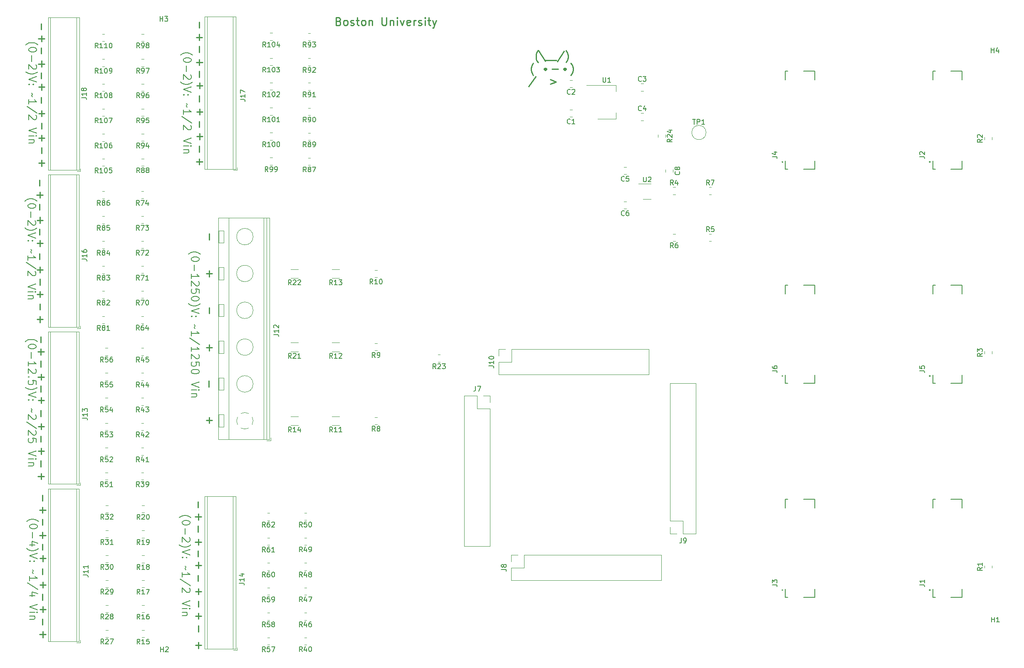
<source format=gbr>
%TF.GenerationSoftware,KiCad,Pcbnew,7.0.7*%
%TF.CreationDate,2023-08-23T16:32:02-04:00*%
%TF.ProjectId,Mux64,4d757836-342e-46b6-9963-61645f706362,rev?*%
%TF.SameCoordinates,Original*%
%TF.FileFunction,Legend,Top*%
%TF.FilePolarity,Positive*%
%FSLAX46Y46*%
G04 Gerber Fmt 4.6, Leading zero omitted, Abs format (unit mm)*
G04 Created by KiCad (PCBNEW 7.0.7) date 2023-08-23 16:32:02*
%MOMM*%
%LPD*%
G01*
G04 APERTURE LIST*
%ADD10C,0.200000*%
%ADD11C,0.230000*%
%ADD12C,0.150000*%
%ADD13C,0.120000*%
G04 APERTURE END LIST*
D10*
X53470685Y-128147617D02*
X53546876Y-128071426D01*
X53546876Y-128071426D02*
X53775447Y-127919045D01*
X53775447Y-127919045D02*
X53927828Y-127842855D01*
X53927828Y-127842855D02*
X54156400Y-127766664D01*
X54156400Y-127766664D02*
X54537352Y-127690474D01*
X54537352Y-127690474D02*
X54842114Y-127690474D01*
X54842114Y-127690474D02*
X55223066Y-127766664D01*
X55223066Y-127766664D02*
X55451638Y-127842855D01*
X55451638Y-127842855D02*
X55604019Y-127919045D01*
X55604019Y-127919045D02*
X55832590Y-128071426D01*
X55832590Y-128071426D02*
X55908780Y-128147617D01*
X55680209Y-129061903D02*
X55680209Y-129214284D01*
X55680209Y-129214284D02*
X55604019Y-129366665D01*
X55604019Y-129366665D02*
X55527828Y-129442855D01*
X55527828Y-129442855D02*
X55375447Y-129519046D01*
X55375447Y-129519046D02*
X55070685Y-129595236D01*
X55070685Y-129595236D02*
X54689733Y-129595236D01*
X54689733Y-129595236D02*
X54384971Y-129519046D01*
X54384971Y-129519046D02*
X54232590Y-129442855D01*
X54232590Y-129442855D02*
X54156400Y-129366665D01*
X54156400Y-129366665D02*
X54080209Y-129214284D01*
X54080209Y-129214284D02*
X54080209Y-129061903D01*
X54080209Y-129061903D02*
X54156400Y-128909522D01*
X54156400Y-128909522D02*
X54232590Y-128833331D01*
X54232590Y-128833331D02*
X54384971Y-128757141D01*
X54384971Y-128757141D02*
X54689733Y-128680950D01*
X54689733Y-128680950D02*
X55070685Y-128680950D01*
X55070685Y-128680950D02*
X55375447Y-128757141D01*
X55375447Y-128757141D02*
X55527828Y-128833331D01*
X55527828Y-128833331D02*
X55604019Y-128909522D01*
X55604019Y-128909522D02*
X55680209Y-129061903D01*
X54689733Y-130280951D02*
X54689733Y-131499999D01*
X55146876Y-132947617D02*
X54080209Y-132947617D01*
X55756400Y-132566665D02*
X54613542Y-132185712D01*
X54613542Y-132185712D02*
X54613542Y-133176189D01*
X53470685Y-133633332D02*
X53546876Y-133709522D01*
X53546876Y-133709522D02*
X53775447Y-133861903D01*
X53775447Y-133861903D02*
X53927828Y-133938094D01*
X53927828Y-133938094D02*
X54156400Y-134014284D01*
X54156400Y-134014284D02*
X54537352Y-134090475D01*
X54537352Y-134090475D02*
X54842114Y-134090475D01*
X54842114Y-134090475D02*
X55223066Y-134014284D01*
X55223066Y-134014284D02*
X55451638Y-133938094D01*
X55451638Y-133938094D02*
X55604019Y-133861903D01*
X55604019Y-133861903D02*
X55832590Y-133709522D01*
X55832590Y-133709522D02*
X55908780Y-133633332D01*
X55680209Y-134623808D02*
X54080209Y-135157142D01*
X54080209Y-135157142D02*
X55680209Y-135690475D01*
X54232590Y-136223809D02*
X54156400Y-136299999D01*
X54156400Y-136299999D02*
X54080209Y-136223809D01*
X54080209Y-136223809D02*
X54156400Y-136147618D01*
X54156400Y-136147618D02*
X54232590Y-136223809D01*
X54232590Y-136223809D02*
X54080209Y-136223809D01*
X55070685Y-136223809D02*
X54994495Y-136299999D01*
X54994495Y-136299999D02*
X54918304Y-136223809D01*
X54918304Y-136223809D02*
X54994495Y-136147618D01*
X54994495Y-136147618D02*
X55070685Y-136223809D01*
X55070685Y-136223809D02*
X54918304Y-136223809D01*
X54689733Y-137976190D02*
X54765923Y-138052381D01*
X54765923Y-138052381D02*
X54842114Y-138204762D01*
X54842114Y-138204762D02*
X54689733Y-138509524D01*
X54689733Y-138509524D02*
X54765923Y-138661905D01*
X54765923Y-138661905D02*
X54842114Y-138738095D01*
X54080209Y-140185714D02*
X54080209Y-139271428D01*
X54080209Y-139728571D02*
X55680209Y-139728571D01*
X55680209Y-139728571D02*
X55451638Y-139576190D01*
X55451638Y-139576190D02*
X55299257Y-139423809D01*
X55299257Y-139423809D02*
X55223066Y-139271428D01*
X55756400Y-142014286D02*
X53699257Y-140642857D01*
X55146876Y-143233333D02*
X54080209Y-143233333D01*
X55756400Y-142852381D02*
X54613542Y-142471428D01*
X54613542Y-142471428D02*
X54613542Y-143461905D01*
X55680209Y-145061905D02*
X54080209Y-145595239D01*
X54080209Y-145595239D02*
X55680209Y-146128572D01*
X54080209Y-146661906D02*
X55146876Y-146661906D01*
X55680209Y-146661906D02*
X55604019Y-146585715D01*
X55604019Y-146585715D02*
X55527828Y-146661906D01*
X55527828Y-146661906D02*
X55604019Y-146738096D01*
X55604019Y-146738096D02*
X55680209Y-146661906D01*
X55680209Y-146661906D02*
X55527828Y-146661906D01*
X55146876Y-147423811D02*
X54080209Y-147423811D01*
X54994495Y-147423811D02*
X55070685Y-147500001D01*
X55070685Y-147500001D02*
X55146876Y-147652382D01*
X55146876Y-147652382D02*
X55146876Y-147880954D01*
X55146876Y-147880954D02*
X55070685Y-148033335D01*
X55070685Y-148033335D02*
X54918304Y-148109525D01*
X54918304Y-148109525D02*
X54080209Y-148109525D01*
X84530685Y-127387617D02*
X84606876Y-127311426D01*
X84606876Y-127311426D02*
X84835447Y-127159045D01*
X84835447Y-127159045D02*
X84987828Y-127082855D01*
X84987828Y-127082855D02*
X85216400Y-127006664D01*
X85216400Y-127006664D02*
X85597352Y-126930474D01*
X85597352Y-126930474D02*
X85902114Y-126930474D01*
X85902114Y-126930474D02*
X86283066Y-127006664D01*
X86283066Y-127006664D02*
X86511638Y-127082855D01*
X86511638Y-127082855D02*
X86664019Y-127159045D01*
X86664019Y-127159045D02*
X86892590Y-127311426D01*
X86892590Y-127311426D02*
X86968780Y-127387617D01*
X86740209Y-128301903D02*
X86740209Y-128454284D01*
X86740209Y-128454284D02*
X86664019Y-128606665D01*
X86664019Y-128606665D02*
X86587828Y-128682855D01*
X86587828Y-128682855D02*
X86435447Y-128759046D01*
X86435447Y-128759046D02*
X86130685Y-128835236D01*
X86130685Y-128835236D02*
X85749733Y-128835236D01*
X85749733Y-128835236D02*
X85444971Y-128759046D01*
X85444971Y-128759046D02*
X85292590Y-128682855D01*
X85292590Y-128682855D02*
X85216400Y-128606665D01*
X85216400Y-128606665D02*
X85140209Y-128454284D01*
X85140209Y-128454284D02*
X85140209Y-128301903D01*
X85140209Y-128301903D02*
X85216400Y-128149522D01*
X85216400Y-128149522D02*
X85292590Y-128073331D01*
X85292590Y-128073331D02*
X85444971Y-127997141D01*
X85444971Y-127997141D02*
X85749733Y-127920950D01*
X85749733Y-127920950D02*
X86130685Y-127920950D01*
X86130685Y-127920950D02*
X86435447Y-127997141D01*
X86435447Y-127997141D02*
X86587828Y-128073331D01*
X86587828Y-128073331D02*
X86664019Y-128149522D01*
X86664019Y-128149522D02*
X86740209Y-128301903D01*
X85749733Y-129520951D02*
X85749733Y-130739999D01*
X86587828Y-131425712D02*
X86664019Y-131501903D01*
X86664019Y-131501903D02*
X86740209Y-131654284D01*
X86740209Y-131654284D02*
X86740209Y-132035236D01*
X86740209Y-132035236D02*
X86664019Y-132187617D01*
X86664019Y-132187617D02*
X86587828Y-132263808D01*
X86587828Y-132263808D02*
X86435447Y-132339998D01*
X86435447Y-132339998D02*
X86283066Y-132339998D01*
X86283066Y-132339998D02*
X86054495Y-132263808D01*
X86054495Y-132263808D02*
X85140209Y-131349522D01*
X85140209Y-131349522D02*
X85140209Y-132339998D01*
X84530685Y-132873332D02*
X84606876Y-132949522D01*
X84606876Y-132949522D02*
X84835447Y-133101903D01*
X84835447Y-133101903D02*
X84987828Y-133178094D01*
X84987828Y-133178094D02*
X85216400Y-133254284D01*
X85216400Y-133254284D02*
X85597352Y-133330475D01*
X85597352Y-133330475D02*
X85902114Y-133330475D01*
X85902114Y-133330475D02*
X86283066Y-133254284D01*
X86283066Y-133254284D02*
X86511638Y-133178094D01*
X86511638Y-133178094D02*
X86664019Y-133101903D01*
X86664019Y-133101903D02*
X86892590Y-132949522D01*
X86892590Y-132949522D02*
X86968780Y-132873332D01*
X86740209Y-133863808D02*
X85140209Y-134397142D01*
X85140209Y-134397142D02*
X86740209Y-134930475D01*
X85292590Y-135463809D02*
X85216400Y-135539999D01*
X85216400Y-135539999D02*
X85140209Y-135463809D01*
X85140209Y-135463809D02*
X85216400Y-135387618D01*
X85216400Y-135387618D02*
X85292590Y-135463809D01*
X85292590Y-135463809D02*
X85140209Y-135463809D01*
X86130685Y-135463809D02*
X86054495Y-135539999D01*
X86054495Y-135539999D02*
X85978304Y-135463809D01*
X85978304Y-135463809D02*
X86054495Y-135387618D01*
X86054495Y-135387618D02*
X86130685Y-135463809D01*
X86130685Y-135463809D02*
X85978304Y-135463809D01*
X85749733Y-137216190D02*
X85825923Y-137292381D01*
X85825923Y-137292381D02*
X85902114Y-137444762D01*
X85902114Y-137444762D02*
X85749733Y-137749524D01*
X85749733Y-137749524D02*
X85825923Y-137901905D01*
X85825923Y-137901905D02*
X85902114Y-137978095D01*
X85140209Y-139425714D02*
X85140209Y-138511428D01*
X85140209Y-138968571D02*
X86740209Y-138968571D01*
X86740209Y-138968571D02*
X86511638Y-138816190D01*
X86511638Y-138816190D02*
X86359257Y-138663809D01*
X86359257Y-138663809D02*
X86283066Y-138511428D01*
X86816400Y-141254286D02*
X84759257Y-139882857D01*
X86587828Y-141711428D02*
X86664019Y-141787619D01*
X86664019Y-141787619D02*
X86740209Y-141940000D01*
X86740209Y-141940000D02*
X86740209Y-142320952D01*
X86740209Y-142320952D02*
X86664019Y-142473333D01*
X86664019Y-142473333D02*
X86587828Y-142549524D01*
X86587828Y-142549524D02*
X86435447Y-142625714D01*
X86435447Y-142625714D02*
X86283066Y-142625714D01*
X86283066Y-142625714D02*
X86054495Y-142549524D01*
X86054495Y-142549524D02*
X85140209Y-141635238D01*
X85140209Y-141635238D02*
X85140209Y-142625714D01*
X86740209Y-144301905D02*
X85140209Y-144835239D01*
X85140209Y-144835239D02*
X86740209Y-145368572D01*
X85140209Y-145901906D02*
X86206876Y-145901906D01*
X86740209Y-145901906D02*
X86664019Y-145825715D01*
X86664019Y-145825715D02*
X86587828Y-145901906D01*
X86587828Y-145901906D02*
X86664019Y-145978096D01*
X86664019Y-145978096D02*
X86740209Y-145901906D01*
X86740209Y-145901906D02*
X86587828Y-145901906D01*
X86206876Y-146663811D02*
X85140209Y-146663811D01*
X86054495Y-146663811D02*
X86130685Y-146740001D01*
X86130685Y-146740001D02*
X86206876Y-146892382D01*
X86206876Y-146892382D02*
X86206876Y-147120954D01*
X86206876Y-147120954D02*
X86130685Y-147273335D01*
X86130685Y-147273335D02*
X85978304Y-147349525D01*
X85978304Y-147349525D02*
X85140209Y-147349525D01*
D11*
X56501293Y-29210476D02*
X56501293Y-30429524D01*
X55891769Y-29820000D02*
X57110817Y-29820000D01*
X56721293Y-137740476D02*
X56721293Y-138959524D01*
X56741293Y-142970476D02*
X56741293Y-144189524D01*
X56391293Y-90520476D02*
X56391293Y-91739524D01*
X56391293Y-95460476D02*
X56391293Y-96679524D01*
X56741293Y-148000476D02*
X56741293Y-149219524D01*
X56511293Y-34340476D02*
X56511293Y-35559524D01*
X55901769Y-34950000D02*
X57120817Y-34950000D01*
X56401293Y-100530476D02*
X56401293Y-101749524D01*
X116989999Y-26280135D02*
X117218571Y-26356325D01*
X117218571Y-26356325D02*
X117294761Y-26432516D01*
X117294761Y-26432516D02*
X117370952Y-26584897D01*
X117370952Y-26584897D02*
X117370952Y-26813468D01*
X117370952Y-26813468D02*
X117294761Y-26965849D01*
X117294761Y-26965849D02*
X117218571Y-27042040D01*
X117218571Y-27042040D02*
X117066190Y-27118230D01*
X117066190Y-27118230D02*
X116456666Y-27118230D01*
X116456666Y-27118230D02*
X116456666Y-25518230D01*
X116456666Y-25518230D02*
X116989999Y-25518230D01*
X116989999Y-25518230D02*
X117142380Y-25594420D01*
X117142380Y-25594420D02*
X117218571Y-25670611D01*
X117218571Y-25670611D02*
X117294761Y-25822992D01*
X117294761Y-25822992D02*
X117294761Y-25975373D01*
X117294761Y-25975373D02*
X117218571Y-26127754D01*
X117218571Y-26127754D02*
X117142380Y-26203944D01*
X117142380Y-26203944D02*
X116989999Y-26280135D01*
X116989999Y-26280135D02*
X116456666Y-26280135D01*
X118285237Y-27118230D02*
X118132856Y-27042040D01*
X118132856Y-27042040D02*
X118056666Y-26965849D01*
X118056666Y-26965849D02*
X117980475Y-26813468D01*
X117980475Y-26813468D02*
X117980475Y-26356325D01*
X117980475Y-26356325D02*
X118056666Y-26203944D01*
X118056666Y-26203944D02*
X118132856Y-26127754D01*
X118132856Y-26127754D02*
X118285237Y-26051563D01*
X118285237Y-26051563D02*
X118513809Y-26051563D01*
X118513809Y-26051563D02*
X118666190Y-26127754D01*
X118666190Y-26127754D02*
X118742380Y-26203944D01*
X118742380Y-26203944D02*
X118818571Y-26356325D01*
X118818571Y-26356325D02*
X118818571Y-26813468D01*
X118818571Y-26813468D02*
X118742380Y-26965849D01*
X118742380Y-26965849D02*
X118666190Y-27042040D01*
X118666190Y-27042040D02*
X118513809Y-27118230D01*
X118513809Y-27118230D02*
X118285237Y-27118230D01*
X119428094Y-27042040D02*
X119580475Y-27118230D01*
X119580475Y-27118230D02*
X119885237Y-27118230D01*
X119885237Y-27118230D02*
X120037618Y-27042040D01*
X120037618Y-27042040D02*
X120113809Y-26889659D01*
X120113809Y-26889659D02*
X120113809Y-26813468D01*
X120113809Y-26813468D02*
X120037618Y-26661087D01*
X120037618Y-26661087D02*
X119885237Y-26584897D01*
X119885237Y-26584897D02*
X119656666Y-26584897D01*
X119656666Y-26584897D02*
X119504285Y-26508706D01*
X119504285Y-26508706D02*
X119428094Y-26356325D01*
X119428094Y-26356325D02*
X119428094Y-26280135D01*
X119428094Y-26280135D02*
X119504285Y-26127754D01*
X119504285Y-26127754D02*
X119656666Y-26051563D01*
X119656666Y-26051563D02*
X119885237Y-26051563D01*
X119885237Y-26051563D02*
X120037618Y-26127754D01*
X120570951Y-26051563D02*
X121180475Y-26051563D01*
X120799523Y-25518230D02*
X120799523Y-26889659D01*
X120799523Y-26889659D02*
X120875713Y-27042040D01*
X120875713Y-27042040D02*
X121028094Y-27118230D01*
X121028094Y-27118230D02*
X121180475Y-27118230D01*
X121942380Y-27118230D02*
X121789999Y-27042040D01*
X121789999Y-27042040D02*
X121713809Y-26965849D01*
X121713809Y-26965849D02*
X121637618Y-26813468D01*
X121637618Y-26813468D02*
X121637618Y-26356325D01*
X121637618Y-26356325D02*
X121713809Y-26203944D01*
X121713809Y-26203944D02*
X121789999Y-26127754D01*
X121789999Y-26127754D02*
X121942380Y-26051563D01*
X121942380Y-26051563D02*
X122170952Y-26051563D01*
X122170952Y-26051563D02*
X122323333Y-26127754D01*
X122323333Y-26127754D02*
X122399523Y-26203944D01*
X122399523Y-26203944D02*
X122475714Y-26356325D01*
X122475714Y-26356325D02*
X122475714Y-26813468D01*
X122475714Y-26813468D02*
X122399523Y-26965849D01*
X122399523Y-26965849D02*
X122323333Y-27042040D01*
X122323333Y-27042040D02*
X122170952Y-27118230D01*
X122170952Y-27118230D02*
X121942380Y-27118230D01*
X123161428Y-26051563D02*
X123161428Y-27118230D01*
X123161428Y-26203944D02*
X123237618Y-26127754D01*
X123237618Y-26127754D02*
X123389999Y-26051563D01*
X123389999Y-26051563D02*
X123618571Y-26051563D01*
X123618571Y-26051563D02*
X123770952Y-26127754D01*
X123770952Y-26127754D02*
X123847142Y-26280135D01*
X123847142Y-26280135D02*
X123847142Y-27118230D01*
X125828095Y-25518230D02*
X125828095Y-26813468D01*
X125828095Y-26813468D02*
X125904285Y-26965849D01*
X125904285Y-26965849D02*
X125980476Y-27042040D01*
X125980476Y-27042040D02*
X126132857Y-27118230D01*
X126132857Y-27118230D02*
X126437619Y-27118230D01*
X126437619Y-27118230D02*
X126590000Y-27042040D01*
X126590000Y-27042040D02*
X126666190Y-26965849D01*
X126666190Y-26965849D02*
X126742381Y-26813468D01*
X126742381Y-26813468D02*
X126742381Y-25518230D01*
X127504285Y-26051563D02*
X127504285Y-27118230D01*
X127504285Y-26203944D02*
X127580475Y-26127754D01*
X127580475Y-26127754D02*
X127732856Y-26051563D01*
X127732856Y-26051563D02*
X127961428Y-26051563D01*
X127961428Y-26051563D02*
X128113809Y-26127754D01*
X128113809Y-26127754D02*
X128189999Y-26280135D01*
X128189999Y-26280135D02*
X128189999Y-27118230D01*
X128951904Y-27118230D02*
X128951904Y-26051563D01*
X128951904Y-25518230D02*
X128875713Y-25594420D01*
X128875713Y-25594420D02*
X128951904Y-25670611D01*
X128951904Y-25670611D02*
X129028094Y-25594420D01*
X129028094Y-25594420D02*
X128951904Y-25518230D01*
X128951904Y-25518230D02*
X128951904Y-25670611D01*
X129561428Y-26051563D02*
X129942380Y-27118230D01*
X129942380Y-27118230D02*
X130323333Y-26051563D01*
X131542381Y-27042040D02*
X131390000Y-27118230D01*
X131390000Y-27118230D02*
X131085238Y-27118230D01*
X131085238Y-27118230D02*
X130932857Y-27042040D01*
X130932857Y-27042040D02*
X130856666Y-26889659D01*
X130856666Y-26889659D02*
X130856666Y-26280135D01*
X130856666Y-26280135D02*
X130932857Y-26127754D01*
X130932857Y-26127754D02*
X131085238Y-26051563D01*
X131085238Y-26051563D02*
X131390000Y-26051563D01*
X131390000Y-26051563D02*
X131542381Y-26127754D01*
X131542381Y-26127754D02*
X131618571Y-26280135D01*
X131618571Y-26280135D02*
X131618571Y-26432516D01*
X131618571Y-26432516D02*
X130856666Y-26584897D01*
X132304286Y-27118230D02*
X132304286Y-26051563D01*
X132304286Y-26356325D02*
X132380476Y-26203944D01*
X132380476Y-26203944D02*
X132456667Y-26127754D01*
X132456667Y-26127754D02*
X132609048Y-26051563D01*
X132609048Y-26051563D02*
X132761429Y-26051563D01*
X133218571Y-27042040D02*
X133370952Y-27118230D01*
X133370952Y-27118230D02*
X133675714Y-27118230D01*
X133675714Y-27118230D02*
X133828095Y-27042040D01*
X133828095Y-27042040D02*
X133904286Y-26889659D01*
X133904286Y-26889659D02*
X133904286Y-26813468D01*
X133904286Y-26813468D02*
X133828095Y-26661087D01*
X133828095Y-26661087D02*
X133675714Y-26584897D01*
X133675714Y-26584897D02*
X133447143Y-26584897D01*
X133447143Y-26584897D02*
X133294762Y-26508706D01*
X133294762Y-26508706D02*
X133218571Y-26356325D01*
X133218571Y-26356325D02*
X133218571Y-26280135D01*
X133218571Y-26280135D02*
X133294762Y-26127754D01*
X133294762Y-26127754D02*
X133447143Y-26051563D01*
X133447143Y-26051563D02*
X133675714Y-26051563D01*
X133675714Y-26051563D02*
X133828095Y-26127754D01*
X134590000Y-27118230D02*
X134590000Y-26051563D01*
X134590000Y-25518230D02*
X134513809Y-25594420D01*
X134513809Y-25594420D02*
X134590000Y-25670611D01*
X134590000Y-25670611D02*
X134666190Y-25594420D01*
X134666190Y-25594420D02*
X134590000Y-25518230D01*
X134590000Y-25518230D02*
X134590000Y-25670611D01*
X135123333Y-26051563D02*
X135732857Y-26051563D01*
X135351905Y-25518230D02*
X135351905Y-26889659D01*
X135351905Y-26889659D02*
X135428095Y-27042040D01*
X135428095Y-27042040D02*
X135580476Y-27118230D01*
X135580476Y-27118230D02*
X135732857Y-27118230D01*
X136113810Y-26051563D02*
X136494762Y-27118230D01*
X136875715Y-26051563D02*
X136494762Y-27118230D01*
X136494762Y-27118230D02*
X136342381Y-27499182D01*
X136342381Y-27499182D02*
X136266191Y-27575373D01*
X136266191Y-27575373D02*
X136113810Y-27651563D01*
X88631293Y-31370476D02*
X88631293Y-32589524D01*
D10*
X53330685Y-31077617D02*
X53406876Y-31001426D01*
X53406876Y-31001426D02*
X53635447Y-30849045D01*
X53635447Y-30849045D02*
X53787828Y-30772855D01*
X53787828Y-30772855D02*
X54016400Y-30696664D01*
X54016400Y-30696664D02*
X54397352Y-30620474D01*
X54397352Y-30620474D02*
X54702114Y-30620474D01*
X54702114Y-30620474D02*
X55083066Y-30696664D01*
X55083066Y-30696664D02*
X55311638Y-30772855D01*
X55311638Y-30772855D02*
X55464019Y-30849045D01*
X55464019Y-30849045D02*
X55692590Y-31001426D01*
X55692590Y-31001426D02*
X55768780Y-31077617D01*
X55540209Y-31991903D02*
X55540209Y-32144284D01*
X55540209Y-32144284D02*
X55464019Y-32296665D01*
X55464019Y-32296665D02*
X55387828Y-32372855D01*
X55387828Y-32372855D02*
X55235447Y-32449046D01*
X55235447Y-32449046D02*
X54930685Y-32525236D01*
X54930685Y-32525236D02*
X54549733Y-32525236D01*
X54549733Y-32525236D02*
X54244971Y-32449046D01*
X54244971Y-32449046D02*
X54092590Y-32372855D01*
X54092590Y-32372855D02*
X54016400Y-32296665D01*
X54016400Y-32296665D02*
X53940209Y-32144284D01*
X53940209Y-32144284D02*
X53940209Y-31991903D01*
X53940209Y-31991903D02*
X54016400Y-31839522D01*
X54016400Y-31839522D02*
X54092590Y-31763331D01*
X54092590Y-31763331D02*
X54244971Y-31687141D01*
X54244971Y-31687141D02*
X54549733Y-31610950D01*
X54549733Y-31610950D02*
X54930685Y-31610950D01*
X54930685Y-31610950D02*
X55235447Y-31687141D01*
X55235447Y-31687141D02*
X55387828Y-31763331D01*
X55387828Y-31763331D02*
X55464019Y-31839522D01*
X55464019Y-31839522D02*
X55540209Y-31991903D01*
X54549733Y-33210951D02*
X54549733Y-34429999D01*
X55387828Y-35115712D02*
X55464019Y-35191903D01*
X55464019Y-35191903D02*
X55540209Y-35344284D01*
X55540209Y-35344284D02*
X55540209Y-35725236D01*
X55540209Y-35725236D02*
X55464019Y-35877617D01*
X55464019Y-35877617D02*
X55387828Y-35953808D01*
X55387828Y-35953808D02*
X55235447Y-36029998D01*
X55235447Y-36029998D02*
X55083066Y-36029998D01*
X55083066Y-36029998D02*
X54854495Y-35953808D01*
X54854495Y-35953808D02*
X53940209Y-35039522D01*
X53940209Y-35039522D02*
X53940209Y-36029998D01*
X53330685Y-36563332D02*
X53406876Y-36639522D01*
X53406876Y-36639522D02*
X53635447Y-36791903D01*
X53635447Y-36791903D02*
X53787828Y-36868094D01*
X53787828Y-36868094D02*
X54016400Y-36944284D01*
X54016400Y-36944284D02*
X54397352Y-37020475D01*
X54397352Y-37020475D02*
X54702114Y-37020475D01*
X54702114Y-37020475D02*
X55083066Y-36944284D01*
X55083066Y-36944284D02*
X55311638Y-36868094D01*
X55311638Y-36868094D02*
X55464019Y-36791903D01*
X55464019Y-36791903D02*
X55692590Y-36639522D01*
X55692590Y-36639522D02*
X55768780Y-36563332D01*
X55540209Y-37553808D02*
X53940209Y-38087142D01*
X53940209Y-38087142D02*
X55540209Y-38620475D01*
X54092590Y-39153809D02*
X54016400Y-39229999D01*
X54016400Y-39229999D02*
X53940209Y-39153809D01*
X53940209Y-39153809D02*
X54016400Y-39077618D01*
X54016400Y-39077618D02*
X54092590Y-39153809D01*
X54092590Y-39153809D02*
X53940209Y-39153809D01*
X54930685Y-39153809D02*
X54854495Y-39229999D01*
X54854495Y-39229999D02*
X54778304Y-39153809D01*
X54778304Y-39153809D02*
X54854495Y-39077618D01*
X54854495Y-39077618D02*
X54930685Y-39153809D01*
X54930685Y-39153809D02*
X54778304Y-39153809D01*
X54549733Y-40906190D02*
X54625923Y-40982381D01*
X54625923Y-40982381D02*
X54702114Y-41134762D01*
X54702114Y-41134762D02*
X54549733Y-41439524D01*
X54549733Y-41439524D02*
X54625923Y-41591905D01*
X54625923Y-41591905D02*
X54702114Y-41668095D01*
X53940209Y-43115714D02*
X53940209Y-42201428D01*
X53940209Y-42658571D02*
X55540209Y-42658571D01*
X55540209Y-42658571D02*
X55311638Y-42506190D01*
X55311638Y-42506190D02*
X55159257Y-42353809D01*
X55159257Y-42353809D02*
X55083066Y-42201428D01*
X55616400Y-44944286D02*
X53559257Y-43572857D01*
X55387828Y-45401428D02*
X55464019Y-45477619D01*
X55464019Y-45477619D02*
X55540209Y-45630000D01*
X55540209Y-45630000D02*
X55540209Y-46010952D01*
X55540209Y-46010952D02*
X55464019Y-46163333D01*
X55464019Y-46163333D02*
X55387828Y-46239524D01*
X55387828Y-46239524D02*
X55235447Y-46315714D01*
X55235447Y-46315714D02*
X55083066Y-46315714D01*
X55083066Y-46315714D02*
X54854495Y-46239524D01*
X54854495Y-46239524D02*
X53940209Y-45325238D01*
X53940209Y-45325238D02*
X53940209Y-46315714D01*
X55540209Y-47991905D02*
X53940209Y-48525239D01*
X53940209Y-48525239D02*
X55540209Y-49058572D01*
X53940209Y-49591906D02*
X55006876Y-49591906D01*
X55540209Y-49591906D02*
X55464019Y-49515715D01*
X55464019Y-49515715D02*
X55387828Y-49591906D01*
X55387828Y-49591906D02*
X55464019Y-49668096D01*
X55464019Y-49668096D02*
X55540209Y-49591906D01*
X55540209Y-49591906D02*
X55387828Y-49591906D01*
X55006876Y-50353811D02*
X53940209Y-50353811D01*
X54854495Y-50353811D02*
X54930685Y-50430001D01*
X54930685Y-50430001D02*
X55006876Y-50582382D01*
X55006876Y-50582382D02*
X55006876Y-50810954D01*
X55006876Y-50810954D02*
X54930685Y-50963335D01*
X54930685Y-50963335D02*
X54778304Y-51039525D01*
X54778304Y-51039525D02*
X53940209Y-51039525D01*
D11*
X56211293Y-81260476D02*
X56211293Y-82479524D01*
X55601769Y-81870000D02*
X56820817Y-81870000D01*
X56171293Y-83820476D02*
X56171293Y-85039524D01*
X88401293Y-124120476D02*
X88401293Y-125339524D01*
X88651293Y-46660476D02*
X88651293Y-47879524D01*
X88671293Y-54250476D02*
X88671293Y-55469524D01*
X88061769Y-54860000D02*
X89280817Y-54860000D01*
X56461293Y-108220476D02*
X56461293Y-109439524D01*
X55851769Y-108830000D02*
X57070817Y-108830000D01*
X56721293Y-122740476D02*
X56721293Y-123959524D01*
X90681293Y-106940476D02*
X90681293Y-108159524D01*
X90071769Y-107550000D02*
X91290817Y-107550000D01*
X56171293Y-78790476D02*
X56171293Y-80009524D01*
X56161293Y-68570476D02*
X56161293Y-69789524D01*
X88691293Y-49130476D02*
X88691293Y-50349524D01*
X88081769Y-49740000D02*
X89300817Y-49740000D01*
X56221293Y-76260476D02*
X56221293Y-77479524D01*
X55611769Y-76870000D02*
X56830817Y-76870000D01*
X56521293Y-54550476D02*
X56521293Y-55769524D01*
X55911769Y-55160000D02*
X57130817Y-55160000D01*
X88401293Y-129060476D02*
X88401293Y-130279524D01*
X88421293Y-126600476D02*
X88421293Y-127819524D01*
X87811769Y-127210000D02*
X89030817Y-127210000D01*
X88651293Y-51690476D02*
X88651293Y-52909524D01*
X56501293Y-51990476D02*
X56501293Y-53209524D01*
D10*
X84810685Y-33157617D02*
X84886876Y-33081426D01*
X84886876Y-33081426D02*
X85115447Y-32929045D01*
X85115447Y-32929045D02*
X85267828Y-32852855D01*
X85267828Y-32852855D02*
X85496400Y-32776664D01*
X85496400Y-32776664D02*
X85877352Y-32700474D01*
X85877352Y-32700474D02*
X86182114Y-32700474D01*
X86182114Y-32700474D02*
X86563066Y-32776664D01*
X86563066Y-32776664D02*
X86791638Y-32852855D01*
X86791638Y-32852855D02*
X86944019Y-32929045D01*
X86944019Y-32929045D02*
X87172590Y-33081426D01*
X87172590Y-33081426D02*
X87248780Y-33157617D01*
X87020209Y-34071903D02*
X87020209Y-34224284D01*
X87020209Y-34224284D02*
X86944019Y-34376665D01*
X86944019Y-34376665D02*
X86867828Y-34452855D01*
X86867828Y-34452855D02*
X86715447Y-34529046D01*
X86715447Y-34529046D02*
X86410685Y-34605236D01*
X86410685Y-34605236D02*
X86029733Y-34605236D01*
X86029733Y-34605236D02*
X85724971Y-34529046D01*
X85724971Y-34529046D02*
X85572590Y-34452855D01*
X85572590Y-34452855D02*
X85496400Y-34376665D01*
X85496400Y-34376665D02*
X85420209Y-34224284D01*
X85420209Y-34224284D02*
X85420209Y-34071903D01*
X85420209Y-34071903D02*
X85496400Y-33919522D01*
X85496400Y-33919522D02*
X85572590Y-33843331D01*
X85572590Y-33843331D02*
X85724971Y-33767141D01*
X85724971Y-33767141D02*
X86029733Y-33690950D01*
X86029733Y-33690950D02*
X86410685Y-33690950D01*
X86410685Y-33690950D02*
X86715447Y-33767141D01*
X86715447Y-33767141D02*
X86867828Y-33843331D01*
X86867828Y-33843331D02*
X86944019Y-33919522D01*
X86944019Y-33919522D02*
X87020209Y-34071903D01*
X86029733Y-35290951D02*
X86029733Y-36509999D01*
X86867828Y-37195712D02*
X86944019Y-37271903D01*
X86944019Y-37271903D02*
X87020209Y-37424284D01*
X87020209Y-37424284D02*
X87020209Y-37805236D01*
X87020209Y-37805236D02*
X86944019Y-37957617D01*
X86944019Y-37957617D02*
X86867828Y-38033808D01*
X86867828Y-38033808D02*
X86715447Y-38109998D01*
X86715447Y-38109998D02*
X86563066Y-38109998D01*
X86563066Y-38109998D02*
X86334495Y-38033808D01*
X86334495Y-38033808D02*
X85420209Y-37119522D01*
X85420209Y-37119522D02*
X85420209Y-38109998D01*
X84810685Y-38643332D02*
X84886876Y-38719522D01*
X84886876Y-38719522D02*
X85115447Y-38871903D01*
X85115447Y-38871903D02*
X85267828Y-38948094D01*
X85267828Y-38948094D02*
X85496400Y-39024284D01*
X85496400Y-39024284D02*
X85877352Y-39100475D01*
X85877352Y-39100475D02*
X86182114Y-39100475D01*
X86182114Y-39100475D02*
X86563066Y-39024284D01*
X86563066Y-39024284D02*
X86791638Y-38948094D01*
X86791638Y-38948094D02*
X86944019Y-38871903D01*
X86944019Y-38871903D02*
X87172590Y-38719522D01*
X87172590Y-38719522D02*
X87248780Y-38643332D01*
X87020209Y-39633808D02*
X85420209Y-40167142D01*
X85420209Y-40167142D02*
X87020209Y-40700475D01*
X85572590Y-41233809D02*
X85496400Y-41309999D01*
X85496400Y-41309999D02*
X85420209Y-41233809D01*
X85420209Y-41233809D02*
X85496400Y-41157618D01*
X85496400Y-41157618D02*
X85572590Y-41233809D01*
X85572590Y-41233809D02*
X85420209Y-41233809D01*
X86410685Y-41233809D02*
X86334495Y-41309999D01*
X86334495Y-41309999D02*
X86258304Y-41233809D01*
X86258304Y-41233809D02*
X86334495Y-41157618D01*
X86334495Y-41157618D02*
X86410685Y-41233809D01*
X86410685Y-41233809D02*
X86258304Y-41233809D01*
X86029733Y-42986190D02*
X86105923Y-43062381D01*
X86105923Y-43062381D02*
X86182114Y-43214762D01*
X86182114Y-43214762D02*
X86029733Y-43519524D01*
X86029733Y-43519524D02*
X86105923Y-43671905D01*
X86105923Y-43671905D02*
X86182114Y-43748095D01*
X85420209Y-45195714D02*
X85420209Y-44281428D01*
X85420209Y-44738571D02*
X87020209Y-44738571D01*
X87020209Y-44738571D02*
X86791638Y-44586190D01*
X86791638Y-44586190D02*
X86639257Y-44433809D01*
X86639257Y-44433809D02*
X86563066Y-44281428D01*
X87096400Y-47024286D02*
X85039257Y-45652857D01*
X86867828Y-47481428D02*
X86944019Y-47557619D01*
X86944019Y-47557619D02*
X87020209Y-47710000D01*
X87020209Y-47710000D02*
X87020209Y-48090952D01*
X87020209Y-48090952D02*
X86944019Y-48243333D01*
X86944019Y-48243333D02*
X86867828Y-48319524D01*
X86867828Y-48319524D02*
X86715447Y-48395714D01*
X86715447Y-48395714D02*
X86563066Y-48395714D01*
X86563066Y-48395714D02*
X86334495Y-48319524D01*
X86334495Y-48319524D02*
X85420209Y-47405238D01*
X85420209Y-47405238D02*
X85420209Y-48395714D01*
X87020209Y-50071905D02*
X85420209Y-50605239D01*
X85420209Y-50605239D02*
X87020209Y-51138572D01*
X85420209Y-51671906D02*
X86486876Y-51671906D01*
X87020209Y-51671906D02*
X86944019Y-51595715D01*
X86944019Y-51595715D02*
X86867828Y-51671906D01*
X86867828Y-51671906D02*
X86944019Y-51748096D01*
X86944019Y-51748096D02*
X87020209Y-51671906D01*
X87020209Y-51671906D02*
X86867828Y-51671906D01*
X86486876Y-52433811D02*
X85420209Y-52433811D01*
X86334495Y-52433811D02*
X86410685Y-52510001D01*
X86410685Y-52510001D02*
X86486876Y-52662382D01*
X86486876Y-52662382D02*
X86486876Y-52890954D01*
X86486876Y-52890954D02*
X86410685Y-53043335D01*
X86410685Y-53043335D02*
X86258304Y-53119525D01*
X86258304Y-53119525D02*
X85420209Y-53119525D01*
D11*
X56431293Y-118340476D02*
X56431293Y-119559524D01*
X55821769Y-118950000D02*
X57040817Y-118950000D01*
X56451293Y-113220476D02*
X56451293Y-114439524D01*
X55841769Y-113830000D02*
X57060817Y-113830000D01*
X88471293Y-141820476D02*
X88471293Y-143039524D01*
X87861769Y-142430000D02*
X89080817Y-142430000D01*
X56151293Y-73560476D02*
X56151293Y-74779524D01*
X88631293Y-41430476D02*
X88631293Y-42649524D01*
X90661293Y-77070476D02*
X90661293Y-78289524D01*
X90051769Y-77680000D02*
X91270817Y-77680000D01*
X56171293Y-61040476D02*
X56171293Y-62259524D01*
X55561769Y-61650000D02*
X56780817Y-61650000D01*
X88411293Y-134130476D02*
X88411293Y-135349524D01*
X56211293Y-70890476D02*
X56211293Y-72109524D01*
X55601769Y-71500000D02*
X56820817Y-71500000D01*
X90641293Y-84580476D02*
X90641293Y-85799524D01*
X88461293Y-136450476D02*
X88461293Y-137669524D01*
X87851769Y-137060000D02*
X89070817Y-137060000D01*
X56411293Y-110750476D02*
X56411293Y-111969524D01*
D10*
X53140685Y-62877617D02*
X53216876Y-62801426D01*
X53216876Y-62801426D02*
X53445447Y-62649045D01*
X53445447Y-62649045D02*
X53597828Y-62572855D01*
X53597828Y-62572855D02*
X53826400Y-62496664D01*
X53826400Y-62496664D02*
X54207352Y-62420474D01*
X54207352Y-62420474D02*
X54512114Y-62420474D01*
X54512114Y-62420474D02*
X54893066Y-62496664D01*
X54893066Y-62496664D02*
X55121638Y-62572855D01*
X55121638Y-62572855D02*
X55274019Y-62649045D01*
X55274019Y-62649045D02*
X55502590Y-62801426D01*
X55502590Y-62801426D02*
X55578780Y-62877617D01*
X55350209Y-63791903D02*
X55350209Y-63944284D01*
X55350209Y-63944284D02*
X55274019Y-64096665D01*
X55274019Y-64096665D02*
X55197828Y-64172855D01*
X55197828Y-64172855D02*
X55045447Y-64249046D01*
X55045447Y-64249046D02*
X54740685Y-64325236D01*
X54740685Y-64325236D02*
X54359733Y-64325236D01*
X54359733Y-64325236D02*
X54054971Y-64249046D01*
X54054971Y-64249046D02*
X53902590Y-64172855D01*
X53902590Y-64172855D02*
X53826400Y-64096665D01*
X53826400Y-64096665D02*
X53750209Y-63944284D01*
X53750209Y-63944284D02*
X53750209Y-63791903D01*
X53750209Y-63791903D02*
X53826400Y-63639522D01*
X53826400Y-63639522D02*
X53902590Y-63563331D01*
X53902590Y-63563331D02*
X54054971Y-63487141D01*
X54054971Y-63487141D02*
X54359733Y-63410950D01*
X54359733Y-63410950D02*
X54740685Y-63410950D01*
X54740685Y-63410950D02*
X55045447Y-63487141D01*
X55045447Y-63487141D02*
X55197828Y-63563331D01*
X55197828Y-63563331D02*
X55274019Y-63639522D01*
X55274019Y-63639522D02*
X55350209Y-63791903D01*
X54359733Y-65010951D02*
X54359733Y-66229999D01*
X55197828Y-66915712D02*
X55274019Y-66991903D01*
X55274019Y-66991903D02*
X55350209Y-67144284D01*
X55350209Y-67144284D02*
X55350209Y-67525236D01*
X55350209Y-67525236D02*
X55274019Y-67677617D01*
X55274019Y-67677617D02*
X55197828Y-67753808D01*
X55197828Y-67753808D02*
X55045447Y-67829998D01*
X55045447Y-67829998D02*
X54893066Y-67829998D01*
X54893066Y-67829998D02*
X54664495Y-67753808D01*
X54664495Y-67753808D02*
X53750209Y-66839522D01*
X53750209Y-66839522D02*
X53750209Y-67829998D01*
X53140685Y-68363332D02*
X53216876Y-68439522D01*
X53216876Y-68439522D02*
X53445447Y-68591903D01*
X53445447Y-68591903D02*
X53597828Y-68668094D01*
X53597828Y-68668094D02*
X53826400Y-68744284D01*
X53826400Y-68744284D02*
X54207352Y-68820475D01*
X54207352Y-68820475D02*
X54512114Y-68820475D01*
X54512114Y-68820475D02*
X54893066Y-68744284D01*
X54893066Y-68744284D02*
X55121638Y-68668094D01*
X55121638Y-68668094D02*
X55274019Y-68591903D01*
X55274019Y-68591903D02*
X55502590Y-68439522D01*
X55502590Y-68439522D02*
X55578780Y-68363332D01*
X55350209Y-69353808D02*
X53750209Y-69887142D01*
X53750209Y-69887142D02*
X55350209Y-70420475D01*
X53902590Y-70953809D02*
X53826400Y-71029999D01*
X53826400Y-71029999D02*
X53750209Y-70953809D01*
X53750209Y-70953809D02*
X53826400Y-70877618D01*
X53826400Y-70877618D02*
X53902590Y-70953809D01*
X53902590Y-70953809D02*
X53750209Y-70953809D01*
X54740685Y-70953809D02*
X54664495Y-71029999D01*
X54664495Y-71029999D02*
X54588304Y-70953809D01*
X54588304Y-70953809D02*
X54664495Y-70877618D01*
X54664495Y-70877618D02*
X54740685Y-70953809D01*
X54740685Y-70953809D02*
X54588304Y-70953809D01*
X54359733Y-72706190D02*
X54435923Y-72782381D01*
X54435923Y-72782381D02*
X54512114Y-72934762D01*
X54512114Y-72934762D02*
X54359733Y-73239524D01*
X54359733Y-73239524D02*
X54435923Y-73391905D01*
X54435923Y-73391905D02*
X54512114Y-73468095D01*
X53750209Y-74915714D02*
X53750209Y-74001428D01*
X53750209Y-74458571D02*
X55350209Y-74458571D01*
X55350209Y-74458571D02*
X55121638Y-74306190D01*
X55121638Y-74306190D02*
X54969257Y-74153809D01*
X54969257Y-74153809D02*
X54893066Y-74001428D01*
X55426400Y-76744286D02*
X53369257Y-75372857D01*
X55197828Y-77201428D02*
X55274019Y-77277619D01*
X55274019Y-77277619D02*
X55350209Y-77430000D01*
X55350209Y-77430000D02*
X55350209Y-77810952D01*
X55350209Y-77810952D02*
X55274019Y-77963333D01*
X55274019Y-77963333D02*
X55197828Y-78039524D01*
X55197828Y-78039524D02*
X55045447Y-78115714D01*
X55045447Y-78115714D02*
X54893066Y-78115714D01*
X54893066Y-78115714D02*
X54664495Y-78039524D01*
X54664495Y-78039524D02*
X53750209Y-77125238D01*
X53750209Y-77125238D02*
X53750209Y-78115714D01*
X55350209Y-79791905D02*
X53750209Y-80325239D01*
X53750209Y-80325239D02*
X55350209Y-80858572D01*
X53750209Y-81391906D02*
X54816876Y-81391906D01*
X55350209Y-81391906D02*
X55274019Y-81315715D01*
X55274019Y-81315715D02*
X55197828Y-81391906D01*
X55197828Y-81391906D02*
X55274019Y-81468096D01*
X55274019Y-81468096D02*
X55350209Y-81391906D01*
X55350209Y-81391906D02*
X55197828Y-81391906D01*
X54816876Y-82153811D02*
X53750209Y-82153811D01*
X54664495Y-82153811D02*
X54740685Y-82230001D01*
X54740685Y-82230001D02*
X54816876Y-82382382D01*
X54816876Y-82382382D02*
X54816876Y-82610954D01*
X54816876Y-82610954D02*
X54740685Y-82763335D01*
X54740685Y-82763335D02*
X54588304Y-82839525D01*
X54588304Y-82839525D02*
X53750209Y-82839525D01*
D11*
X90681293Y-69560476D02*
X90681293Y-70779524D01*
X88421293Y-144350476D02*
X88421293Y-145569524D01*
X88461293Y-146820476D02*
X88461293Y-148039524D01*
X87851769Y-147430000D02*
X89070817Y-147430000D01*
X88481293Y-152770476D02*
X88481293Y-153989524D01*
X87871769Y-153380000D02*
X89090817Y-153380000D01*
X56481293Y-31670476D02*
X56481293Y-32889524D01*
X56491293Y-36740476D02*
X56491293Y-37959524D01*
X56411293Y-115780476D02*
X56411293Y-116999524D01*
X88631293Y-26430476D02*
X88631293Y-27649524D01*
X88421293Y-149380476D02*
X88421293Y-150599524D01*
X88701293Y-44130476D02*
X88701293Y-45349524D01*
X88091769Y-44740000D02*
X89310817Y-44740000D01*
X56541293Y-49430476D02*
X56541293Y-50649524D01*
X55931769Y-50040000D02*
X57150817Y-50040000D01*
X90621293Y-99530476D02*
X90621293Y-100749524D01*
X56181293Y-66170476D02*
X56181293Y-67389524D01*
X55571769Y-66780000D02*
X56790817Y-66780000D01*
X56481293Y-41730476D02*
X56481293Y-42949524D01*
X56151293Y-63500476D02*
X56151293Y-64719524D01*
X56541293Y-39060476D02*
X56541293Y-40279524D01*
X55931769Y-39670000D02*
X57150817Y-39670000D01*
X56501293Y-46960476D02*
X56501293Y-48179524D01*
D10*
X86420685Y-73706187D02*
X86496876Y-73629996D01*
X86496876Y-73629996D02*
X86725447Y-73477615D01*
X86725447Y-73477615D02*
X86877828Y-73401425D01*
X86877828Y-73401425D02*
X87106400Y-73325234D01*
X87106400Y-73325234D02*
X87487352Y-73249044D01*
X87487352Y-73249044D02*
X87792114Y-73249044D01*
X87792114Y-73249044D02*
X88173066Y-73325234D01*
X88173066Y-73325234D02*
X88401638Y-73401425D01*
X88401638Y-73401425D02*
X88554019Y-73477615D01*
X88554019Y-73477615D02*
X88782590Y-73629996D01*
X88782590Y-73629996D02*
X88858780Y-73706187D01*
X88630209Y-74620473D02*
X88630209Y-74772854D01*
X88630209Y-74772854D02*
X88554019Y-74925235D01*
X88554019Y-74925235D02*
X88477828Y-75001425D01*
X88477828Y-75001425D02*
X88325447Y-75077616D01*
X88325447Y-75077616D02*
X88020685Y-75153806D01*
X88020685Y-75153806D02*
X87639733Y-75153806D01*
X87639733Y-75153806D02*
X87334971Y-75077616D01*
X87334971Y-75077616D02*
X87182590Y-75001425D01*
X87182590Y-75001425D02*
X87106400Y-74925235D01*
X87106400Y-74925235D02*
X87030209Y-74772854D01*
X87030209Y-74772854D02*
X87030209Y-74620473D01*
X87030209Y-74620473D02*
X87106400Y-74468092D01*
X87106400Y-74468092D02*
X87182590Y-74391901D01*
X87182590Y-74391901D02*
X87334971Y-74315711D01*
X87334971Y-74315711D02*
X87639733Y-74239520D01*
X87639733Y-74239520D02*
X88020685Y-74239520D01*
X88020685Y-74239520D02*
X88325447Y-74315711D01*
X88325447Y-74315711D02*
X88477828Y-74391901D01*
X88477828Y-74391901D02*
X88554019Y-74468092D01*
X88554019Y-74468092D02*
X88630209Y-74620473D01*
X87639733Y-75839521D02*
X87639733Y-77058569D01*
X87030209Y-78658568D02*
X87030209Y-77744282D01*
X87030209Y-78201425D02*
X88630209Y-78201425D01*
X88630209Y-78201425D02*
X88401638Y-78049044D01*
X88401638Y-78049044D02*
X88249257Y-77896663D01*
X88249257Y-77896663D02*
X88173066Y-77744282D01*
X88477828Y-79268092D02*
X88554019Y-79344283D01*
X88554019Y-79344283D02*
X88630209Y-79496664D01*
X88630209Y-79496664D02*
X88630209Y-79877616D01*
X88630209Y-79877616D02*
X88554019Y-80029997D01*
X88554019Y-80029997D02*
X88477828Y-80106188D01*
X88477828Y-80106188D02*
X88325447Y-80182378D01*
X88325447Y-80182378D02*
X88173066Y-80182378D01*
X88173066Y-80182378D02*
X87944495Y-80106188D01*
X87944495Y-80106188D02*
X87030209Y-79191902D01*
X87030209Y-79191902D02*
X87030209Y-80182378D01*
X88630209Y-81629998D02*
X88630209Y-80868093D01*
X88630209Y-80868093D02*
X87868304Y-80791902D01*
X87868304Y-80791902D02*
X87944495Y-80868093D01*
X87944495Y-80868093D02*
X88020685Y-81020474D01*
X88020685Y-81020474D02*
X88020685Y-81401426D01*
X88020685Y-81401426D02*
X87944495Y-81553807D01*
X87944495Y-81553807D02*
X87868304Y-81629998D01*
X87868304Y-81629998D02*
X87715923Y-81706188D01*
X87715923Y-81706188D02*
X87334971Y-81706188D01*
X87334971Y-81706188D02*
X87182590Y-81629998D01*
X87182590Y-81629998D02*
X87106400Y-81553807D01*
X87106400Y-81553807D02*
X87030209Y-81401426D01*
X87030209Y-81401426D02*
X87030209Y-81020474D01*
X87030209Y-81020474D02*
X87106400Y-80868093D01*
X87106400Y-80868093D02*
X87182590Y-80791902D01*
X88630209Y-82696665D02*
X88630209Y-82849046D01*
X88630209Y-82849046D02*
X88554019Y-83001427D01*
X88554019Y-83001427D02*
X88477828Y-83077617D01*
X88477828Y-83077617D02*
X88325447Y-83153808D01*
X88325447Y-83153808D02*
X88020685Y-83229998D01*
X88020685Y-83229998D02*
X87639733Y-83229998D01*
X87639733Y-83229998D02*
X87334971Y-83153808D01*
X87334971Y-83153808D02*
X87182590Y-83077617D01*
X87182590Y-83077617D02*
X87106400Y-83001427D01*
X87106400Y-83001427D02*
X87030209Y-82849046D01*
X87030209Y-82849046D02*
X87030209Y-82696665D01*
X87030209Y-82696665D02*
X87106400Y-82544284D01*
X87106400Y-82544284D02*
X87182590Y-82468093D01*
X87182590Y-82468093D02*
X87334971Y-82391903D01*
X87334971Y-82391903D02*
X87639733Y-82315712D01*
X87639733Y-82315712D02*
X88020685Y-82315712D01*
X88020685Y-82315712D02*
X88325447Y-82391903D01*
X88325447Y-82391903D02*
X88477828Y-82468093D01*
X88477828Y-82468093D02*
X88554019Y-82544284D01*
X88554019Y-82544284D02*
X88630209Y-82696665D01*
X86420685Y-83763332D02*
X86496876Y-83839522D01*
X86496876Y-83839522D02*
X86725447Y-83991903D01*
X86725447Y-83991903D02*
X86877828Y-84068094D01*
X86877828Y-84068094D02*
X87106400Y-84144284D01*
X87106400Y-84144284D02*
X87487352Y-84220475D01*
X87487352Y-84220475D02*
X87792114Y-84220475D01*
X87792114Y-84220475D02*
X88173066Y-84144284D01*
X88173066Y-84144284D02*
X88401638Y-84068094D01*
X88401638Y-84068094D02*
X88554019Y-83991903D01*
X88554019Y-83991903D02*
X88782590Y-83839522D01*
X88782590Y-83839522D02*
X88858780Y-83763332D01*
X88630209Y-84753808D02*
X87030209Y-85287142D01*
X87030209Y-85287142D02*
X88630209Y-85820475D01*
X87182590Y-86353809D02*
X87106400Y-86429999D01*
X87106400Y-86429999D02*
X87030209Y-86353809D01*
X87030209Y-86353809D02*
X87106400Y-86277618D01*
X87106400Y-86277618D02*
X87182590Y-86353809D01*
X87182590Y-86353809D02*
X87030209Y-86353809D01*
X88020685Y-86353809D02*
X87944495Y-86429999D01*
X87944495Y-86429999D02*
X87868304Y-86353809D01*
X87868304Y-86353809D02*
X87944495Y-86277618D01*
X87944495Y-86277618D02*
X88020685Y-86353809D01*
X88020685Y-86353809D02*
X87868304Y-86353809D01*
X87639733Y-88106190D02*
X87715923Y-88182381D01*
X87715923Y-88182381D02*
X87792114Y-88334762D01*
X87792114Y-88334762D02*
X87639733Y-88639524D01*
X87639733Y-88639524D02*
X87715923Y-88791905D01*
X87715923Y-88791905D02*
X87792114Y-88868095D01*
X87030209Y-90315714D02*
X87030209Y-89401428D01*
X87030209Y-89858571D02*
X88630209Y-89858571D01*
X88630209Y-89858571D02*
X88401638Y-89706190D01*
X88401638Y-89706190D02*
X88249257Y-89553809D01*
X88249257Y-89553809D02*
X88173066Y-89401428D01*
X88706400Y-92144286D02*
X86649257Y-90772857D01*
X87030209Y-93515714D02*
X87030209Y-92601428D01*
X87030209Y-93058571D02*
X88630209Y-93058571D01*
X88630209Y-93058571D02*
X88401638Y-92906190D01*
X88401638Y-92906190D02*
X88249257Y-92753809D01*
X88249257Y-92753809D02*
X88173066Y-92601428D01*
X88477828Y-94125238D02*
X88554019Y-94201429D01*
X88554019Y-94201429D02*
X88630209Y-94353810D01*
X88630209Y-94353810D02*
X88630209Y-94734762D01*
X88630209Y-94734762D02*
X88554019Y-94887143D01*
X88554019Y-94887143D02*
X88477828Y-94963334D01*
X88477828Y-94963334D02*
X88325447Y-95039524D01*
X88325447Y-95039524D02*
X88173066Y-95039524D01*
X88173066Y-95039524D02*
X87944495Y-94963334D01*
X87944495Y-94963334D02*
X87030209Y-94049048D01*
X87030209Y-94049048D02*
X87030209Y-95039524D01*
X88630209Y-96487144D02*
X88630209Y-95725239D01*
X88630209Y-95725239D02*
X87868304Y-95649048D01*
X87868304Y-95649048D02*
X87944495Y-95725239D01*
X87944495Y-95725239D02*
X88020685Y-95877620D01*
X88020685Y-95877620D02*
X88020685Y-96258572D01*
X88020685Y-96258572D02*
X87944495Y-96410953D01*
X87944495Y-96410953D02*
X87868304Y-96487144D01*
X87868304Y-96487144D02*
X87715923Y-96563334D01*
X87715923Y-96563334D02*
X87334971Y-96563334D01*
X87334971Y-96563334D02*
X87182590Y-96487144D01*
X87182590Y-96487144D02*
X87106400Y-96410953D01*
X87106400Y-96410953D02*
X87030209Y-96258572D01*
X87030209Y-96258572D02*
X87030209Y-95877620D01*
X87030209Y-95877620D02*
X87106400Y-95725239D01*
X87106400Y-95725239D02*
X87182590Y-95649048D01*
X88630209Y-97553811D02*
X88630209Y-97706192D01*
X88630209Y-97706192D02*
X88554019Y-97858573D01*
X88554019Y-97858573D02*
X88477828Y-97934763D01*
X88477828Y-97934763D02*
X88325447Y-98010954D01*
X88325447Y-98010954D02*
X88020685Y-98087144D01*
X88020685Y-98087144D02*
X87639733Y-98087144D01*
X87639733Y-98087144D02*
X87334971Y-98010954D01*
X87334971Y-98010954D02*
X87182590Y-97934763D01*
X87182590Y-97934763D02*
X87106400Y-97858573D01*
X87106400Y-97858573D02*
X87030209Y-97706192D01*
X87030209Y-97706192D02*
X87030209Y-97553811D01*
X87030209Y-97553811D02*
X87106400Y-97401430D01*
X87106400Y-97401430D02*
X87182590Y-97325239D01*
X87182590Y-97325239D02*
X87334971Y-97249049D01*
X87334971Y-97249049D02*
X87639733Y-97172858D01*
X87639733Y-97172858D02*
X88020685Y-97172858D01*
X88020685Y-97172858D02*
X88325447Y-97249049D01*
X88325447Y-97249049D02*
X88477828Y-97325239D01*
X88477828Y-97325239D02*
X88554019Y-97401430D01*
X88554019Y-97401430D02*
X88630209Y-97553811D01*
X88630209Y-99763335D02*
X87030209Y-100296669D01*
X87030209Y-100296669D02*
X88630209Y-100830002D01*
X87030209Y-101363336D02*
X88096876Y-101363336D01*
X88630209Y-101363336D02*
X88554019Y-101287145D01*
X88554019Y-101287145D02*
X88477828Y-101363336D01*
X88477828Y-101363336D02*
X88554019Y-101439526D01*
X88554019Y-101439526D02*
X88630209Y-101363336D01*
X88630209Y-101363336D02*
X88477828Y-101363336D01*
X88096876Y-102125241D02*
X87030209Y-102125241D01*
X87944495Y-102125241D02*
X88020685Y-102201431D01*
X88020685Y-102201431D02*
X88096876Y-102353812D01*
X88096876Y-102353812D02*
X88096876Y-102582384D01*
X88096876Y-102582384D02*
X88020685Y-102734765D01*
X88020685Y-102734765D02*
X87868304Y-102810955D01*
X87868304Y-102810955D02*
X87030209Y-102810955D01*
D11*
X88431293Y-131730476D02*
X88431293Y-132949524D01*
X87821769Y-132340000D02*
X89040817Y-132340000D01*
X56421293Y-98130476D02*
X56421293Y-99349524D01*
X55811769Y-98740000D02*
X57030817Y-98740000D01*
X56761293Y-150560476D02*
X56761293Y-151779524D01*
X56151769Y-151170000D02*
X57370817Y-151170000D01*
X88401293Y-139120476D02*
X88401293Y-140339524D01*
X90681293Y-92140476D02*
X90681293Y-93359524D01*
X90071769Y-92750000D02*
X91290817Y-92750000D01*
X88641293Y-36440476D02*
X88641293Y-37659524D01*
X56481293Y-26730476D02*
X56481293Y-27949524D01*
X88661293Y-34040476D02*
X88661293Y-35259524D01*
X88051769Y-34650000D02*
X89270817Y-34650000D01*
X88651293Y-28910476D02*
X88651293Y-30129524D01*
X88041769Y-29520000D02*
X89260817Y-29520000D01*
D10*
X53230685Y-91530950D02*
X53306876Y-91454759D01*
X53306876Y-91454759D02*
X53535447Y-91302378D01*
X53535447Y-91302378D02*
X53687828Y-91226188D01*
X53687828Y-91226188D02*
X53916400Y-91149997D01*
X53916400Y-91149997D02*
X54297352Y-91073807D01*
X54297352Y-91073807D02*
X54602114Y-91073807D01*
X54602114Y-91073807D02*
X54983066Y-91149997D01*
X54983066Y-91149997D02*
X55211638Y-91226188D01*
X55211638Y-91226188D02*
X55364019Y-91302378D01*
X55364019Y-91302378D02*
X55592590Y-91454759D01*
X55592590Y-91454759D02*
X55668780Y-91530950D01*
X55440209Y-92445236D02*
X55440209Y-92597617D01*
X55440209Y-92597617D02*
X55364019Y-92749998D01*
X55364019Y-92749998D02*
X55287828Y-92826188D01*
X55287828Y-92826188D02*
X55135447Y-92902379D01*
X55135447Y-92902379D02*
X54830685Y-92978569D01*
X54830685Y-92978569D02*
X54449733Y-92978569D01*
X54449733Y-92978569D02*
X54144971Y-92902379D01*
X54144971Y-92902379D02*
X53992590Y-92826188D01*
X53992590Y-92826188D02*
X53916400Y-92749998D01*
X53916400Y-92749998D02*
X53840209Y-92597617D01*
X53840209Y-92597617D02*
X53840209Y-92445236D01*
X53840209Y-92445236D02*
X53916400Y-92292855D01*
X53916400Y-92292855D02*
X53992590Y-92216664D01*
X53992590Y-92216664D02*
X54144971Y-92140474D01*
X54144971Y-92140474D02*
X54449733Y-92064283D01*
X54449733Y-92064283D02*
X54830685Y-92064283D01*
X54830685Y-92064283D02*
X55135447Y-92140474D01*
X55135447Y-92140474D02*
X55287828Y-92216664D01*
X55287828Y-92216664D02*
X55364019Y-92292855D01*
X55364019Y-92292855D02*
X55440209Y-92445236D01*
X54449733Y-93664284D02*
X54449733Y-94883332D01*
X53840209Y-96483331D02*
X53840209Y-95569045D01*
X53840209Y-96026188D02*
X55440209Y-96026188D01*
X55440209Y-96026188D02*
X55211638Y-95873807D01*
X55211638Y-95873807D02*
X55059257Y-95721426D01*
X55059257Y-95721426D02*
X54983066Y-95569045D01*
X55287828Y-97092855D02*
X55364019Y-97169046D01*
X55364019Y-97169046D02*
X55440209Y-97321427D01*
X55440209Y-97321427D02*
X55440209Y-97702379D01*
X55440209Y-97702379D02*
X55364019Y-97854760D01*
X55364019Y-97854760D02*
X55287828Y-97930951D01*
X55287828Y-97930951D02*
X55135447Y-98007141D01*
X55135447Y-98007141D02*
X54983066Y-98007141D01*
X54983066Y-98007141D02*
X54754495Y-97930951D01*
X54754495Y-97930951D02*
X53840209Y-97016665D01*
X53840209Y-97016665D02*
X53840209Y-98007141D01*
X53992590Y-98692856D02*
X53916400Y-98769046D01*
X53916400Y-98769046D02*
X53840209Y-98692856D01*
X53840209Y-98692856D02*
X53916400Y-98616665D01*
X53916400Y-98616665D02*
X53992590Y-98692856D01*
X53992590Y-98692856D02*
X53840209Y-98692856D01*
X55440209Y-100216666D02*
X55440209Y-99454761D01*
X55440209Y-99454761D02*
X54678304Y-99378570D01*
X54678304Y-99378570D02*
X54754495Y-99454761D01*
X54754495Y-99454761D02*
X54830685Y-99607142D01*
X54830685Y-99607142D02*
X54830685Y-99988094D01*
X54830685Y-99988094D02*
X54754495Y-100140475D01*
X54754495Y-100140475D02*
X54678304Y-100216666D01*
X54678304Y-100216666D02*
X54525923Y-100292856D01*
X54525923Y-100292856D02*
X54144971Y-100292856D01*
X54144971Y-100292856D02*
X53992590Y-100216666D01*
X53992590Y-100216666D02*
X53916400Y-100140475D01*
X53916400Y-100140475D02*
X53840209Y-99988094D01*
X53840209Y-99988094D02*
X53840209Y-99607142D01*
X53840209Y-99607142D02*
X53916400Y-99454761D01*
X53916400Y-99454761D02*
X53992590Y-99378570D01*
X53230685Y-100826190D02*
X53306876Y-100902380D01*
X53306876Y-100902380D02*
X53535447Y-101054761D01*
X53535447Y-101054761D02*
X53687828Y-101130952D01*
X53687828Y-101130952D02*
X53916400Y-101207142D01*
X53916400Y-101207142D02*
X54297352Y-101283333D01*
X54297352Y-101283333D02*
X54602114Y-101283333D01*
X54602114Y-101283333D02*
X54983066Y-101207142D01*
X54983066Y-101207142D02*
X55211638Y-101130952D01*
X55211638Y-101130952D02*
X55364019Y-101054761D01*
X55364019Y-101054761D02*
X55592590Y-100902380D01*
X55592590Y-100902380D02*
X55668780Y-100826190D01*
X55440209Y-101816666D02*
X53840209Y-102350000D01*
X53840209Y-102350000D02*
X55440209Y-102883333D01*
X53992590Y-103416667D02*
X53916400Y-103492857D01*
X53916400Y-103492857D02*
X53840209Y-103416667D01*
X53840209Y-103416667D02*
X53916400Y-103340476D01*
X53916400Y-103340476D02*
X53992590Y-103416667D01*
X53992590Y-103416667D02*
X53840209Y-103416667D01*
X54830685Y-103416667D02*
X54754495Y-103492857D01*
X54754495Y-103492857D02*
X54678304Y-103416667D01*
X54678304Y-103416667D02*
X54754495Y-103340476D01*
X54754495Y-103340476D02*
X54830685Y-103416667D01*
X54830685Y-103416667D02*
X54678304Y-103416667D01*
X54449733Y-105169048D02*
X54525923Y-105245239D01*
X54525923Y-105245239D02*
X54602114Y-105397620D01*
X54602114Y-105397620D02*
X54449733Y-105702382D01*
X54449733Y-105702382D02*
X54525923Y-105854763D01*
X54525923Y-105854763D02*
X54602114Y-105930953D01*
X55287828Y-106464286D02*
X55364019Y-106540477D01*
X55364019Y-106540477D02*
X55440209Y-106692858D01*
X55440209Y-106692858D02*
X55440209Y-107073810D01*
X55440209Y-107073810D02*
X55364019Y-107226191D01*
X55364019Y-107226191D02*
X55287828Y-107302382D01*
X55287828Y-107302382D02*
X55135447Y-107378572D01*
X55135447Y-107378572D02*
X54983066Y-107378572D01*
X54983066Y-107378572D02*
X54754495Y-107302382D01*
X54754495Y-107302382D02*
X53840209Y-106388096D01*
X53840209Y-106388096D02*
X53840209Y-107378572D01*
X55516400Y-109207144D02*
X53459257Y-107835715D01*
X55287828Y-109664286D02*
X55364019Y-109740477D01*
X55364019Y-109740477D02*
X55440209Y-109892858D01*
X55440209Y-109892858D02*
X55440209Y-110273810D01*
X55440209Y-110273810D02*
X55364019Y-110426191D01*
X55364019Y-110426191D02*
X55287828Y-110502382D01*
X55287828Y-110502382D02*
X55135447Y-110578572D01*
X55135447Y-110578572D02*
X54983066Y-110578572D01*
X54983066Y-110578572D02*
X54754495Y-110502382D01*
X54754495Y-110502382D02*
X53840209Y-109588096D01*
X53840209Y-109588096D02*
X53840209Y-110578572D01*
X55440209Y-112026192D02*
X55440209Y-111264287D01*
X55440209Y-111264287D02*
X54678304Y-111188096D01*
X54678304Y-111188096D02*
X54754495Y-111264287D01*
X54754495Y-111264287D02*
X54830685Y-111416668D01*
X54830685Y-111416668D02*
X54830685Y-111797620D01*
X54830685Y-111797620D02*
X54754495Y-111950001D01*
X54754495Y-111950001D02*
X54678304Y-112026192D01*
X54678304Y-112026192D02*
X54525923Y-112102382D01*
X54525923Y-112102382D02*
X54144971Y-112102382D01*
X54144971Y-112102382D02*
X53992590Y-112026192D01*
X53992590Y-112026192D02*
X53916400Y-111950001D01*
X53916400Y-111950001D02*
X53840209Y-111797620D01*
X53840209Y-111797620D02*
X53840209Y-111416668D01*
X53840209Y-111416668D02*
X53916400Y-111264287D01*
X53916400Y-111264287D02*
X53992590Y-111188096D01*
X55440209Y-113778573D02*
X53840209Y-114311907D01*
X53840209Y-114311907D02*
X55440209Y-114845240D01*
X53840209Y-115378574D02*
X54906876Y-115378574D01*
X55440209Y-115378574D02*
X55364019Y-115302383D01*
X55364019Y-115302383D02*
X55287828Y-115378574D01*
X55287828Y-115378574D02*
X55364019Y-115454764D01*
X55364019Y-115454764D02*
X55440209Y-115378574D01*
X55440209Y-115378574D02*
X55287828Y-115378574D01*
X54906876Y-116140479D02*
X53840209Y-116140479D01*
X54754495Y-116140479D02*
X54830685Y-116216669D01*
X54830685Y-116216669D02*
X54906876Y-116369050D01*
X54906876Y-116369050D02*
X54906876Y-116597622D01*
X54906876Y-116597622D02*
X54830685Y-116750003D01*
X54830685Y-116750003D02*
X54678304Y-116826193D01*
X54678304Y-116826193D02*
X53840209Y-116826193D01*
D11*
X88691293Y-38760476D02*
X88691293Y-39979524D01*
X88081769Y-39370000D02*
X89300817Y-39370000D01*
X56751293Y-130350476D02*
X56751293Y-131569524D01*
X56141769Y-130960000D02*
X57360817Y-130960000D01*
X56151293Y-58560476D02*
X56151293Y-59779524D01*
X56451293Y-102850476D02*
X56451293Y-104069524D01*
X55841769Y-103460000D02*
X57060817Y-103460000D01*
X56741293Y-125220476D02*
X56741293Y-126439524D01*
X56131769Y-125830000D02*
X57350817Y-125830000D01*
X157628572Y-34661754D02*
X157552381Y-34585563D01*
X157552381Y-34585563D02*
X157400000Y-34356992D01*
X157400000Y-34356992D02*
X157323810Y-34204611D01*
X157323810Y-34204611D02*
X157247619Y-33976040D01*
X157247619Y-33976040D02*
X157171429Y-33595087D01*
X157171429Y-33595087D02*
X157171429Y-33290325D01*
X157171429Y-33290325D02*
X157247619Y-32909373D01*
X157247619Y-32909373D02*
X157323810Y-32680801D01*
X157323810Y-32680801D02*
X157400000Y-32528420D01*
X157400000Y-32528420D02*
X157552381Y-32299849D01*
X157552381Y-32299849D02*
X157628572Y-32223659D01*
X157704763Y-32299849D02*
X159076191Y-34356992D01*
X158923811Y-34204611D02*
X160142858Y-34204611D01*
X160142859Y-34204611D02*
X161361906Y-34204611D01*
X162885716Y-32376040D02*
X161514287Y-34433182D01*
X163266668Y-34661754D02*
X163342858Y-34585563D01*
X163342858Y-34585563D02*
X163495239Y-34356992D01*
X163495239Y-34356992D02*
X163571430Y-34204611D01*
X163571430Y-34204611D02*
X163647620Y-33976040D01*
X163647620Y-33976040D02*
X163723811Y-33595087D01*
X163723811Y-33595087D02*
X163723811Y-33290325D01*
X163723811Y-33290325D02*
X163647620Y-32909373D01*
X163647620Y-32909373D02*
X163571430Y-32680801D01*
X163571430Y-32680801D02*
X163495239Y-32528420D01*
X163495239Y-32528420D02*
X163342858Y-32299849D01*
X163342858Y-32299849D02*
X163266668Y-32223659D01*
X156638096Y-37237754D02*
X156561905Y-37161563D01*
X156561905Y-37161563D02*
X156409524Y-36932992D01*
X156409524Y-36932992D02*
X156333334Y-36780611D01*
X156333334Y-36780611D02*
X156257143Y-36552040D01*
X156257143Y-36552040D02*
X156180953Y-36171087D01*
X156180953Y-36171087D02*
X156180953Y-35866325D01*
X156180953Y-35866325D02*
X156257143Y-35485373D01*
X156257143Y-35485373D02*
X156333334Y-35256801D01*
X156333334Y-35256801D02*
X156409524Y-35104420D01*
X156409524Y-35104420D02*
X156561905Y-34875849D01*
X156561905Y-34875849D02*
X156638096Y-34799659D01*
X158923811Y-35866325D02*
X158923811Y-36171087D01*
X159000001Y-36171087D02*
X159000001Y-35866325D01*
X159076192Y-35790135D02*
X159076192Y-36247278D01*
X159152382Y-36171087D02*
X159152382Y-35866325D01*
X159228573Y-35866325D02*
X159228573Y-36171087D01*
X158923811Y-36094897D02*
X159076192Y-36247278D01*
X159076192Y-36247278D02*
X159228573Y-36094897D01*
X158923811Y-35942516D02*
X159076192Y-35790135D01*
X159076192Y-35790135D02*
X159228573Y-35942516D01*
X158923811Y-35866325D02*
X159076192Y-35790135D01*
X159076192Y-35790135D02*
X159228573Y-35866325D01*
X159228573Y-35866325D02*
X159304763Y-36018706D01*
X159304763Y-36018706D02*
X159228573Y-36171087D01*
X159228573Y-36171087D02*
X159076192Y-36247278D01*
X159076192Y-36247278D02*
X158923811Y-36171087D01*
X158923811Y-36171087D02*
X158847620Y-36018706D01*
X158847620Y-36018706D02*
X158923811Y-35866325D01*
X160447620Y-36018706D02*
X161666668Y-36018706D01*
X162885715Y-35866325D02*
X162885715Y-36171087D01*
X162961905Y-36171087D02*
X162961905Y-35866325D01*
X163038096Y-35790135D02*
X163038096Y-36247278D01*
X163114286Y-36171087D02*
X163114286Y-35866325D01*
X163190477Y-35866325D02*
X163190477Y-36171087D01*
X162885715Y-36094897D02*
X163038096Y-36247278D01*
X163038096Y-36247278D02*
X163190477Y-36094897D01*
X162885715Y-35942516D02*
X163038096Y-35790135D01*
X163038096Y-35790135D02*
X163190477Y-35942516D01*
X162885715Y-35866325D02*
X163038096Y-35790135D01*
X163038096Y-35790135D02*
X163190477Y-35866325D01*
X163190477Y-35866325D02*
X163266667Y-36018706D01*
X163266667Y-36018706D02*
X163190477Y-36171087D01*
X163190477Y-36171087D02*
X163038096Y-36247278D01*
X163038096Y-36247278D02*
X162885715Y-36171087D01*
X162885715Y-36171087D02*
X162809524Y-36018706D01*
X162809524Y-36018706D02*
X162885715Y-35866325D01*
X164257143Y-37237754D02*
X164333333Y-37161563D01*
X164333333Y-37161563D02*
X164485714Y-36932992D01*
X164485714Y-36932992D02*
X164561905Y-36780611D01*
X164561905Y-36780611D02*
X164638095Y-36552040D01*
X164638095Y-36552040D02*
X164714286Y-36171087D01*
X164714286Y-36171087D02*
X164714286Y-35866325D01*
X164714286Y-35866325D02*
X164638095Y-35485373D01*
X164638095Y-35485373D02*
X164561905Y-35256801D01*
X164561905Y-35256801D02*
X164485714Y-35104420D01*
X164485714Y-35104420D02*
X164333333Y-34875849D01*
X164333333Y-34875849D02*
X164257143Y-34799659D01*
X157095238Y-37528040D02*
X155723809Y-39585182D01*
X160066667Y-38137563D02*
X161285715Y-38594706D01*
X161285715Y-38594706D02*
X160066667Y-39051849D01*
X56551293Y-44430476D02*
X56551293Y-45649524D01*
X55941769Y-45040000D02*
X57160817Y-45040000D01*
X56411293Y-93000476D02*
X56411293Y-94219524D01*
X55801769Y-93610000D02*
X57020817Y-93610000D01*
X56781293Y-135070476D02*
X56781293Y-136289524D01*
X56171769Y-135680000D02*
X57390817Y-135680000D01*
X56721293Y-127680476D02*
X56721293Y-128899524D01*
X56731293Y-132750476D02*
X56731293Y-133969524D01*
X56191293Y-86380476D02*
X56191293Y-87599524D01*
X55581769Y-86990000D02*
X56800817Y-86990000D01*
X56791293Y-140440476D02*
X56791293Y-141659524D01*
X56181769Y-141050000D02*
X57400817Y-141050000D01*
X56391293Y-105520476D02*
X56391293Y-106739524D01*
X56781293Y-145440476D02*
X56781293Y-146659524D01*
X56171769Y-146050000D02*
X57390817Y-146050000D01*
D12*
X186776666Y-131534819D02*
X186776666Y-132249104D01*
X186776666Y-132249104D02*
X186729047Y-132391961D01*
X186729047Y-132391961D02*
X186633809Y-132487200D01*
X186633809Y-132487200D02*
X186490952Y-132534819D01*
X186490952Y-132534819D02*
X186395714Y-132534819D01*
X187300476Y-132534819D02*
X187490952Y-132534819D01*
X187490952Y-132534819D02*
X187586190Y-132487200D01*
X187586190Y-132487200D02*
X187633809Y-132439580D01*
X187633809Y-132439580D02*
X187729047Y-132296723D01*
X187729047Y-132296723D02*
X187776666Y-132106247D01*
X187776666Y-132106247D02*
X187776666Y-131725295D01*
X187776666Y-131725295D02*
X187729047Y-131630057D01*
X187729047Y-131630057D02*
X187681428Y-131582438D01*
X187681428Y-131582438D02*
X187586190Y-131534819D01*
X187586190Y-131534819D02*
X187395714Y-131534819D01*
X187395714Y-131534819D02*
X187300476Y-131582438D01*
X187300476Y-131582438D02*
X187252857Y-131630057D01*
X187252857Y-131630057D02*
X187205238Y-131725295D01*
X187205238Y-131725295D02*
X187205238Y-131963390D01*
X187205238Y-131963390D02*
X187252857Y-132058628D01*
X187252857Y-132058628D02*
X187300476Y-132106247D01*
X187300476Y-132106247D02*
X187395714Y-132153866D01*
X187395714Y-132153866D02*
X187586190Y-132153866D01*
X187586190Y-132153866D02*
X187681428Y-132106247D01*
X187681428Y-132106247D02*
X187729047Y-132058628D01*
X187729047Y-132058628D02*
X187776666Y-131963390D01*
X147599819Y-96464523D02*
X148314104Y-96464523D01*
X148314104Y-96464523D02*
X148456961Y-96512142D01*
X148456961Y-96512142D02*
X148552200Y-96607380D01*
X148552200Y-96607380D02*
X148599819Y-96750237D01*
X148599819Y-96750237D02*
X148599819Y-96845475D01*
X148599819Y-95464523D02*
X148599819Y-96035951D01*
X148599819Y-95750237D02*
X147599819Y-95750237D01*
X147599819Y-95750237D02*
X147742676Y-95845475D01*
X147742676Y-95845475D02*
X147837914Y-95940713D01*
X147837914Y-95940713D02*
X147885533Y-96035951D01*
X147599819Y-94845475D02*
X147599819Y-94750237D01*
X147599819Y-94750237D02*
X147647438Y-94654999D01*
X147647438Y-94654999D02*
X147695057Y-94607380D01*
X147695057Y-94607380D02*
X147790295Y-94559761D01*
X147790295Y-94559761D02*
X147980771Y-94512142D01*
X147980771Y-94512142D02*
X148218866Y-94512142D01*
X148218866Y-94512142D02*
X148409342Y-94559761D01*
X148409342Y-94559761D02*
X148504580Y-94607380D01*
X148504580Y-94607380D02*
X148552200Y-94654999D01*
X148552200Y-94654999D02*
X148599819Y-94750237D01*
X148599819Y-94750237D02*
X148599819Y-94845475D01*
X148599819Y-94845475D02*
X148552200Y-94940713D01*
X148552200Y-94940713D02*
X148504580Y-94988332D01*
X148504580Y-94988332D02*
X148409342Y-95035951D01*
X148409342Y-95035951D02*
X148218866Y-95083570D01*
X148218866Y-95083570D02*
X147980771Y-95083570D01*
X147980771Y-95083570D02*
X147790295Y-95035951D01*
X147790295Y-95035951D02*
X147695057Y-94988332D01*
X147695057Y-94988332D02*
X147647438Y-94940713D01*
X147647438Y-94940713D02*
X147599819Y-94845475D01*
X150139819Y-137898333D02*
X150854104Y-137898333D01*
X150854104Y-137898333D02*
X150996961Y-137945952D01*
X150996961Y-137945952D02*
X151092200Y-138041190D01*
X151092200Y-138041190D02*
X151139819Y-138184047D01*
X151139819Y-138184047D02*
X151139819Y-138279285D01*
X150568390Y-137279285D02*
X150520771Y-137374523D01*
X150520771Y-137374523D02*
X150473152Y-137422142D01*
X150473152Y-137422142D02*
X150377914Y-137469761D01*
X150377914Y-137469761D02*
X150330295Y-137469761D01*
X150330295Y-137469761D02*
X150235057Y-137422142D01*
X150235057Y-137422142D02*
X150187438Y-137374523D01*
X150187438Y-137374523D02*
X150139819Y-137279285D01*
X150139819Y-137279285D02*
X150139819Y-137088809D01*
X150139819Y-137088809D02*
X150187438Y-136993571D01*
X150187438Y-136993571D02*
X150235057Y-136945952D01*
X150235057Y-136945952D02*
X150330295Y-136898333D01*
X150330295Y-136898333D02*
X150377914Y-136898333D01*
X150377914Y-136898333D02*
X150473152Y-136945952D01*
X150473152Y-136945952D02*
X150520771Y-136993571D01*
X150520771Y-136993571D02*
X150568390Y-137088809D01*
X150568390Y-137088809D02*
X150568390Y-137279285D01*
X150568390Y-137279285D02*
X150616009Y-137374523D01*
X150616009Y-137374523D02*
X150663628Y-137422142D01*
X150663628Y-137422142D02*
X150758866Y-137469761D01*
X150758866Y-137469761D02*
X150949342Y-137469761D01*
X150949342Y-137469761D02*
X151044580Y-137422142D01*
X151044580Y-137422142D02*
X151092200Y-137374523D01*
X151092200Y-137374523D02*
X151139819Y-137279285D01*
X151139819Y-137279285D02*
X151139819Y-137088809D01*
X151139819Y-137088809D02*
X151092200Y-136993571D01*
X151092200Y-136993571D02*
X151044580Y-136945952D01*
X151044580Y-136945952D02*
X150949342Y-136898333D01*
X150949342Y-136898333D02*
X150758866Y-136898333D01*
X150758866Y-136898333D02*
X150663628Y-136945952D01*
X150663628Y-136945952D02*
X150616009Y-136993571D01*
X150616009Y-136993571D02*
X150568390Y-137088809D01*
X144866666Y-100594819D02*
X144866666Y-101309104D01*
X144866666Y-101309104D02*
X144819047Y-101451961D01*
X144819047Y-101451961D02*
X144723809Y-101547200D01*
X144723809Y-101547200D02*
X144580952Y-101594819D01*
X144580952Y-101594819D02*
X144485714Y-101594819D01*
X145247619Y-100594819D02*
X145914285Y-100594819D01*
X145914285Y-100594819D02*
X145485714Y-101594819D01*
X109597142Y-149594819D02*
X109263809Y-149118628D01*
X109025714Y-149594819D02*
X109025714Y-148594819D01*
X109025714Y-148594819D02*
X109406666Y-148594819D01*
X109406666Y-148594819D02*
X109501904Y-148642438D01*
X109501904Y-148642438D02*
X109549523Y-148690057D01*
X109549523Y-148690057D02*
X109597142Y-148785295D01*
X109597142Y-148785295D02*
X109597142Y-148928152D01*
X109597142Y-148928152D02*
X109549523Y-149023390D01*
X109549523Y-149023390D02*
X109501904Y-149071009D01*
X109501904Y-149071009D02*
X109406666Y-149118628D01*
X109406666Y-149118628D02*
X109025714Y-149118628D01*
X110454285Y-148928152D02*
X110454285Y-149594819D01*
X110216190Y-148547200D02*
X109978095Y-149261485D01*
X109978095Y-149261485D02*
X110597142Y-149261485D01*
X111406666Y-148594819D02*
X111216190Y-148594819D01*
X111216190Y-148594819D02*
X111120952Y-148642438D01*
X111120952Y-148642438D02*
X111073333Y-148690057D01*
X111073333Y-148690057D02*
X110978095Y-148832914D01*
X110978095Y-148832914D02*
X110930476Y-149023390D01*
X110930476Y-149023390D02*
X110930476Y-149404342D01*
X110930476Y-149404342D02*
X110978095Y-149499580D01*
X110978095Y-149499580D02*
X111025714Y-149547200D01*
X111025714Y-149547200D02*
X111120952Y-149594819D01*
X111120952Y-149594819D02*
X111311428Y-149594819D01*
X111311428Y-149594819D02*
X111406666Y-149547200D01*
X111406666Y-149547200D02*
X111454285Y-149499580D01*
X111454285Y-149499580D02*
X111501904Y-149404342D01*
X111501904Y-149404342D02*
X111501904Y-149166247D01*
X111501904Y-149166247D02*
X111454285Y-149071009D01*
X111454285Y-149071009D02*
X111406666Y-149023390D01*
X111406666Y-149023390D02*
X111311428Y-148975771D01*
X111311428Y-148975771D02*
X111120952Y-148975771D01*
X111120952Y-148975771D02*
X111025714Y-149023390D01*
X111025714Y-149023390D02*
X110978095Y-149071009D01*
X110978095Y-149071009D02*
X110930476Y-149166247D01*
X76489642Y-31694819D02*
X76156309Y-31218628D01*
X75918214Y-31694819D02*
X75918214Y-30694819D01*
X75918214Y-30694819D02*
X76299166Y-30694819D01*
X76299166Y-30694819D02*
X76394404Y-30742438D01*
X76394404Y-30742438D02*
X76442023Y-30790057D01*
X76442023Y-30790057D02*
X76489642Y-30885295D01*
X76489642Y-30885295D02*
X76489642Y-31028152D01*
X76489642Y-31028152D02*
X76442023Y-31123390D01*
X76442023Y-31123390D02*
X76394404Y-31171009D01*
X76394404Y-31171009D02*
X76299166Y-31218628D01*
X76299166Y-31218628D02*
X75918214Y-31218628D01*
X76965833Y-31694819D02*
X77156309Y-31694819D01*
X77156309Y-31694819D02*
X77251547Y-31647200D01*
X77251547Y-31647200D02*
X77299166Y-31599580D01*
X77299166Y-31599580D02*
X77394404Y-31456723D01*
X77394404Y-31456723D02*
X77442023Y-31266247D01*
X77442023Y-31266247D02*
X77442023Y-30885295D01*
X77442023Y-30885295D02*
X77394404Y-30790057D01*
X77394404Y-30790057D02*
X77346785Y-30742438D01*
X77346785Y-30742438D02*
X77251547Y-30694819D01*
X77251547Y-30694819D02*
X77061071Y-30694819D01*
X77061071Y-30694819D02*
X76965833Y-30742438D01*
X76965833Y-30742438D02*
X76918214Y-30790057D01*
X76918214Y-30790057D02*
X76870595Y-30885295D01*
X76870595Y-30885295D02*
X76870595Y-31123390D01*
X76870595Y-31123390D02*
X76918214Y-31218628D01*
X76918214Y-31218628D02*
X76965833Y-31266247D01*
X76965833Y-31266247D02*
X77061071Y-31313866D01*
X77061071Y-31313866D02*
X77251547Y-31313866D01*
X77251547Y-31313866D02*
X77346785Y-31266247D01*
X77346785Y-31266247D02*
X77394404Y-31218628D01*
X77394404Y-31218628D02*
X77442023Y-31123390D01*
X78013452Y-31123390D02*
X77918214Y-31075771D01*
X77918214Y-31075771D02*
X77870595Y-31028152D01*
X77870595Y-31028152D02*
X77822976Y-30932914D01*
X77822976Y-30932914D02*
X77822976Y-30885295D01*
X77822976Y-30885295D02*
X77870595Y-30790057D01*
X77870595Y-30790057D02*
X77918214Y-30742438D01*
X77918214Y-30742438D02*
X78013452Y-30694819D01*
X78013452Y-30694819D02*
X78203928Y-30694819D01*
X78203928Y-30694819D02*
X78299166Y-30742438D01*
X78299166Y-30742438D02*
X78346785Y-30790057D01*
X78346785Y-30790057D02*
X78394404Y-30885295D01*
X78394404Y-30885295D02*
X78394404Y-30932914D01*
X78394404Y-30932914D02*
X78346785Y-31028152D01*
X78346785Y-31028152D02*
X78299166Y-31075771D01*
X78299166Y-31075771D02*
X78203928Y-31123390D01*
X78203928Y-31123390D02*
X78013452Y-31123390D01*
X78013452Y-31123390D02*
X77918214Y-31171009D01*
X77918214Y-31171009D02*
X77870595Y-31218628D01*
X77870595Y-31218628D02*
X77822976Y-31313866D01*
X77822976Y-31313866D02*
X77822976Y-31504342D01*
X77822976Y-31504342D02*
X77870595Y-31599580D01*
X77870595Y-31599580D02*
X77918214Y-31647200D01*
X77918214Y-31647200D02*
X78013452Y-31694819D01*
X78013452Y-31694819D02*
X78203928Y-31694819D01*
X78203928Y-31694819D02*
X78299166Y-31647200D01*
X78299166Y-31647200D02*
X78346785Y-31599580D01*
X78346785Y-31599580D02*
X78394404Y-31504342D01*
X78394404Y-31504342D02*
X78394404Y-31313866D01*
X78394404Y-31313866D02*
X78346785Y-31218628D01*
X78346785Y-31218628D02*
X78299166Y-31171009D01*
X78299166Y-31171009D02*
X78203928Y-31123390D01*
X76447142Y-121048419D02*
X76113809Y-120572228D01*
X75875714Y-121048419D02*
X75875714Y-120048419D01*
X75875714Y-120048419D02*
X76256666Y-120048419D01*
X76256666Y-120048419D02*
X76351904Y-120096038D01*
X76351904Y-120096038D02*
X76399523Y-120143657D01*
X76399523Y-120143657D02*
X76447142Y-120238895D01*
X76447142Y-120238895D02*
X76447142Y-120381752D01*
X76447142Y-120381752D02*
X76399523Y-120476990D01*
X76399523Y-120476990D02*
X76351904Y-120524609D01*
X76351904Y-120524609D02*
X76256666Y-120572228D01*
X76256666Y-120572228D02*
X75875714Y-120572228D01*
X76780476Y-120048419D02*
X77399523Y-120048419D01*
X77399523Y-120048419D02*
X77066190Y-120429371D01*
X77066190Y-120429371D02*
X77209047Y-120429371D01*
X77209047Y-120429371D02*
X77304285Y-120476990D01*
X77304285Y-120476990D02*
X77351904Y-120524609D01*
X77351904Y-120524609D02*
X77399523Y-120619847D01*
X77399523Y-120619847D02*
X77399523Y-120857942D01*
X77399523Y-120857942D02*
X77351904Y-120953180D01*
X77351904Y-120953180D02*
X77304285Y-121000800D01*
X77304285Y-121000800D02*
X77209047Y-121048419D01*
X77209047Y-121048419D02*
X76923333Y-121048419D01*
X76923333Y-121048419D02*
X76828095Y-121000800D01*
X76828095Y-121000800D02*
X76780476Y-120953180D01*
X77875714Y-121048419D02*
X78066190Y-121048419D01*
X78066190Y-121048419D02*
X78161428Y-121000800D01*
X78161428Y-121000800D02*
X78209047Y-120953180D01*
X78209047Y-120953180D02*
X78304285Y-120810323D01*
X78304285Y-120810323D02*
X78351904Y-120619847D01*
X78351904Y-120619847D02*
X78351904Y-120238895D01*
X78351904Y-120238895D02*
X78304285Y-120143657D01*
X78304285Y-120143657D02*
X78256666Y-120096038D01*
X78256666Y-120096038D02*
X78161428Y-120048419D01*
X78161428Y-120048419D02*
X77970952Y-120048419D01*
X77970952Y-120048419D02*
X77875714Y-120096038D01*
X77875714Y-120096038D02*
X77828095Y-120143657D01*
X77828095Y-120143657D02*
X77780476Y-120238895D01*
X77780476Y-120238895D02*
X77780476Y-120476990D01*
X77780476Y-120476990D02*
X77828095Y-120572228D01*
X77828095Y-120572228D02*
X77875714Y-120619847D01*
X77875714Y-120619847D02*
X77970952Y-120667466D01*
X77970952Y-120667466D02*
X78161428Y-120667466D01*
X78161428Y-120667466D02*
X78256666Y-120619847D01*
X78256666Y-120619847D02*
X78304285Y-120572228D01*
X78304285Y-120572228D02*
X78351904Y-120476990D01*
X103779819Y-90079523D02*
X104494104Y-90079523D01*
X104494104Y-90079523D02*
X104636961Y-90127142D01*
X104636961Y-90127142D02*
X104732200Y-90222380D01*
X104732200Y-90222380D02*
X104779819Y-90365237D01*
X104779819Y-90365237D02*
X104779819Y-90460475D01*
X104779819Y-89079523D02*
X104779819Y-89650951D01*
X104779819Y-89365237D02*
X103779819Y-89365237D01*
X103779819Y-89365237D02*
X103922676Y-89460475D01*
X103922676Y-89460475D02*
X104017914Y-89555713D01*
X104017914Y-89555713D02*
X104065533Y-89650951D01*
X103875057Y-88698570D02*
X103827438Y-88650951D01*
X103827438Y-88650951D02*
X103779819Y-88555713D01*
X103779819Y-88555713D02*
X103779819Y-88317618D01*
X103779819Y-88317618D02*
X103827438Y-88222380D01*
X103827438Y-88222380D02*
X103875057Y-88174761D01*
X103875057Y-88174761D02*
X103970295Y-88127142D01*
X103970295Y-88127142D02*
X104065533Y-88127142D01*
X104065533Y-88127142D02*
X104208390Y-88174761D01*
X104208390Y-88174761D02*
X104779819Y-88746189D01*
X104779819Y-88746189D02*
X104779819Y-88127142D01*
X107372142Y-79954819D02*
X107038809Y-79478628D01*
X106800714Y-79954819D02*
X106800714Y-78954819D01*
X106800714Y-78954819D02*
X107181666Y-78954819D01*
X107181666Y-78954819D02*
X107276904Y-79002438D01*
X107276904Y-79002438D02*
X107324523Y-79050057D01*
X107324523Y-79050057D02*
X107372142Y-79145295D01*
X107372142Y-79145295D02*
X107372142Y-79288152D01*
X107372142Y-79288152D02*
X107324523Y-79383390D01*
X107324523Y-79383390D02*
X107276904Y-79431009D01*
X107276904Y-79431009D02*
X107181666Y-79478628D01*
X107181666Y-79478628D02*
X106800714Y-79478628D01*
X107753095Y-79050057D02*
X107800714Y-79002438D01*
X107800714Y-79002438D02*
X107895952Y-78954819D01*
X107895952Y-78954819D02*
X108134047Y-78954819D01*
X108134047Y-78954819D02*
X108229285Y-79002438D01*
X108229285Y-79002438D02*
X108276904Y-79050057D01*
X108276904Y-79050057D02*
X108324523Y-79145295D01*
X108324523Y-79145295D02*
X108324523Y-79240533D01*
X108324523Y-79240533D02*
X108276904Y-79383390D01*
X108276904Y-79383390D02*
X107705476Y-79954819D01*
X107705476Y-79954819D02*
X108324523Y-79954819D01*
X108705476Y-79050057D02*
X108753095Y-79002438D01*
X108753095Y-79002438D02*
X108848333Y-78954819D01*
X108848333Y-78954819D02*
X109086428Y-78954819D01*
X109086428Y-78954819D02*
X109181666Y-79002438D01*
X109181666Y-79002438D02*
X109229285Y-79050057D01*
X109229285Y-79050057D02*
X109276904Y-79145295D01*
X109276904Y-79145295D02*
X109276904Y-79240533D01*
X109276904Y-79240533D02*
X109229285Y-79383390D01*
X109229285Y-79383390D02*
X108657857Y-79954819D01*
X108657857Y-79954819D02*
X109276904Y-79954819D01*
X164153333Y-47059580D02*
X164105714Y-47107200D01*
X164105714Y-47107200D02*
X163962857Y-47154819D01*
X163962857Y-47154819D02*
X163867619Y-47154819D01*
X163867619Y-47154819D02*
X163724762Y-47107200D01*
X163724762Y-47107200D02*
X163629524Y-47011961D01*
X163629524Y-47011961D02*
X163581905Y-46916723D01*
X163581905Y-46916723D02*
X163534286Y-46726247D01*
X163534286Y-46726247D02*
X163534286Y-46583390D01*
X163534286Y-46583390D02*
X163581905Y-46392914D01*
X163581905Y-46392914D02*
X163629524Y-46297676D01*
X163629524Y-46297676D02*
X163724762Y-46202438D01*
X163724762Y-46202438D02*
X163867619Y-46154819D01*
X163867619Y-46154819D02*
X163962857Y-46154819D01*
X163962857Y-46154819D02*
X164105714Y-46202438D01*
X164105714Y-46202438D02*
X164153333Y-46250057D01*
X165105714Y-47154819D02*
X164534286Y-47154819D01*
X164820000Y-47154819D02*
X164820000Y-46154819D01*
X164820000Y-46154819D02*
X164724762Y-46297676D01*
X164724762Y-46297676D02*
X164629524Y-46392914D01*
X164629524Y-46392914D02*
X164534286Y-46440533D01*
X68020952Y-41854819D02*
X67687619Y-41378628D01*
X67449524Y-41854819D02*
X67449524Y-40854819D01*
X67449524Y-40854819D02*
X67830476Y-40854819D01*
X67830476Y-40854819D02*
X67925714Y-40902438D01*
X67925714Y-40902438D02*
X67973333Y-40950057D01*
X67973333Y-40950057D02*
X68020952Y-41045295D01*
X68020952Y-41045295D02*
X68020952Y-41188152D01*
X68020952Y-41188152D02*
X67973333Y-41283390D01*
X67973333Y-41283390D02*
X67925714Y-41331009D01*
X67925714Y-41331009D02*
X67830476Y-41378628D01*
X67830476Y-41378628D02*
X67449524Y-41378628D01*
X68973333Y-41854819D02*
X68401905Y-41854819D01*
X68687619Y-41854819D02*
X68687619Y-40854819D01*
X68687619Y-40854819D02*
X68592381Y-40997676D01*
X68592381Y-40997676D02*
X68497143Y-41092914D01*
X68497143Y-41092914D02*
X68401905Y-41140533D01*
X69592381Y-40854819D02*
X69687619Y-40854819D01*
X69687619Y-40854819D02*
X69782857Y-40902438D01*
X69782857Y-40902438D02*
X69830476Y-40950057D01*
X69830476Y-40950057D02*
X69878095Y-41045295D01*
X69878095Y-41045295D02*
X69925714Y-41235771D01*
X69925714Y-41235771D02*
X69925714Y-41473866D01*
X69925714Y-41473866D02*
X69878095Y-41664342D01*
X69878095Y-41664342D02*
X69830476Y-41759580D01*
X69830476Y-41759580D02*
X69782857Y-41807200D01*
X69782857Y-41807200D02*
X69687619Y-41854819D01*
X69687619Y-41854819D02*
X69592381Y-41854819D01*
X69592381Y-41854819D02*
X69497143Y-41807200D01*
X69497143Y-41807200D02*
X69449524Y-41759580D01*
X69449524Y-41759580D02*
X69401905Y-41664342D01*
X69401905Y-41664342D02*
X69354286Y-41473866D01*
X69354286Y-41473866D02*
X69354286Y-41235771D01*
X69354286Y-41235771D02*
X69401905Y-41045295D01*
X69401905Y-41045295D02*
X69449524Y-40950057D01*
X69449524Y-40950057D02*
X69497143Y-40902438D01*
X69497143Y-40902438D02*
X69592381Y-40854819D01*
X70497143Y-41283390D02*
X70401905Y-41235771D01*
X70401905Y-41235771D02*
X70354286Y-41188152D01*
X70354286Y-41188152D02*
X70306667Y-41092914D01*
X70306667Y-41092914D02*
X70306667Y-41045295D01*
X70306667Y-41045295D02*
X70354286Y-40950057D01*
X70354286Y-40950057D02*
X70401905Y-40902438D01*
X70401905Y-40902438D02*
X70497143Y-40854819D01*
X70497143Y-40854819D02*
X70687619Y-40854819D01*
X70687619Y-40854819D02*
X70782857Y-40902438D01*
X70782857Y-40902438D02*
X70830476Y-40950057D01*
X70830476Y-40950057D02*
X70878095Y-41045295D01*
X70878095Y-41045295D02*
X70878095Y-41092914D01*
X70878095Y-41092914D02*
X70830476Y-41188152D01*
X70830476Y-41188152D02*
X70782857Y-41235771D01*
X70782857Y-41235771D02*
X70687619Y-41283390D01*
X70687619Y-41283390D02*
X70497143Y-41283390D01*
X70497143Y-41283390D02*
X70401905Y-41331009D01*
X70401905Y-41331009D02*
X70354286Y-41378628D01*
X70354286Y-41378628D02*
X70306667Y-41473866D01*
X70306667Y-41473866D02*
X70306667Y-41664342D01*
X70306667Y-41664342D02*
X70354286Y-41759580D01*
X70354286Y-41759580D02*
X70401905Y-41807200D01*
X70401905Y-41807200D02*
X70497143Y-41854819D01*
X70497143Y-41854819D02*
X70687619Y-41854819D01*
X70687619Y-41854819D02*
X70782857Y-41807200D01*
X70782857Y-41807200D02*
X70830476Y-41759580D01*
X70830476Y-41759580D02*
X70878095Y-41664342D01*
X70878095Y-41664342D02*
X70878095Y-41473866D01*
X70878095Y-41473866D02*
X70830476Y-41378628D01*
X70830476Y-41378628D02*
X70782857Y-41331009D01*
X70782857Y-41331009D02*
X70687619Y-41283390D01*
X179048095Y-57974819D02*
X179048095Y-58784342D01*
X179048095Y-58784342D02*
X179095714Y-58879580D01*
X179095714Y-58879580D02*
X179143333Y-58927200D01*
X179143333Y-58927200D02*
X179238571Y-58974819D01*
X179238571Y-58974819D02*
X179429047Y-58974819D01*
X179429047Y-58974819D02*
X179524285Y-58927200D01*
X179524285Y-58927200D02*
X179571904Y-58879580D01*
X179571904Y-58879580D02*
X179619523Y-58784342D01*
X179619523Y-58784342D02*
X179619523Y-57974819D01*
X180048095Y-58070057D02*
X180095714Y-58022438D01*
X180095714Y-58022438D02*
X180190952Y-57974819D01*
X180190952Y-57974819D02*
X180429047Y-57974819D01*
X180429047Y-57974819D02*
X180524285Y-58022438D01*
X180524285Y-58022438D02*
X180571904Y-58070057D01*
X180571904Y-58070057D02*
X180619523Y-58165295D01*
X180619523Y-58165295D02*
X180619523Y-58260533D01*
X180619523Y-58260533D02*
X180571904Y-58403390D01*
X180571904Y-58403390D02*
X180000476Y-58974819D01*
X180000476Y-58974819D02*
X180619523Y-58974819D01*
X248034819Y-50306666D02*
X247558628Y-50639999D01*
X248034819Y-50878094D02*
X247034819Y-50878094D01*
X247034819Y-50878094D02*
X247034819Y-50497142D01*
X247034819Y-50497142D02*
X247082438Y-50401904D01*
X247082438Y-50401904D02*
X247130057Y-50354285D01*
X247130057Y-50354285D02*
X247225295Y-50306666D01*
X247225295Y-50306666D02*
X247368152Y-50306666D01*
X247368152Y-50306666D02*
X247463390Y-50354285D01*
X247463390Y-50354285D02*
X247511009Y-50401904D01*
X247511009Y-50401904D02*
X247558628Y-50497142D01*
X247558628Y-50497142D02*
X247558628Y-50878094D01*
X247130057Y-49925713D02*
X247082438Y-49878094D01*
X247082438Y-49878094D02*
X247034819Y-49782856D01*
X247034819Y-49782856D02*
X247034819Y-49544761D01*
X247034819Y-49544761D02*
X247082438Y-49449523D01*
X247082438Y-49449523D02*
X247130057Y-49401904D01*
X247130057Y-49401904D02*
X247225295Y-49354285D01*
X247225295Y-49354285D02*
X247320533Y-49354285D01*
X247320533Y-49354285D02*
X247463390Y-49401904D01*
X247463390Y-49401904D02*
X248034819Y-49973332D01*
X248034819Y-49973332D02*
X248034819Y-49354285D01*
X76489642Y-36814819D02*
X76156309Y-36338628D01*
X75918214Y-36814819D02*
X75918214Y-35814819D01*
X75918214Y-35814819D02*
X76299166Y-35814819D01*
X76299166Y-35814819D02*
X76394404Y-35862438D01*
X76394404Y-35862438D02*
X76442023Y-35910057D01*
X76442023Y-35910057D02*
X76489642Y-36005295D01*
X76489642Y-36005295D02*
X76489642Y-36148152D01*
X76489642Y-36148152D02*
X76442023Y-36243390D01*
X76442023Y-36243390D02*
X76394404Y-36291009D01*
X76394404Y-36291009D02*
X76299166Y-36338628D01*
X76299166Y-36338628D02*
X75918214Y-36338628D01*
X76965833Y-36814819D02*
X77156309Y-36814819D01*
X77156309Y-36814819D02*
X77251547Y-36767200D01*
X77251547Y-36767200D02*
X77299166Y-36719580D01*
X77299166Y-36719580D02*
X77394404Y-36576723D01*
X77394404Y-36576723D02*
X77442023Y-36386247D01*
X77442023Y-36386247D02*
X77442023Y-36005295D01*
X77442023Y-36005295D02*
X77394404Y-35910057D01*
X77394404Y-35910057D02*
X77346785Y-35862438D01*
X77346785Y-35862438D02*
X77251547Y-35814819D01*
X77251547Y-35814819D02*
X77061071Y-35814819D01*
X77061071Y-35814819D02*
X76965833Y-35862438D01*
X76965833Y-35862438D02*
X76918214Y-35910057D01*
X76918214Y-35910057D02*
X76870595Y-36005295D01*
X76870595Y-36005295D02*
X76870595Y-36243390D01*
X76870595Y-36243390D02*
X76918214Y-36338628D01*
X76918214Y-36338628D02*
X76965833Y-36386247D01*
X76965833Y-36386247D02*
X77061071Y-36433866D01*
X77061071Y-36433866D02*
X77251547Y-36433866D01*
X77251547Y-36433866D02*
X77346785Y-36386247D01*
X77346785Y-36386247D02*
X77394404Y-36338628D01*
X77394404Y-36338628D02*
X77442023Y-36243390D01*
X77775357Y-35814819D02*
X78442023Y-35814819D01*
X78442023Y-35814819D02*
X78013452Y-36814819D01*
X102067142Y-149604819D02*
X101733809Y-149128628D01*
X101495714Y-149604819D02*
X101495714Y-148604819D01*
X101495714Y-148604819D02*
X101876666Y-148604819D01*
X101876666Y-148604819D02*
X101971904Y-148652438D01*
X101971904Y-148652438D02*
X102019523Y-148700057D01*
X102019523Y-148700057D02*
X102067142Y-148795295D01*
X102067142Y-148795295D02*
X102067142Y-148938152D01*
X102067142Y-148938152D02*
X102019523Y-149033390D01*
X102019523Y-149033390D02*
X101971904Y-149081009D01*
X101971904Y-149081009D02*
X101876666Y-149128628D01*
X101876666Y-149128628D02*
X101495714Y-149128628D01*
X102971904Y-148604819D02*
X102495714Y-148604819D01*
X102495714Y-148604819D02*
X102448095Y-149081009D01*
X102448095Y-149081009D02*
X102495714Y-149033390D01*
X102495714Y-149033390D02*
X102590952Y-148985771D01*
X102590952Y-148985771D02*
X102829047Y-148985771D01*
X102829047Y-148985771D02*
X102924285Y-149033390D01*
X102924285Y-149033390D02*
X102971904Y-149081009D01*
X102971904Y-149081009D02*
X103019523Y-149176247D01*
X103019523Y-149176247D02*
X103019523Y-149414342D01*
X103019523Y-149414342D02*
X102971904Y-149509580D01*
X102971904Y-149509580D02*
X102924285Y-149557200D01*
X102924285Y-149557200D02*
X102829047Y-149604819D01*
X102829047Y-149604819D02*
X102590952Y-149604819D01*
X102590952Y-149604819D02*
X102495714Y-149557200D01*
X102495714Y-149557200D02*
X102448095Y-149509580D01*
X103590952Y-149033390D02*
X103495714Y-148985771D01*
X103495714Y-148985771D02*
X103448095Y-148938152D01*
X103448095Y-148938152D02*
X103400476Y-148842914D01*
X103400476Y-148842914D02*
X103400476Y-148795295D01*
X103400476Y-148795295D02*
X103448095Y-148700057D01*
X103448095Y-148700057D02*
X103495714Y-148652438D01*
X103495714Y-148652438D02*
X103590952Y-148604819D01*
X103590952Y-148604819D02*
X103781428Y-148604819D01*
X103781428Y-148604819D02*
X103876666Y-148652438D01*
X103876666Y-148652438D02*
X103924285Y-148700057D01*
X103924285Y-148700057D02*
X103971904Y-148795295D01*
X103971904Y-148795295D02*
X103971904Y-148842914D01*
X103971904Y-148842914D02*
X103924285Y-148938152D01*
X103924285Y-148938152D02*
X103876666Y-148985771D01*
X103876666Y-148985771D02*
X103781428Y-149033390D01*
X103781428Y-149033390D02*
X103590952Y-149033390D01*
X103590952Y-149033390D02*
X103495714Y-149081009D01*
X103495714Y-149081009D02*
X103448095Y-149128628D01*
X103448095Y-149128628D02*
X103400476Y-149223866D01*
X103400476Y-149223866D02*
X103400476Y-149414342D01*
X103400476Y-149414342D02*
X103448095Y-149509580D01*
X103448095Y-149509580D02*
X103495714Y-149557200D01*
X103495714Y-149557200D02*
X103590952Y-149604819D01*
X103590952Y-149604819D02*
X103781428Y-149604819D01*
X103781428Y-149604819D02*
X103876666Y-149557200D01*
X103876666Y-149557200D02*
X103924285Y-149509580D01*
X103924285Y-149509580D02*
X103971904Y-149414342D01*
X103971904Y-149414342D02*
X103971904Y-149223866D01*
X103971904Y-149223866D02*
X103924285Y-149128628D01*
X103924285Y-149128628D02*
X103876666Y-149081009D01*
X103876666Y-149081009D02*
X103781428Y-149033390D01*
X178653333Y-38399580D02*
X178605714Y-38447200D01*
X178605714Y-38447200D02*
X178462857Y-38494819D01*
X178462857Y-38494819D02*
X178367619Y-38494819D01*
X178367619Y-38494819D02*
X178224762Y-38447200D01*
X178224762Y-38447200D02*
X178129524Y-38351961D01*
X178129524Y-38351961D02*
X178081905Y-38256723D01*
X178081905Y-38256723D02*
X178034286Y-38066247D01*
X178034286Y-38066247D02*
X178034286Y-37923390D01*
X178034286Y-37923390D02*
X178081905Y-37732914D01*
X178081905Y-37732914D02*
X178129524Y-37637676D01*
X178129524Y-37637676D02*
X178224762Y-37542438D01*
X178224762Y-37542438D02*
X178367619Y-37494819D01*
X178367619Y-37494819D02*
X178462857Y-37494819D01*
X178462857Y-37494819D02*
X178605714Y-37542438D01*
X178605714Y-37542438D02*
X178653333Y-37590057D01*
X178986667Y-37494819D02*
X179605714Y-37494819D01*
X179605714Y-37494819D02*
X179272381Y-37875771D01*
X179272381Y-37875771D02*
X179415238Y-37875771D01*
X179415238Y-37875771D02*
X179510476Y-37923390D01*
X179510476Y-37923390D02*
X179558095Y-37971009D01*
X179558095Y-37971009D02*
X179605714Y-38066247D01*
X179605714Y-38066247D02*
X179605714Y-38304342D01*
X179605714Y-38304342D02*
X179558095Y-38399580D01*
X179558095Y-38399580D02*
X179510476Y-38447200D01*
X179510476Y-38447200D02*
X179415238Y-38494819D01*
X179415238Y-38494819D02*
X179129524Y-38494819D01*
X179129524Y-38494819D02*
X179034286Y-38447200D01*
X179034286Y-38447200D02*
X178986667Y-38399580D01*
X68497142Y-73924819D02*
X68163809Y-73448628D01*
X67925714Y-73924819D02*
X67925714Y-72924819D01*
X67925714Y-72924819D02*
X68306666Y-72924819D01*
X68306666Y-72924819D02*
X68401904Y-72972438D01*
X68401904Y-72972438D02*
X68449523Y-73020057D01*
X68449523Y-73020057D02*
X68497142Y-73115295D01*
X68497142Y-73115295D02*
X68497142Y-73258152D01*
X68497142Y-73258152D02*
X68449523Y-73353390D01*
X68449523Y-73353390D02*
X68401904Y-73401009D01*
X68401904Y-73401009D02*
X68306666Y-73448628D01*
X68306666Y-73448628D02*
X67925714Y-73448628D01*
X69068571Y-73353390D02*
X68973333Y-73305771D01*
X68973333Y-73305771D02*
X68925714Y-73258152D01*
X68925714Y-73258152D02*
X68878095Y-73162914D01*
X68878095Y-73162914D02*
X68878095Y-73115295D01*
X68878095Y-73115295D02*
X68925714Y-73020057D01*
X68925714Y-73020057D02*
X68973333Y-72972438D01*
X68973333Y-72972438D02*
X69068571Y-72924819D01*
X69068571Y-72924819D02*
X69259047Y-72924819D01*
X69259047Y-72924819D02*
X69354285Y-72972438D01*
X69354285Y-72972438D02*
X69401904Y-73020057D01*
X69401904Y-73020057D02*
X69449523Y-73115295D01*
X69449523Y-73115295D02*
X69449523Y-73162914D01*
X69449523Y-73162914D02*
X69401904Y-73258152D01*
X69401904Y-73258152D02*
X69354285Y-73305771D01*
X69354285Y-73305771D02*
X69259047Y-73353390D01*
X69259047Y-73353390D02*
X69068571Y-73353390D01*
X69068571Y-73353390D02*
X68973333Y-73401009D01*
X68973333Y-73401009D02*
X68925714Y-73448628D01*
X68925714Y-73448628D02*
X68878095Y-73543866D01*
X68878095Y-73543866D02*
X68878095Y-73734342D01*
X68878095Y-73734342D02*
X68925714Y-73829580D01*
X68925714Y-73829580D02*
X68973333Y-73877200D01*
X68973333Y-73877200D02*
X69068571Y-73924819D01*
X69068571Y-73924819D02*
X69259047Y-73924819D01*
X69259047Y-73924819D02*
X69354285Y-73877200D01*
X69354285Y-73877200D02*
X69401904Y-73829580D01*
X69401904Y-73829580D02*
X69449523Y-73734342D01*
X69449523Y-73734342D02*
X69449523Y-73543866D01*
X69449523Y-73543866D02*
X69401904Y-73448628D01*
X69401904Y-73448628D02*
X69354285Y-73401009D01*
X69354285Y-73401009D02*
X69259047Y-73353390D01*
X70306666Y-73258152D02*
X70306666Y-73924819D01*
X70068571Y-72877200D02*
X69830476Y-73591485D01*
X69830476Y-73591485D02*
X70449523Y-73591485D01*
X68020952Y-36824819D02*
X67687619Y-36348628D01*
X67449524Y-36824819D02*
X67449524Y-35824819D01*
X67449524Y-35824819D02*
X67830476Y-35824819D01*
X67830476Y-35824819D02*
X67925714Y-35872438D01*
X67925714Y-35872438D02*
X67973333Y-35920057D01*
X67973333Y-35920057D02*
X68020952Y-36015295D01*
X68020952Y-36015295D02*
X68020952Y-36158152D01*
X68020952Y-36158152D02*
X67973333Y-36253390D01*
X67973333Y-36253390D02*
X67925714Y-36301009D01*
X67925714Y-36301009D02*
X67830476Y-36348628D01*
X67830476Y-36348628D02*
X67449524Y-36348628D01*
X68973333Y-36824819D02*
X68401905Y-36824819D01*
X68687619Y-36824819D02*
X68687619Y-35824819D01*
X68687619Y-35824819D02*
X68592381Y-35967676D01*
X68592381Y-35967676D02*
X68497143Y-36062914D01*
X68497143Y-36062914D02*
X68401905Y-36110533D01*
X69592381Y-35824819D02*
X69687619Y-35824819D01*
X69687619Y-35824819D02*
X69782857Y-35872438D01*
X69782857Y-35872438D02*
X69830476Y-35920057D01*
X69830476Y-35920057D02*
X69878095Y-36015295D01*
X69878095Y-36015295D02*
X69925714Y-36205771D01*
X69925714Y-36205771D02*
X69925714Y-36443866D01*
X69925714Y-36443866D02*
X69878095Y-36634342D01*
X69878095Y-36634342D02*
X69830476Y-36729580D01*
X69830476Y-36729580D02*
X69782857Y-36777200D01*
X69782857Y-36777200D02*
X69687619Y-36824819D01*
X69687619Y-36824819D02*
X69592381Y-36824819D01*
X69592381Y-36824819D02*
X69497143Y-36777200D01*
X69497143Y-36777200D02*
X69449524Y-36729580D01*
X69449524Y-36729580D02*
X69401905Y-36634342D01*
X69401905Y-36634342D02*
X69354286Y-36443866D01*
X69354286Y-36443866D02*
X69354286Y-36205771D01*
X69354286Y-36205771D02*
X69401905Y-36015295D01*
X69401905Y-36015295D02*
X69449524Y-35920057D01*
X69449524Y-35920057D02*
X69497143Y-35872438D01*
X69497143Y-35872438D02*
X69592381Y-35824819D01*
X70401905Y-36824819D02*
X70592381Y-36824819D01*
X70592381Y-36824819D02*
X70687619Y-36777200D01*
X70687619Y-36777200D02*
X70735238Y-36729580D01*
X70735238Y-36729580D02*
X70830476Y-36586723D01*
X70830476Y-36586723D02*
X70878095Y-36396247D01*
X70878095Y-36396247D02*
X70878095Y-36015295D01*
X70878095Y-36015295D02*
X70830476Y-35920057D01*
X70830476Y-35920057D02*
X70782857Y-35872438D01*
X70782857Y-35872438D02*
X70687619Y-35824819D01*
X70687619Y-35824819D02*
X70497143Y-35824819D01*
X70497143Y-35824819D02*
X70401905Y-35872438D01*
X70401905Y-35872438D02*
X70354286Y-35920057D01*
X70354286Y-35920057D02*
X70306667Y-36015295D01*
X70306667Y-36015295D02*
X70306667Y-36253390D01*
X70306667Y-36253390D02*
X70354286Y-36348628D01*
X70354286Y-36348628D02*
X70401905Y-36396247D01*
X70401905Y-36396247D02*
X70497143Y-36443866D01*
X70497143Y-36443866D02*
X70687619Y-36443866D01*
X70687619Y-36443866D02*
X70782857Y-36396247D01*
X70782857Y-36396247D02*
X70830476Y-36348628D01*
X70830476Y-36348628D02*
X70878095Y-36253390D01*
X68497142Y-84074819D02*
X68163809Y-83598628D01*
X67925714Y-84074819D02*
X67925714Y-83074819D01*
X67925714Y-83074819D02*
X68306666Y-83074819D01*
X68306666Y-83074819D02*
X68401904Y-83122438D01*
X68401904Y-83122438D02*
X68449523Y-83170057D01*
X68449523Y-83170057D02*
X68497142Y-83265295D01*
X68497142Y-83265295D02*
X68497142Y-83408152D01*
X68497142Y-83408152D02*
X68449523Y-83503390D01*
X68449523Y-83503390D02*
X68401904Y-83551009D01*
X68401904Y-83551009D02*
X68306666Y-83598628D01*
X68306666Y-83598628D02*
X67925714Y-83598628D01*
X69068571Y-83503390D02*
X68973333Y-83455771D01*
X68973333Y-83455771D02*
X68925714Y-83408152D01*
X68925714Y-83408152D02*
X68878095Y-83312914D01*
X68878095Y-83312914D02*
X68878095Y-83265295D01*
X68878095Y-83265295D02*
X68925714Y-83170057D01*
X68925714Y-83170057D02*
X68973333Y-83122438D01*
X68973333Y-83122438D02*
X69068571Y-83074819D01*
X69068571Y-83074819D02*
X69259047Y-83074819D01*
X69259047Y-83074819D02*
X69354285Y-83122438D01*
X69354285Y-83122438D02*
X69401904Y-83170057D01*
X69401904Y-83170057D02*
X69449523Y-83265295D01*
X69449523Y-83265295D02*
X69449523Y-83312914D01*
X69449523Y-83312914D02*
X69401904Y-83408152D01*
X69401904Y-83408152D02*
X69354285Y-83455771D01*
X69354285Y-83455771D02*
X69259047Y-83503390D01*
X69259047Y-83503390D02*
X69068571Y-83503390D01*
X69068571Y-83503390D02*
X68973333Y-83551009D01*
X68973333Y-83551009D02*
X68925714Y-83598628D01*
X68925714Y-83598628D02*
X68878095Y-83693866D01*
X68878095Y-83693866D02*
X68878095Y-83884342D01*
X68878095Y-83884342D02*
X68925714Y-83979580D01*
X68925714Y-83979580D02*
X68973333Y-84027200D01*
X68973333Y-84027200D02*
X69068571Y-84074819D01*
X69068571Y-84074819D02*
X69259047Y-84074819D01*
X69259047Y-84074819D02*
X69354285Y-84027200D01*
X69354285Y-84027200D02*
X69401904Y-83979580D01*
X69401904Y-83979580D02*
X69449523Y-83884342D01*
X69449523Y-83884342D02*
X69449523Y-83693866D01*
X69449523Y-83693866D02*
X69401904Y-83598628D01*
X69401904Y-83598628D02*
X69354285Y-83551009D01*
X69354285Y-83551009D02*
X69259047Y-83503390D01*
X69830476Y-83170057D02*
X69878095Y-83122438D01*
X69878095Y-83122438D02*
X69973333Y-83074819D01*
X69973333Y-83074819D02*
X70211428Y-83074819D01*
X70211428Y-83074819D02*
X70306666Y-83122438D01*
X70306666Y-83122438D02*
X70354285Y-83170057D01*
X70354285Y-83170057D02*
X70401904Y-83265295D01*
X70401904Y-83265295D02*
X70401904Y-83360533D01*
X70401904Y-83360533D02*
X70354285Y-83503390D01*
X70354285Y-83503390D02*
X69782857Y-84074819D01*
X69782857Y-84074819D02*
X70401904Y-84074819D01*
X69197142Y-142947619D02*
X68863809Y-142471428D01*
X68625714Y-142947619D02*
X68625714Y-141947619D01*
X68625714Y-141947619D02*
X69006666Y-141947619D01*
X69006666Y-141947619D02*
X69101904Y-141995238D01*
X69101904Y-141995238D02*
X69149523Y-142042857D01*
X69149523Y-142042857D02*
X69197142Y-142138095D01*
X69197142Y-142138095D02*
X69197142Y-142280952D01*
X69197142Y-142280952D02*
X69149523Y-142376190D01*
X69149523Y-142376190D02*
X69101904Y-142423809D01*
X69101904Y-142423809D02*
X69006666Y-142471428D01*
X69006666Y-142471428D02*
X68625714Y-142471428D01*
X69578095Y-142042857D02*
X69625714Y-141995238D01*
X69625714Y-141995238D02*
X69720952Y-141947619D01*
X69720952Y-141947619D02*
X69959047Y-141947619D01*
X69959047Y-141947619D02*
X70054285Y-141995238D01*
X70054285Y-141995238D02*
X70101904Y-142042857D01*
X70101904Y-142042857D02*
X70149523Y-142138095D01*
X70149523Y-142138095D02*
X70149523Y-142233333D01*
X70149523Y-142233333D02*
X70101904Y-142376190D01*
X70101904Y-142376190D02*
X69530476Y-142947619D01*
X69530476Y-142947619D02*
X70149523Y-142947619D01*
X70625714Y-142947619D02*
X70816190Y-142947619D01*
X70816190Y-142947619D02*
X70911428Y-142900000D01*
X70911428Y-142900000D02*
X70959047Y-142852380D01*
X70959047Y-142852380D02*
X71054285Y-142709523D01*
X71054285Y-142709523D02*
X71101904Y-142519047D01*
X71101904Y-142519047D02*
X71101904Y-142138095D01*
X71101904Y-142138095D02*
X71054285Y-142042857D01*
X71054285Y-142042857D02*
X71006666Y-141995238D01*
X71006666Y-141995238D02*
X70911428Y-141947619D01*
X70911428Y-141947619D02*
X70720952Y-141947619D01*
X70720952Y-141947619D02*
X70625714Y-141995238D01*
X70625714Y-141995238D02*
X70578095Y-142042857D01*
X70578095Y-142042857D02*
X70530476Y-142138095D01*
X70530476Y-142138095D02*
X70530476Y-142376190D01*
X70530476Y-142376190D02*
X70578095Y-142471428D01*
X70578095Y-142471428D02*
X70625714Y-142519047D01*
X70625714Y-142519047D02*
X70720952Y-142566666D01*
X70720952Y-142566666D02*
X70911428Y-142566666D01*
X70911428Y-142566666D02*
X71006666Y-142519047D01*
X71006666Y-142519047D02*
X71054285Y-142471428D01*
X71054285Y-142471428D02*
X71101904Y-142376190D01*
X107372142Y-109934819D02*
X107038809Y-109458628D01*
X106800714Y-109934819D02*
X106800714Y-108934819D01*
X106800714Y-108934819D02*
X107181666Y-108934819D01*
X107181666Y-108934819D02*
X107276904Y-108982438D01*
X107276904Y-108982438D02*
X107324523Y-109030057D01*
X107324523Y-109030057D02*
X107372142Y-109125295D01*
X107372142Y-109125295D02*
X107372142Y-109268152D01*
X107372142Y-109268152D02*
X107324523Y-109363390D01*
X107324523Y-109363390D02*
X107276904Y-109411009D01*
X107276904Y-109411009D02*
X107181666Y-109458628D01*
X107181666Y-109458628D02*
X106800714Y-109458628D01*
X108324523Y-109934819D02*
X107753095Y-109934819D01*
X108038809Y-109934819D02*
X108038809Y-108934819D01*
X108038809Y-108934819D02*
X107943571Y-109077676D01*
X107943571Y-109077676D02*
X107848333Y-109172914D01*
X107848333Y-109172914D02*
X107753095Y-109220533D01*
X109181666Y-109268152D02*
X109181666Y-109934819D01*
X108943571Y-108887200D02*
X108705476Y-109601485D01*
X108705476Y-109601485D02*
X109324523Y-109601485D01*
X115762142Y-94894819D02*
X115428809Y-94418628D01*
X115190714Y-94894819D02*
X115190714Y-93894819D01*
X115190714Y-93894819D02*
X115571666Y-93894819D01*
X115571666Y-93894819D02*
X115666904Y-93942438D01*
X115666904Y-93942438D02*
X115714523Y-93990057D01*
X115714523Y-93990057D02*
X115762142Y-94085295D01*
X115762142Y-94085295D02*
X115762142Y-94228152D01*
X115762142Y-94228152D02*
X115714523Y-94323390D01*
X115714523Y-94323390D02*
X115666904Y-94371009D01*
X115666904Y-94371009D02*
X115571666Y-94418628D01*
X115571666Y-94418628D02*
X115190714Y-94418628D01*
X116714523Y-94894819D02*
X116143095Y-94894819D01*
X116428809Y-94894819D02*
X116428809Y-93894819D01*
X116428809Y-93894819D02*
X116333571Y-94037676D01*
X116333571Y-94037676D02*
X116238333Y-94132914D01*
X116238333Y-94132914D02*
X116143095Y-94180533D01*
X117095476Y-93990057D02*
X117143095Y-93942438D01*
X117143095Y-93942438D02*
X117238333Y-93894819D01*
X117238333Y-93894819D02*
X117476428Y-93894819D01*
X117476428Y-93894819D02*
X117571666Y-93942438D01*
X117571666Y-93942438D02*
X117619285Y-93990057D01*
X117619285Y-93990057D02*
X117666904Y-94085295D01*
X117666904Y-94085295D02*
X117666904Y-94180533D01*
X117666904Y-94180533D02*
X117619285Y-94323390D01*
X117619285Y-94323390D02*
X117047857Y-94894819D01*
X117047857Y-94894819D02*
X117666904Y-94894819D01*
X76414642Y-84044819D02*
X76081309Y-83568628D01*
X75843214Y-84044819D02*
X75843214Y-83044819D01*
X75843214Y-83044819D02*
X76224166Y-83044819D01*
X76224166Y-83044819D02*
X76319404Y-83092438D01*
X76319404Y-83092438D02*
X76367023Y-83140057D01*
X76367023Y-83140057D02*
X76414642Y-83235295D01*
X76414642Y-83235295D02*
X76414642Y-83378152D01*
X76414642Y-83378152D02*
X76367023Y-83473390D01*
X76367023Y-83473390D02*
X76319404Y-83521009D01*
X76319404Y-83521009D02*
X76224166Y-83568628D01*
X76224166Y-83568628D02*
X75843214Y-83568628D01*
X76747976Y-83044819D02*
X77414642Y-83044819D01*
X77414642Y-83044819D02*
X76986071Y-84044819D01*
X77986071Y-83044819D02*
X78081309Y-83044819D01*
X78081309Y-83044819D02*
X78176547Y-83092438D01*
X78176547Y-83092438D02*
X78224166Y-83140057D01*
X78224166Y-83140057D02*
X78271785Y-83235295D01*
X78271785Y-83235295D02*
X78319404Y-83425771D01*
X78319404Y-83425771D02*
X78319404Y-83663866D01*
X78319404Y-83663866D02*
X78271785Y-83854342D01*
X78271785Y-83854342D02*
X78224166Y-83949580D01*
X78224166Y-83949580D02*
X78176547Y-83997200D01*
X78176547Y-83997200D02*
X78081309Y-84044819D01*
X78081309Y-84044819D02*
X77986071Y-84044819D01*
X77986071Y-84044819D02*
X77890833Y-83997200D01*
X77890833Y-83997200D02*
X77843214Y-83949580D01*
X77843214Y-83949580D02*
X77795595Y-83854342D01*
X77795595Y-83854342D02*
X77747976Y-83663866D01*
X77747976Y-83663866D02*
X77747976Y-83425771D01*
X77747976Y-83425771D02*
X77795595Y-83235295D01*
X77795595Y-83235295D02*
X77843214Y-83140057D01*
X77843214Y-83140057D02*
X77890833Y-83092438D01*
X77890833Y-83092438D02*
X77986071Y-83044819D01*
X192485333Y-69121819D02*
X192152000Y-68645628D01*
X191913905Y-69121819D02*
X191913905Y-68121819D01*
X191913905Y-68121819D02*
X192294857Y-68121819D01*
X192294857Y-68121819D02*
X192390095Y-68169438D01*
X192390095Y-68169438D02*
X192437714Y-68217057D01*
X192437714Y-68217057D02*
X192485333Y-68312295D01*
X192485333Y-68312295D02*
X192485333Y-68455152D01*
X192485333Y-68455152D02*
X192437714Y-68550390D01*
X192437714Y-68550390D02*
X192390095Y-68598009D01*
X192390095Y-68598009D02*
X192294857Y-68645628D01*
X192294857Y-68645628D02*
X191913905Y-68645628D01*
X193390095Y-68121819D02*
X192913905Y-68121819D01*
X192913905Y-68121819D02*
X192866286Y-68598009D01*
X192866286Y-68598009D02*
X192913905Y-68550390D01*
X192913905Y-68550390D02*
X193009143Y-68502771D01*
X193009143Y-68502771D02*
X193247238Y-68502771D01*
X193247238Y-68502771D02*
X193342476Y-68550390D01*
X193342476Y-68550390D02*
X193390095Y-68598009D01*
X193390095Y-68598009D02*
X193437714Y-68693247D01*
X193437714Y-68693247D02*
X193437714Y-68931342D01*
X193437714Y-68931342D02*
X193390095Y-69026580D01*
X193390095Y-69026580D02*
X193342476Y-69074200D01*
X193342476Y-69074200D02*
X193247238Y-69121819D01*
X193247238Y-69121819D02*
X193009143Y-69121819D01*
X193009143Y-69121819D02*
X192913905Y-69074200D01*
X192913905Y-69074200D02*
X192866286Y-69026580D01*
X110397142Y-36654819D02*
X110063809Y-36178628D01*
X109825714Y-36654819D02*
X109825714Y-35654819D01*
X109825714Y-35654819D02*
X110206666Y-35654819D01*
X110206666Y-35654819D02*
X110301904Y-35702438D01*
X110301904Y-35702438D02*
X110349523Y-35750057D01*
X110349523Y-35750057D02*
X110397142Y-35845295D01*
X110397142Y-35845295D02*
X110397142Y-35988152D01*
X110397142Y-35988152D02*
X110349523Y-36083390D01*
X110349523Y-36083390D02*
X110301904Y-36131009D01*
X110301904Y-36131009D02*
X110206666Y-36178628D01*
X110206666Y-36178628D02*
X109825714Y-36178628D01*
X110873333Y-36654819D02*
X111063809Y-36654819D01*
X111063809Y-36654819D02*
X111159047Y-36607200D01*
X111159047Y-36607200D02*
X111206666Y-36559580D01*
X111206666Y-36559580D02*
X111301904Y-36416723D01*
X111301904Y-36416723D02*
X111349523Y-36226247D01*
X111349523Y-36226247D02*
X111349523Y-35845295D01*
X111349523Y-35845295D02*
X111301904Y-35750057D01*
X111301904Y-35750057D02*
X111254285Y-35702438D01*
X111254285Y-35702438D02*
X111159047Y-35654819D01*
X111159047Y-35654819D02*
X110968571Y-35654819D01*
X110968571Y-35654819D02*
X110873333Y-35702438D01*
X110873333Y-35702438D02*
X110825714Y-35750057D01*
X110825714Y-35750057D02*
X110778095Y-35845295D01*
X110778095Y-35845295D02*
X110778095Y-36083390D01*
X110778095Y-36083390D02*
X110825714Y-36178628D01*
X110825714Y-36178628D02*
X110873333Y-36226247D01*
X110873333Y-36226247D02*
X110968571Y-36273866D01*
X110968571Y-36273866D02*
X111159047Y-36273866D01*
X111159047Y-36273866D02*
X111254285Y-36226247D01*
X111254285Y-36226247D02*
X111301904Y-36178628D01*
X111301904Y-36178628D02*
X111349523Y-36083390D01*
X111730476Y-35750057D02*
X111778095Y-35702438D01*
X111778095Y-35702438D02*
X111873333Y-35654819D01*
X111873333Y-35654819D02*
X112111428Y-35654819D01*
X112111428Y-35654819D02*
X112206666Y-35702438D01*
X112206666Y-35702438D02*
X112254285Y-35750057D01*
X112254285Y-35750057D02*
X112301904Y-35845295D01*
X112301904Y-35845295D02*
X112301904Y-35940533D01*
X112301904Y-35940533D02*
X112254285Y-36083390D01*
X112254285Y-36083390D02*
X111682857Y-36654819D01*
X111682857Y-36654819D02*
X112301904Y-36654819D01*
X115762142Y-109934819D02*
X115428809Y-109458628D01*
X115190714Y-109934819D02*
X115190714Y-108934819D01*
X115190714Y-108934819D02*
X115571666Y-108934819D01*
X115571666Y-108934819D02*
X115666904Y-108982438D01*
X115666904Y-108982438D02*
X115714523Y-109030057D01*
X115714523Y-109030057D02*
X115762142Y-109125295D01*
X115762142Y-109125295D02*
X115762142Y-109268152D01*
X115762142Y-109268152D02*
X115714523Y-109363390D01*
X115714523Y-109363390D02*
X115666904Y-109411009D01*
X115666904Y-109411009D02*
X115571666Y-109458628D01*
X115571666Y-109458628D02*
X115190714Y-109458628D01*
X116714523Y-109934819D02*
X116143095Y-109934819D01*
X116428809Y-109934819D02*
X116428809Y-108934819D01*
X116428809Y-108934819D02*
X116333571Y-109077676D01*
X116333571Y-109077676D02*
X116238333Y-109172914D01*
X116238333Y-109172914D02*
X116143095Y-109220533D01*
X117666904Y-109934819D02*
X117095476Y-109934819D01*
X117381190Y-109934819D02*
X117381190Y-108934819D01*
X117381190Y-108934819D02*
X117285952Y-109077676D01*
X117285952Y-109077676D02*
X117190714Y-109172914D01*
X117190714Y-109172914D02*
X117095476Y-109220533D01*
X69197142Y-153107619D02*
X68863809Y-152631428D01*
X68625714Y-153107619D02*
X68625714Y-152107619D01*
X68625714Y-152107619D02*
X69006666Y-152107619D01*
X69006666Y-152107619D02*
X69101904Y-152155238D01*
X69101904Y-152155238D02*
X69149523Y-152202857D01*
X69149523Y-152202857D02*
X69197142Y-152298095D01*
X69197142Y-152298095D02*
X69197142Y-152440952D01*
X69197142Y-152440952D02*
X69149523Y-152536190D01*
X69149523Y-152536190D02*
X69101904Y-152583809D01*
X69101904Y-152583809D02*
X69006666Y-152631428D01*
X69006666Y-152631428D02*
X68625714Y-152631428D01*
X69578095Y-152202857D02*
X69625714Y-152155238D01*
X69625714Y-152155238D02*
X69720952Y-152107619D01*
X69720952Y-152107619D02*
X69959047Y-152107619D01*
X69959047Y-152107619D02*
X70054285Y-152155238D01*
X70054285Y-152155238D02*
X70101904Y-152202857D01*
X70101904Y-152202857D02*
X70149523Y-152298095D01*
X70149523Y-152298095D02*
X70149523Y-152393333D01*
X70149523Y-152393333D02*
X70101904Y-152536190D01*
X70101904Y-152536190D02*
X69530476Y-153107619D01*
X69530476Y-153107619D02*
X70149523Y-153107619D01*
X70482857Y-152107619D02*
X71149523Y-152107619D01*
X71149523Y-152107619D02*
X70720952Y-153107619D01*
X109597142Y-154654819D02*
X109263809Y-154178628D01*
X109025714Y-154654819D02*
X109025714Y-153654819D01*
X109025714Y-153654819D02*
X109406666Y-153654819D01*
X109406666Y-153654819D02*
X109501904Y-153702438D01*
X109501904Y-153702438D02*
X109549523Y-153750057D01*
X109549523Y-153750057D02*
X109597142Y-153845295D01*
X109597142Y-153845295D02*
X109597142Y-153988152D01*
X109597142Y-153988152D02*
X109549523Y-154083390D01*
X109549523Y-154083390D02*
X109501904Y-154131009D01*
X109501904Y-154131009D02*
X109406666Y-154178628D01*
X109406666Y-154178628D02*
X109025714Y-154178628D01*
X110454285Y-153988152D02*
X110454285Y-154654819D01*
X110216190Y-153607200D02*
X109978095Y-154321485D01*
X109978095Y-154321485D02*
X110597142Y-154321485D01*
X111168571Y-153654819D02*
X111263809Y-153654819D01*
X111263809Y-153654819D02*
X111359047Y-153702438D01*
X111359047Y-153702438D02*
X111406666Y-153750057D01*
X111406666Y-153750057D02*
X111454285Y-153845295D01*
X111454285Y-153845295D02*
X111501904Y-154035771D01*
X111501904Y-154035771D02*
X111501904Y-154273866D01*
X111501904Y-154273866D02*
X111454285Y-154464342D01*
X111454285Y-154464342D02*
X111406666Y-154559580D01*
X111406666Y-154559580D02*
X111359047Y-154607200D01*
X111359047Y-154607200D02*
X111263809Y-154654819D01*
X111263809Y-154654819D02*
X111168571Y-154654819D01*
X111168571Y-154654819D02*
X111073333Y-154607200D01*
X111073333Y-154607200D02*
X111025714Y-154559580D01*
X111025714Y-154559580D02*
X110978095Y-154464342D01*
X110978095Y-154464342D02*
X110930476Y-154273866D01*
X110930476Y-154273866D02*
X110930476Y-154035771D01*
X110930476Y-154035771D02*
X110978095Y-153845295D01*
X110978095Y-153845295D02*
X111025714Y-153750057D01*
X111025714Y-153750057D02*
X111073333Y-153702438D01*
X111073333Y-153702438D02*
X111168571Y-153654819D01*
X186359580Y-56886666D02*
X186407200Y-56934285D01*
X186407200Y-56934285D02*
X186454819Y-57077142D01*
X186454819Y-57077142D02*
X186454819Y-57172380D01*
X186454819Y-57172380D02*
X186407200Y-57315237D01*
X186407200Y-57315237D02*
X186311961Y-57410475D01*
X186311961Y-57410475D02*
X186216723Y-57458094D01*
X186216723Y-57458094D02*
X186026247Y-57505713D01*
X186026247Y-57505713D02*
X185883390Y-57505713D01*
X185883390Y-57505713D02*
X185692914Y-57458094D01*
X185692914Y-57458094D02*
X185597676Y-57410475D01*
X185597676Y-57410475D02*
X185502438Y-57315237D01*
X185502438Y-57315237D02*
X185454819Y-57172380D01*
X185454819Y-57172380D02*
X185454819Y-57077142D01*
X185454819Y-57077142D02*
X185502438Y-56934285D01*
X185502438Y-56934285D02*
X185550057Y-56886666D01*
X185883390Y-56315237D02*
X185835771Y-56410475D01*
X185835771Y-56410475D02*
X185788152Y-56458094D01*
X185788152Y-56458094D02*
X185692914Y-56505713D01*
X185692914Y-56505713D02*
X185645295Y-56505713D01*
X185645295Y-56505713D02*
X185550057Y-56458094D01*
X185550057Y-56458094D02*
X185502438Y-56410475D01*
X185502438Y-56410475D02*
X185454819Y-56315237D01*
X185454819Y-56315237D02*
X185454819Y-56124761D01*
X185454819Y-56124761D02*
X185502438Y-56029523D01*
X185502438Y-56029523D02*
X185550057Y-55981904D01*
X185550057Y-55981904D02*
X185645295Y-55934285D01*
X185645295Y-55934285D02*
X185692914Y-55934285D01*
X185692914Y-55934285D02*
X185788152Y-55981904D01*
X185788152Y-55981904D02*
X185835771Y-56029523D01*
X185835771Y-56029523D02*
X185883390Y-56124761D01*
X185883390Y-56124761D02*
X185883390Y-56315237D01*
X185883390Y-56315237D02*
X185931009Y-56410475D01*
X185931009Y-56410475D02*
X185978628Y-56458094D01*
X185978628Y-56458094D02*
X186073866Y-56505713D01*
X186073866Y-56505713D02*
X186264342Y-56505713D01*
X186264342Y-56505713D02*
X186359580Y-56458094D01*
X186359580Y-56458094D02*
X186407200Y-56410475D01*
X186407200Y-56410475D02*
X186454819Y-56315237D01*
X186454819Y-56315237D02*
X186454819Y-56124761D01*
X186454819Y-56124761D02*
X186407200Y-56029523D01*
X186407200Y-56029523D02*
X186359580Y-55981904D01*
X186359580Y-55981904D02*
X186264342Y-55934285D01*
X186264342Y-55934285D02*
X186073866Y-55934285D01*
X186073866Y-55934285D02*
X185978628Y-55981904D01*
X185978628Y-55981904D02*
X185931009Y-56029523D01*
X185931009Y-56029523D02*
X185883390Y-56124761D01*
X175153333Y-58759580D02*
X175105714Y-58807200D01*
X175105714Y-58807200D02*
X174962857Y-58854819D01*
X174962857Y-58854819D02*
X174867619Y-58854819D01*
X174867619Y-58854819D02*
X174724762Y-58807200D01*
X174724762Y-58807200D02*
X174629524Y-58711961D01*
X174629524Y-58711961D02*
X174581905Y-58616723D01*
X174581905Y-58616723D02*
X174534286Y-58426247D01*
X174534286Y-58426247D02*
X174534286Y-58283390D01*
X174534286Y-58283390D02*
X174581905Y-58092914D01*
X174581905Y-58092914D02*
X174629524Y-57997676D01*
X174629524Y-57997676D02*
X174724762Y-57902438D01*
X174724762Y-57902438D02*
X174867619Y-57854819D01*
X174867619Y-57854819D02*
X174962857Y-57854819D01*
X174962857Y-57854819D02*
X175105714Y-57902438D01*
X175105714Y-57902438D02*
X175153333Y-57950057D01*
X176058095Y-57854819D02*
X175581905Y-57854819D01*
X175581905Y-57854819D02*
X175534286Y-58331009D01*
X175534286Y-58331009D02*
X175581905Y-58283390D01*
X175581905Y-58283390D02*
X175677143Y-58235771D01*
X175677143Y-58235771D02*
X175915238Y-58235771D01*
X175915238Y-58235771D02*
X176010476Y-58283390D01*
X176010476Y-58283390D02*
X176058095Y-58331009D01*
X176058095Y-58331009D02*
X176105714Y-58426247D01*
X176105714Y-58426247D02*
X176105714Y-58664342D01*
X176105714Y-58664342D02*
X176058095Y-58759580D01*
X176058095Y-58759580D02*
X176010476Y-58807200D01*
X176010476Y-58807200D02*
X175915238Y-58854819D01*
X175915238Y-58854819D02*
X175677143Y-58854819D01*
X175677143Y-58854819D02*
X175581905Y-58807200D01*
X175581905Y-58807200D02*
X175534286Y-58759580D01*
X76414642Y-89184819D02*
X76081309Y-88708628D01*
X75843214Y-89184819D02*
X75843214Y-88184819D01*
X75843214Y-88184819D02*
X76224166Y-88184819D01*
X76224166Y-88184819D02*
X76319404Y-88232438D01*
X76319404Y-88232438D02*
X76367023Y-88280057D01*
X76367023Y-88280057D02*
X76414642Y-88375295D01*
X76414642Y-88375295D02*
X76414642Y-88518152D01*
X76414642Y-88518152D02*
X76367023Y-88613390D01*
X76367023Y-88613390D02*
X76319404Y-88661009D01*
X76319404Y-88661009D02*
X76224166Y-88708628D01*
X76224166Y-88708628D02*
X75843214Y-88708628D01*
X77271785Y-88184819D02*
X77081309Y-88184819D01*
X77081309Y-88184819D02*
X76986071Y-88232438D01*
X76986071Y-88232438D02*
X76938452Y-88280057D01*
X76938452Y-88280057D02*
X76843214Y-88422914D01*
X76843214Y-88422914D02*
X76795595Y-88613390D01*
X76795595Y-88613390D02*
X76795595Y-88994342D01*
X76795595Y-88994342D02*
X76843214Y-89089580D01*
X76843214Y-89089580D02*
X76890833Y-89137200D01*
X76890833Y-89137200D02*
X76986071Y-89184819D01*
X76986071Y-89184819D02*
X77176547Y-89184819D01*
X77176547Y-89184819D02*
X77271785Y-89137200D01*
X77271785Y-89137200D02*
X77319404Y-89089580D01*
X77319404Y-89089580D02*
X77367023Y-88994342D01*
X77367023Y-88994342D02*
X77367023Y-88756247D01*
X77367023Y-88756247D02*
X77319404Y-88661009D01*
X77319404Y-88661009D02*
X77271785Y-88613390D01*
X77271785Y-88613390D02*
X77176547Y-88565771D01*
X77176547Y-88565771D02*
X76986071Y-88565771D01*
X76986071Y-88565771D02*
X76890833Y-88613390D01*
X76890833Y-88613390D02*
X76843214Y-88661009D01*
X76843214Y-88661009D02*
X76795595Y-88756247D01*
X78224166Y-88518152D02*
X78224166Y-89184819D01*
X77986071Y-88137200D02*
X77747976Y-88851485D01*
X77747976Y-88851485D02*
X78367023Y-88851485D01*
X109597142Y-139444819D02*
X109263809Y-138968628D01*
X109025714Y-139444819D02*
X109025714Y-138444819D01*
X109025714Y-138444819D02*
X109406666Y-138444819D01*
X109406666Y-138444819D02*
X109501904Y-138492438D01*
X109501904Y-138492438D02*
X109549523Y-138540057D01*
X109549523Y-138540057D02*
X109597142Y-138635295D01*
X109597142Y-138635295D02*
X109597142Y-138778152D01*
X109597142Y-138778152D02*
X109549523Y-138873390D01*
X109549523Y-138873390D02*
X109501904Y-138921009D01*
X109501904Y-138921009D02*
X109406666Y-138968628D01*
X109406666Y-138968628D02*
X109025714Y-138968628D01*
X110454285Y-138778152D02*
X110454285Y-139444819D01*
X110216190Y-138397200D02*
X109978095Y-139111485D01*
X109978095Y-139111485D02*
X110597142Y-139111485D01*
X111120952Y-138873390D02*
X111025714Y-138825771D01*
X111025714Y-138825771D02*
X110978095Y-138778152D01*
X110978095Y-138778152D02*
X110930476Y-138682914D01*
X110930476Y-138682914D02*
X110930476Y-138635295D01*
X110930476Y-138635295D02*
X110978095Y-138540057D01*
X110978095Y-138540057D02*
X111025714Y-138492438D01*
X111025714Y-138492438D02*
X111120952Y-138444819D01*
X111120952Y-138444819D02*
X111311428Y-138444819D01*
X111311428Y-138444819D02*
X111406666Y-138492438D01*
X111406666Y-138492438D02*
X111454285Y-138540057D01*
X111454285Y-138540057D02*
X111501904Y-138635295D01*
X111501904Y-138635295D02*
X111501904Y-138682914D01*
X111501904Y-138682914D02*
X111454285Y-138778152D01*
X111454285Y-138778152D02*
X111406666Y-138825771D01*
X111406666Y-138825771D02*
X111311428Y-138873390D01*
X111311428Y-138873390D02*
X111120952Y-138873390D01*
X111120952Y-138873390D02*
X111025714Y-138921009D01*
X111025714Y-138921009D02*
X110978095Y-138968628D01*
X110978095Y-138968628D02*
X110930476Y-139063866D01*
X110930476Y-139063866D02*
X110930476Y-139254342D01*
X110930476Y-139254342D02*
X110978095Y-139349580D01*
X110978095Y-139349580D02*
X111025714Y-139397200D01*
X111025714Y-139397200D02*
X111120952Y-139444819D01*
X111120952Y-139444819D02*
X111311428Y-139444819D01*
X111311428Y-139444819D02*
X111406666Y-139397200D01*
X111406666Y-139397200D02*
X111454285Y-139349580D01*
X111454285Y-139349580D02*
X111501904Y-139254342D01*
X111501904Y-139254342D02*
X111501904Y-139063866D01*
X111501904Y-139063866D02*
X111454285Y-138968628D01*
X111454285Y-138968628D02*
X111406666Y-138921009D01*
X111406666Y-138921009D02*
X111311428Y-138873390D01*
X76557142Y-148043619D02*
X76223809Y-147567428D01*
X75985714Y-148043619D02*
X75985714Y-147043619D01*
X75985714Y-147043619D02*
X76366666Y-147043619D01*
X76366666Y-147043619D02*
X76461904Y-147091238D01*
X76461904Y-147091238D02*
X76509523Y-147138857D01*
X76509523Y-147138857D02*
X76557142Y-147234095D01*
X76557142Y-147234095D02*
X76557142Y-147376952D01*
X76557142Y-147376952D02*
X76509523Y-147472190D01*
X76509523Y-147472190D02*
X76461904Y-147519809D01*
X76461904Y-147519809D02*
X76366666Y-147567428D01*
X76366666Y-147567428D02*
X75985714Y-147567428D01*
X77509523Y-148043619D02*
X76938095Y-148043619D01*
X77223809Y-148043619D02*
X77223809Y-147043619D01*
X77223809Y-147043619D02*
X77128571Y-147186476D01*
X77128571Y-147186476D02*
X77033333Y-147281714D01*
X77033333Y-147281714D02*
X76938095Y-147329333D01*
X78366666Y-147043619D02*
X78176190Y-147043619D01*
X78176190Y-147043619D02*
X78080952Y-147091238D01*
X78080952Y-147091238D02*
X78033333Y-147138857D01*
X78033333Y-147138857D02*
X77938095Y-147281714D01*
X77938095Y-147281714D02*
X77890476Y-147472190D01*
X77890476Y-147472190D02*
X77890476Y-147853142D01*
X77890476Y-147853142D02*
X77938095Y-147948380D01*
X77938095Y-147948380D02*
X77985714Y-147996000D01*
X77985714Y-147996000D02*
X78080952Y-148043619D01*
X78080952Y-148043619D02*
X78271428Y-148043619D01*
X78271428Y-148043619D02*
X78366666Y-147996000D01*
X78366666Y-147996000D02*
X78414285Y-147948380D01*
X78414285Y-147948380D02*
X78461904Y-147853142D01*
X78461904Y-147853142D02*
X78461904Y-147615047D01*
X78461904Y-147615047D02*
X78414285Y-147519809D01*
X78414285Y-147519809D02*
X78366666Y-147472190D01*
X78366666Y-147472190D02*
X78271428Y-147424571D01*
X78271428Y-147424571D02*
X78080952Y-147424571D01*
X78080952Y-147424571D02*
X77985714Y-147472190D01*
X77985714Y-147472190D02*
X77938095Y-147519809D01*
X77938095Y-147519809D02*
X77890476Y-147615047D01*
X69197142Y-148027619D02*
X68863809Y-147551428D01*
X68625714Y-148027619D02*
X68625714Y-147027619D01*
X68625714Y-147027619D02*
X69006666Y-147027619D01*
X69006666Y-147027619D02*
X69101904Y-147075238D01*
X69101904Y-147075238D02*
X69149523Y-147122857D01*
X69149523Y-147122857D02*
X69197142Y-147218095D01*
X69197142Y-147218095D02*
X69197142Y-147360952D01*
X69197142Y-147360952D02*
X69149523Y-147456190D01*
X69149523Y-147456190D02*
X69101904Y-147503809D01*
X69101904Y-147503809D02*
X69006666Y-147551428D01*
X69006666Y-147551428D02*
X68625714Y-147551428D01*
X69578095Y-147122857D02*
X69625714Y-147075238D01*
X69625714Y-147075238D02*
X69720952Y-147027619D01*
X69720952Y-147027619D02*
X69959047Y-147027619D01*
X69959047Y-147027619D02*
X70054285Y-147075238D01*
X70054285Y-147075238D02*
X70101904Y-147122857D01*
X70101904Y-147122857D02*
X70149523Y-147218095D01*
X70149523Y-147218095D02*
X70149523Y-147313333D01*
X70149523Y-147313333D02*
X70101904Y-147456190D01*
X70101904Y-147456190D02*
X69530476Y-148027619D01*
X69530476Y-148027619D02*
X70149523Y-148027619D01*
X70720952Y-147456190D02*
X70625714Y-147408571D01*
X70625714Y-147408571D02*
X70578095Y-147360952D01*
X70578095Y-147360952D02*
X70530476Y-147265714D01*
X70530476Y-147265714D02*
X70530476Y-147218095D01*
X70530476Y-147218095D02*
X70578095Y-147122857D01*
X70578095Y-147122857D02*
X70625714Y-147075238D01*
X70625714Y-147075238D02*
X70720952Y-147027619D01*
X70720952Y-147027619D02*
X70911428Y-147027619D01*
X70911428Y-147027619D02*
X71006666Y-147075238D01*
X71006666Y-147075238D02*
X71054285Y-147122857D01*
X71054285Y-147122857D02*
X71101904Y-147218095D01*
X71101904Y-147218095D02*
X71101904Y-147265714D01*
X71101904Y-147265714D02*
X71054285Y-147360952D01*
X71054285Y-147360952D02*
X71006666Y-147408571D01*
X71006666Y-147408571D02*
X70911428Y-147456190D01*
X70911428Y-147456190D02*
X70720952Y-147456190D01*
X70720952Y-147456190D02*
X70625714Y-147503809D01*
X70625714Y-147503809D02*
X70578095Y-147551428D01*
X70578095Y-147551428D02*
X70530476Y-147646666D01*
X70530476Y-147646666D02*
X70530476Y-147837142D01*
X70530476Y-147837142D02*
X70578095Y-147932380D01*
X70578095Y-147932380D02*
X70625714Y-147980000D01*
X70625714Y-147980000D02*
X70720952Y-148027619D01*
X70720952Y-148027619D02*
X70911428Y-148027619D01*
X70911428Y-148027619D02*
X71006666Y-147980000D01*
X71006666Y-147980000D02*
X71054285Y-147932380D01*
X71054285Y-147932380D02*
X71101904Y-147837142D01*
X71101904Y-147837142D02*
X71101904Y-147646666D01*
X71101904Y-147646666D02*
X71054285Y-147551428D01*
X71054285Y-147551428D02*
X71006666Y-147503809D01*
X71006666Y-147503809D02*
X70911428Y-147456190D01*
X69107142Y-100755819D02*
X68773809Y-100279628D01*
X68535714Y-100755819D02*
X68535714Y-99755819D01*
X68535714Y-99755819D02*
X68916666Y-99755819D01*
X68916666Y-99755819D02*
X69011904Y-99803438D01*
X69011904Y-99803438D02*
X69059523Y-99851057D01*
X69059523Y-99851057D02*
X69107142Y-99946295D01*
X69107142Y-99946295D02*
X69107142Y-100089152D01*
X69107142Y-100089152D02*
X69059523Y-100184390D01*
X69059523Y-100184390D02*
X69011904Y-100232009D01*
X69011904Y-100232009D02*
X68916666Y-100279628D01*
X68916666Y-100279628D02*
X68535714Y-100279628D01*
X70011904Y-99755819D02*
X69535714Y-99755819D01*
X69535714Y-99755819D02*
X69488095Y-100232009D01*
X69488095Y-100232009D02*
X69535714Y-100184390D01*
X69535714Y-100184390D02*
X69630952Y-100136771D01*
X69630952Y-100136771D02*
X69869047Y-100136771D01*
X69869047Y-100136771D02*
X69964285Y-100184390D01*
X69964285Y-100184390D02*
X70011904Y-100232009D01*
X70011904Y-100232009D02*
X70059523Y-100327247D01*
X70059523Y-100327247D02*
X70059523Y-100565342D01*
X70059523Y-100565342D02*
X70011904Y-100660580D01*
X70011904Y-100660580D02*
X69964285Y-100708200D01*
X69964285Y-100708200D02*
X69869047Y-100755819D01*
X69869047Y-100755819D02*
X69630952Y-100755819D01*
X69630952Y-100755819D02*
X69535714Y-100708200D01*
X69535714Y-100708200D02*
X69488095Y-100660580D01*
X70964285Y-99755819D02*
X70488095Y-99755819D01*
X70488095Y-99755819D02*
X70440476Y-100232009D01*
X70440476Y-100232009D02*
X70488095Y-100184390D01*
X70488095Y-100184390D02*
X70583333Y-100136771D01*
X70583333Y-100136771D02*
X70821428Y-100136771D01*
X70821428Y-100136771D02*
X70916666Y-100184390D01*
X70916666Y-100184390D02*
X70964285Y-100232009D01*
X70964285Y-100232009D02*
X71011904Y-100327247D01*
X71011904Y-100327247D02*
X71011904Y-100565342D01*
X71011904Y-100565342D02*
X70964285Y-100660580D01*
X70964285Y-100660580D02*
X70916666Y-100708200D01*
X70916666Y-100708200D02*
X70821428Y-100755819D01*
X70821428Y-100755819D02*
X70583333Y-100755819D01*
X70583333Y-100755819D02*
X70488095Y-100708200D01*
X70488095Y-100708200D02*
X70440476Y-100660580D01*
X76447142Y-110930619D02*
X76113809Y-110454428D01*
X75875714Y-110930619D02*
X75875714Y-109930619D01*
X75875714Y-109930619D02*
X76256666Y-109930619D01*
X76256666Y-109930619D02*
X76351904Y-109978238D01*
X76351904Y-109978238D02*
X76399523Y-110025857D01*
X76399523Y-110025857D02*
X76447142Y-110121095D01*
X76447142Y-110121095D02*
X76447142Y-110263952D01*
X76447142Y-110263952D02*
X76399523Y-110359190D01*
X76399523Y-110359190D02*
X76351904Y-110406809D01*
X76351904Y-110406809D02*
X76256666Y-110454428D01*
X76256666Y-110454428D02*
X75875714Y-110454428D01*
X77304285Y-110263952D02*
X77304285Y-110930619D01*
X77066190Y-109883000D02*
X76828095Y-110597285D01*
X76828095Y-110597285D02*
X77447142Y-110597285D01*
X77780476Y-110025857D02*
X77828095Y-109978238D01*
X77828095Y-109978238D02*
X77923333Y-109930619D01*
X77923333Y-109930619D02*
X78161428Y-109930619D01*
X78161428Y-109930619D02*
X78256666Y-109978238D01*
X78256666Y-109978238D02*
X78304285Y-110025857D01*
X78304285Y-110025857D02*
X78351904Y-110121095D01*
X78351904Y-110121095D02*
X78351904Y-110216333D01*
X78351904Y-110216333D02*
X78304285Y-110359190D01*
X78304285Y-110359190D02*
X77732857Y-110930619D01*
X77732857Y-110930619D02*
X78351904Y-110930619D01*
X76557142Y-137909019D02*
X76223809Y-137432828D01*
X75985714Y-137909019D02*
X75985714Y-136909019D01*
X75985714Y-136909019D02*
X76366666Y-136909019D01*
X76366666Y-136909019D02*
X76461904Y-136956638D01*
X76461904Y-136956638D02*
X76509523Y-137004257D01*
X76509523Y-137004257D02*
X76557142Y-137099495D01*
X76557142Y-137099495D02*
X76557142Y-137242352D01*
X76557142Y-137242352D02*
X76509523Y-137337590D01*
X76509523Y-137337590D02*
X76461904Y-137385209D01*
X76461904Y-137385209D02*
X76366666Y-137432828D01*
X76366666Y-137432828D02*
X75985714Y-137432828D01*
X77509523Y-137909019D02*
X76938095Y-137909019D01*
X77223809Y-137909019D02*
X77223809Y-136909019D01*
X77223809Y-136909019D02*
X77128571Y-137051876D01*
X77128571Y-137051876D02*
X77033333Y-137147114D01*
X77033333Y-137147114D02*
X76938095Y-137194733D01*
X78080952Y-137337590D02*
X77985714Y-137289971D01*
X77985714Y-137289971D02*
X77938095Y-137242352D01*
X77938095Y-137242352D02*
X77890476Y-137147114D01*
X77890476Y-137147114D02*
X77890476Y-137099495D01*
X77890476Y-137099495D02*
X77938095Y-137004257D01*
X77938095Y-137004257D02*
X77985714Y-136956638D01*
X77985714Y-136956638D02*
X78080952Y-136909019D01*
X78080952Y-136909019D02*
X78271428Y-136909019D01*
X78271428Y-136909019D02*
X78366666Y-136956638D01*
X78366666Y-136956638D02*
X78414285Y-137004257D01*
X78414285Y-137004257D02*
X78461904Y-137099495D01*
X78461904Y-137099495D02*
X78461904Y-137147114D01*
X78461904Y-137147114D02*
X78414285Y-137242352D01*
X78414285Y-137242352D02*
X78366666Y-137289971D01*
X78366666Y-137289971D02*
X78271428Y-137337590D01*
X78271428Y-137337590D02*
X78080952Y-137337590D01*
X78080952Y-137337590D02*
X77985714Y-137385209D01*
X77985714Y-137385209D02*
X77938095Y-137432828D01*
X77938095Y-137432828D02*
X77890476Y-137528066D01*
X77890476Y-137528066D02*
X77890476Y-137718542D01*
X77890476Y-137718542D02*
X77938095Y-137813780D01*
X77938095Y-137813780D02*
X77985714Y-137861400D01*
X77985714Y-137861400D02*
X78080952Y-137909019D01*
X78080952Y-137909019D02*
X78271428Y-137909019D01*
X78271428Y-137909019D02*
X78366666Y-137861400D01*
X78366666Y-137861400D02*
X78414285Y-137813780D01*
X78414285Y-137813780D02*
X78461904Y-137718542D01*
X78461904Y-137718542D02*
X78461904Y-137528066D01*
X78461904Y-137528066D02*
X78414285Y-137432828D01*
X78414285Y-137432828D02*
X78366666Y-137385209D01*
X78366666Y-137385209D02*
X78271428Y-137337590D01*
X64734819Y-74729523D02*
X65449104Y-74729523D01*
X65449104Y-74729523D02*
X65591961Y-74777142D01*
X65591961Y-74777142D02*
X65687200Y-74872380D01*
X65687200Y-74872380D02*
X65734819Y-75015237D01*
X65734819Y-75015237D02*
X65734819Y-75110475D01*
X65734819Y-73729523D02*
X65734819Y-74300951D01*
X65734819Y-74015237D02*
X64734819Y-74015237D01*
X64734819Y-74015237D02*
X64877676Y-74110475D01*
X64877676Y-74110475D02*
X64972914Y-74205713D01*
X64972914Y-74205713D02*
X65020533Y-74300951D01*
X64734819Y-72872380D02*
X64734819Y-73062856D01*
X64734819Y-73062856D02*
X64782438Y-73158094D01*
X64782438Y-73158094D02*
X64830057Y-73205713D01*
X64830057Y-73205713D02*
X64972914Y-73300951D01*
X64972914Y-73300951D02*
X65163390Y-73348570D01*
X65163390Y-73348570D02*
X65544342Y-73348570D01*
X65544342Y-73348570D02*
X65639580Y-73300951D01*
X65639580Y-73300951D02*
X65687200Y-73253332D01*
X65687200Y-73253332D02*
X65734819Y-73158094D01*
X65734819Y-73158094D02*
X65734819Y-72967618D01*
X65734819Y-72967618D02*
X65687200Y-72872380D01*
X65687200Y-72872380D02*
X65639580Y-72824761D01*
X65639580Y-72824761D02*
X65544342Y-72777142D01*
X65544342Y-72777142D02*
X65306247Y-72777142D01*
X65306247Y-72777142D02*
X65211009Y-72824761D01*
X65211009Y-72824761D02*
X65163390Y-72872380D01*
X65163390Y-72872380D02*
X65115771Y-72967618D01*
X65115771Y-72967618D02*
X65115771Y-73158094D01*
X65115771Y-73158094D02*
X65163390Y-73253332D01*
X65163390Y-73253332D02*
X65211009Y-73300951D01*
X65211009Y-73300951D02*
X65306247Y-73348570D01*
X170808095Y-37674819D02*
X170808095Y-38484342D01*
X170808095Y-38484342D02*
X170855714Y-38579580D01*
X170855714Y-38579580D02*
X170903333Y-38627200D01*
X170903333Y-38627200D02*
X170998571Y-38674819D01*
X170998571Y-38674819D02*
X171189047Y-38674819D01*
X171189047Y-38674819D02*
X171284285Y-38627200D01*
X171284285Y-38627200D02*
X171331904Y-38579580D01*
X171331904Y-38579580D02*
X171379523Y-38484342D01*
X171379523Y-38484342D02*
X171379523Y-37674819D01*
X172379523Y-38674819D02*
X171808095Y-38674819D01*
X172093809Y-38674819D02*
X172093809Y-37674819D01*
X172093809Y-37674819D02*
X171998571Y-37817676D01*
X171998571Y-37817676D02*
X171903333Y-37912914D01*
X171903333Y-37912914D02*
X171808095Y-37960533D01*
X110397142Y-56934819D02*
X110063809Y-56458628D01*
X109825714Y-56934819D02*
X109825714Y-55934819D01*
X109825714Y-55934819D02*
X110206666Y-55934819D01*
X110206666Y-55934819D02*
X110301904Y-55982438D01*
X110301904Y-55982438D02*
X110349523Y-56030057D01*
X110349523Y-56030057D02*
X110397142Y-56125295D01*
X110397142Y-56125295D02*
X110397142Y-56268152D01*
X110397142Y-56268152D02*
X110349523Y-56363390D01*
X110349523Y-56363390D02*
X110301904Y-56411009D01*
X110301904Y-56411009D02*
X110206666Y-56458628D01*
X110206666Y-56458628D02*
X109825714Y-56458628D01*
X110968571Y-56363390D02*
X110873333Y-56315771D01*
X110873333Y-56315771D02*
X110825714Y-56268152D01*
X110825714Y-56268152D02*
X110778095Y-56172914D01*
X110778095Y-56172914D02*
X110778095Y-56125295D01*
X110778095Y-56125295D02*
X110825714Y-56030057D01*
X110825714Y-56030057D02*
X110873333Y-55982438D01*
X110873333Y-55982438D02*
X110968571Y-55934819D01*
X110968571Y-55934819D02*
X111159047Y-55934819D01*
X111159047Y-55934819D02*
X111254285Y-55982438D01*
X111254285Y-55982438D02*
X111301904Y-56030057D01*
X111301904Y-56030057D02*
X111349523Y-56125295D01*
X111349523Y-56125295D02*
X111349523Y-56172914D01*
X111349523Y-56172914D02*
X111301904Y-56268152D01*
X111301904Y-56268152D02*
X111254285Y-56315771D01*
X111254285Y-56315771D02*
X111159047Y-56363390D01*
X111159047Y-56363390D02*
X110968571Y-56363390D01*
X110968571Y-56363390D02*
X110873333Y-56411009D01*
X110873333Y-56411009D02*
X110825714Y-56458628D01*
X110825714Y-56458628D02*
X110778095Y-56553866D01*
X110778095Y-56553866D02*
X110778095Y-56744342D01*
X110778095Y-56744342D02*
X110825714Y-56839580D01*
X110825714Y-56839580D02*
X110873333Y-56887200D01*
X110873333Y-56887200D02*
X110968571Y-56934819D01*
X110968571Y-56934819D02*
X111159047Y-56934819D01*
X111159047Y-56934819D02*
X111254285Y-56887200D01*
X111254285Y-56887200D02*
X111301904Y-56839580D01*
X111301904Y-56839580D02*
X111349523Y-56744342D01*
X111349523Y-56744342D02*
X111349523Y-56553866D01*
X111349523Y-56553866D02*
X111301904Y-56458628D01*
X111301904Y-56458628D02*
X111254285Y-56411009D01*
X111254285Y-56411009D02*
X111159047Y-56363390D01*
X111682857Y-55934819D02*
X112349523Y-55934819D01*
X112349523Y-55934819D02*
X111920952Y-56934819D01*
X235269819Y-141038333D02*
X235984104Y-141038333D01*
X235984104Y-141038333D02*
X236126961Y-141085952D01*
X236126961Y-141085952D02*
X236222200Y-141181190D01*
X236222200Y-141181190D02*
X236269819Y-141324047D01*
X236269819Y-141324047D02*
X236269819Y-141419285D01*
X236269819Y-140038333D02*
X236269819Y-140609761D01*
X236269819Y-140324047D02*
X235269819Y-140324047D01*
X235269819Y-140324047D02*
X235412676Y-140419285D01*
X235412676Y-140419285D02*
X235507914Y-140514523D01*
X235507914Y-140514523D02*
X235555533Y-140609761D01*
X110397142Y-46774819D02*
X110063809Y-46298628D01*
X109825714Y-46774819D02*
X109825714Y-45774819D01*
X109825714Y-45774819D02*
X110206666Y-45774819D01*
X110206666Y-45774819D02*
X110301904Y-45822438D01*
X110301904Y-45822438D02*
X110349523Y-45870057D01*
X110349523Y-45870057D02*
X110397142Y-45965295D01*
X110397142Y-45965295D02*
X110397142Y-46108152D01*
X110397142Y-46108152D02*
X110349523Y-46203390D01*
X110349523Y-46203390D02*
X110301904Y-46251009D01*
X110301904Y-46251009D02*
X110206666Y-46298628D01*
X110206666Y-46298628D02*
X109825714Y-46298628D01*
X110873333Y-46774819D02*
X111063809Y-46774819D01*
X111063809Y-46774819D02*
X111159047Y-46727200D01*
X111159047Y-46727200D02*
X111206666Y-46679580D01*
X111206666Y-46679580D02*
X111301904Y-46536723D01*
X111301904Y-46536723D02*
X111349523Y-46346247D01*
X111349523Y-46346247D02*
X111349523Y-45965295D01*
X111349523Y-45965295D02*
X111301904Y-45870057D01*
X111301904Y-45870057D02*
X111254285Y-45822438D01*
X111254285Y-45822438D02*
X111159047Y-45774819D01*
X111159047Y-45774819D02*
X110968571Y-45774819D01*
X110968571Y-45774819D02*
X110873333Y-45822438D01*
X110873333Y-45822438D02*
X110825714Y-45870057D01*
X110825714Y-45870057D02*
X110778095Y-45965295D01*
X110778095Y-45965295D02*
X110778095Y-46203390D01*
X110778095Y-46203390D02*
X110825714Y-46298628D01*
X110825714Y-46298628D02*
X110873333Y-46346247D01*
X110873333Y-46346247D02*
X110968571Y-46393866D01*
X110968571Y-46393866D02*
X111159047Y-46393866D01*
X111159047Y-46393866D02*
X111254285Y-46346247D01*
X111254285Y-46346247D02*
X111301904Y-46298628D01*
X111301904Y-46298628D02*
X111349523Y-46203390D01*
X111968571Y-45774819D02*
X112063809Y-45774819D01*
X112063809Y-45774819D02*
X112159047Y-45822438D01*
X112159047Y-45822438D02*
X112206666Y-45870057D01*
X112206666Y-45870057D02*
X112254285Y-45965295D01*
X112254285Y-45965295D02*
X112301904Y-46155771D01*
X112301904Y-46155771D02*
X112301904Y-46393866D01*
X112301904Y-46393866D02*
X112254285Y-46584342D01*
X112254285Y-46584342D02*
X112206666Y-46679580D01*
X112206666Y-46679580D02*
X112159047Y-46727200D01*
X112159047Y-46727200D02*
X112063809Y-46774819D01*
X112063809Y-46774819D02*
X111968571Y-46774819D01*
X111968571Y-46774819D02*
X111873333Y-46727200D01*
X111873333Y-46727200D02*
X111825714Y-46679580D01*
X111825714Y-46679580D02*
X111778095Y-46584342D01*
X111778095Y-46584342D02*
X111730476Y-46393866D01*
X111730476Y-46393866D02*
X111730476Y-46155771D01*
X111730476Y-46155771D02*
X111778095Y-45965295D01*
X111778095Y-45965295D02*
X111825714Y-45870057D01*
X111825714Y-45870057D02*
X111873333Y-45822438D01*
X111873333Y-45822438D02*
X111968571Y-45774819D01*
X68020952Y-52054819D02*
X67687619Y-51578628D01*
X67449524Y-52054819D02*
X67449524Y-51054819D01*
X67449524Y-51054819D02*
X67830476Y-51054819D01*
X67830476Y-51054819D02*
X67925714Y-51102438D01*
X67925714Y-51102438D02*
X67973333Y-51150057D01*
X67973333Y-51150057D02*
X68020952Y-51245295D01*
X68020952Y-51245295D02*
X68020952Y-51388152D01*
X68020952Y-51388152D02*
X67973333Y-51483390D01*
X67973333Y-51483390D02*
X67925714Y-51531009D01*
X67925714Y-51531009D02*
X67830476Y-51578628D01*
X67830476Y-51578628D02*
X67449524Y-51578628D01*
X68973333Y-52054819D02*
X68401905Y-52054819D01*
X68687619Y-52054819D02*
X68687619Y-51054819D01*
X68687619Y-51054819D02*
X68592381Y-51197676D01*
X68592381Y-51197676D02*
X68497143Y-51292914D01*
X68497143Y-51292914D02*
X68401905Y-51340533D01*
X69592381Y-51054819D02*
X69687619Y-51054819D01*
X69687619Y-51054819D02*
X69782857Y-51102438D01*
X69782857Y-51102438D02*
X69830476Y-51150057D01*
X69830476Y-51150057D02*
X69878095Y-51245295D01*
X69878095Y-51245295D02*
X69925714Y-51435771D01*
X69925714Y-51435771D02*
X69925714Y-51673866D01*
X69925714Y-51673866D02*
X69878095Y-51864342D01*
X69878095Y-51864342D02*
X69830476Y-51959580D01*
X69830476Y-51959580D02*
X69782857Y-52007200D01*
X69782857Y-52007200D02*
X69687619Y-52054819D01*
X69687619Y-52054819D02*
X69592381Y-52054819D01*
X69592381Y-52054819D02*
X69497143Y-52007200D01*
X69497143Y-52007200D02*
X69449524Y-51959580D01*
X69449524Y-51959580D02*
X69401905Y-51864342D01*
X69401905Y-51864342D02*
X69354286Y-51673866D01*
X69354286Y-51673866D02*
X69354286Y-51435771D01*
X69354286Y-51435771D02*
X69401905Y-51245295D01*
X69401905Y-51245295D02*
X69449524Y-51150057D01*
X69449524Y-51150057D02*
X69497143Y-51102438D01*
X69497143Y-51102438D02*
X69592381Y-51054819D01*
X70782857Y-51054819D02*
X70592381Y-51054819D01*
X70592381Y-51054819D02*
X70497143Y-51102438D01*
X70497143Y-51102438D02*
X70449524Y-51150057D01*
X70449524Y-51150057D02*
X70354286Y-51292914D01*
X70354286Y-51292914D02*
X70306667Y-51483390D01*
X70306667Y-51483390D02*
X70306667Y-51864342D01*
X70306667Y-51864342D02*
X70354286Y-51959580D01*
X70354286Y-51959580D02*
X70401905Y-52007200D01*
X70401905Y-52007200D02*
X70497143Y-52054819D01*
X70497143Y-52054819D02*
X70687619Y-52054819D01*
X70687619Y-52054819D02*
X70782857Y-52007200D01*
X70782857Y-52007200D02*
X70830476Y-51959580D01*
X70830476Y-51959580D02*
X70878095Y-51864342D01*
X70878095Y-51864342D02*
X70878095Y-51626247D01*
X70878095Y-51626247D02*
X70830476Y-51531009D01*
X70830476Y-51531009D02*
X70782857Y-51483390D01*
X70782857Y-51483390D02*
X70687619Y-51435771D01*
X70687619Y-51435771D02*
X70497143Y-51435771D01*
X70497143Y-51435771D02*
X70401905Y-51483390D01*
X70401905Y-51483390D02*
X70354286Y-51531009D01*
X70354286Y-51531009D02*
X70306667Y-51626247D01*
X107372142Y-94894819D02*
X107038809Y-94418628D01*
X106800714Y-94894819D02*
X106800714Y-93894819D01*
X106800714Y-93894819D02*
X107181666Y-93894819D01*
X107181666Y-93894819D02*
X107276904Y-93942438D01*
X107276904Y-93942438D02*
X107324523Y-93990057D01*
X107324523Y-93990057D02*
X107372142Y-94085295D01*
X107372142Y-94085295D02*
X107372142Y-94228152D01*
X107372142Y-94228152D02*
X107324523Y-94323390D01*
X107324523Y-94323390D02*
X107276904Y-94371009D01*
X107276904Y-94371009D02*
X107181666Y-94418628D01*
X107181666Y-94418628D02*
X106800714Y-94418628D01*
X107753095Y-93990057D02*
X107800714Y-93942438D01*
X107800714Y-93942438D02*
X107895952Y-93894819D01*
X107895952Y-93894819D02*
X108134047Y-93894819D01*
X108134047Y-93894819D02*
X108229285Y-93942438D01*
X108229285Y-93942438D02*
X108276904Y-93990057D01*
X108276904Y-93990057D02*
X108324523Y-94085295D01*
X108324523Y-94085295D02*
X108324523Y-94180533D01*
X108324523Y-94180533D02*
X108276904Y-94323390D01*
X108276904Y-94323390D02*
X107705476Y-94894819D01*
X107705476Y-94894819D02*
X108324523Y-94894819D01*
X109276904Y-94894819D02*
X108705476Y-94894819D01*
X108991190Y-94894819D02*
X108991190Y-93894819D01*
X108991190Y-93894819D02*
X108895952Y-94037676D01*
X108895952Y-94037676D02*
X108800714Y-94132914D01*
X108800714Y-94132914D02*
X108705476Y-94180533D01*
X248034819Y-93916666D02*
X247558628Y-94249999D01*
X248034819Y-94488094D02*
X247034819Y-94488094D01*
X247034819Y-94488094D02*
X247034819Y-94107142D01*
X247034819Y-94107142D02*
X247082438Y-94011904D01*
X247082438Y-94011904D02*
X247130057Y-93964285D01*
X247130057Y-93964285D02*
X247225295Y-93916666D01*
X247225295Y-93916666D02*
X247368152Y-93916666D01*
X247368152Y-93916666D02*
X247463390Y-93964285D01*
X247463390Y-93964285D02*
X247511009Y-94011904D01*
X247511009Y-94011904D02*
X247558628Y-94107142D01*
X247558628Y-94107142D02*
X247558628Y-94488094D01*
X247034819Y-93583332D02*
X247034819Y-92964285D01*
X247034819Y-92964285D02*
X247415771Y-93297618D01*
X247415771Y-93297618D02*
X247415771Y-93154761D01*
X247415771Y-93154761D02*
X247463390Y-93059523D01*
X247463390Y-93059523D02*
X247511009Y-93011904D01*
X247511009Y-93011904D02*
X247606247Y-92964285D01*
X247606247Y-92964285D02*
X247844342Y-92964285D01*
X247844342Y-92964285D02*
X247939580Y-93011904D01*
X247939580Y-93011904D02*
X247987200Y-93059523D01*
X247987200Y-93059523D02*
X248034819Y-93154761D01*
X248034819Y-93154761D02*
X248034819Y-93440475D01*
X248034819Y-93440475D02*
X247987200Y-93535713D01*
X247987200Y-93535713D02*
X247939580Y-93583332D01*
X76489642Y-52044819D02*
X76156309Y-51568628D01*
X75918214Y-52044819D02*
X75918214Y-51044819D01*
X75918214Y-51044819D02*
X76299166Y-51044819D01*
X76299166Y-51044819D02*
X76394404Y-51092438D01*
X76394404Y-51092438D02*
X76442023Y-51140057D01*
X76442023Y-51140057D02*
X76489642Y-51235295D01*
X76489642Y-51235295D02*
X76489642Y-51378152D01*
X76489642Y-51378152D02*
X76442023Y-51473390D01*
X76442023Y-51473390D02*
X76394404Y-51521009D01*
X76394404Y-51521009D02*
X76299166Y-51568628D01*
X76299166Y-51568628D02*
X75918214Y-51568628D01*
X76965833Y-52044819D02*
X77156309Y-52044819D01*
X77156309Y-52044819D02*
X77251547Y-51997200D01*
X77251547Y-51997200D02*
X77299166Y-51949580D01*
X77299166Y-51949580D02*
X77394404Y-51806723D01*
X77394404Y-51806723D02*
X77442023Y-51616247D01*
X77442023Y-51616247D02*
X77442023Y-51235295D01*
X77442023Y-51235295D02*
X77394404Y-51140057D01*
X77394404Y-51140057D02*
X77346785Y-51092438D01*
X77346785Y-51092438D02*
X77251547Y-51044819D01*
X77251547Y-51044819D02*
X77061071Y-51044819D01*
X77061071Y-51044819D02*
X76965833Y-51092438D01*
X76965833Y-51092438D02*
X76918214Y-51140057D01*
X76918214Y-51140057D02*
X76870595Y-51235295D01*
X76870595Y-51235295D02*
X76870595Y-51473390D01*
X76870595Y-51473390D02*
X76918214Y-51568628D01*
X76918214Y-51568628D02*
X76965833Y-51616247D01*
X76965833Y-51616247D02*
X77061071Y-51663866D01*
X77061071Y-51663866D02*
X77251547Y-51663866D01*
X77251547Y-51663866D02*
X77346785Y-51616247D01*
X77346785Y-51616247D02*
X77394404Y-51568628D01*
X77394404Y-51568628D02*
X77442023Y-51473390D01*
X78299166Y-51378152D02*
X78299166Y-52044819D01*
X78061071Y-50997200D02*
X77822976Y-51711485D01*
X77822976Y-51711485D02*
X78442023Y-51711485D01*
X76557142Y-142963619D02*
X76223809Y-142487428D01*
X75985714Y-142963619D02*
X75985714Y-141963619D01*
X75985714Y-141963619D02*
X76366666Y-141963619D01*
X76366666Y-141963619D02*
X76461904Y-142011238D01*
X76461904Y-142011238D02*
X76509523Y-142058857D01*
X76509523Y-142058857D02*
X76557142Y-142154095D01*
X76557142Y-142154095D02*
X76557142Y-142296952D01*
X76557142Y-142296952D02*
X76509523Y-142392190D01*
X76509523Y-142392190D02*
X76461904Y-142439809D01*
X76461904Y-142439809D02*
X76366666Y-142487428D01*
X76366666Y-142487428D02*
X75985714Y-142487428D01*
X77509523Y-142963619D02*
X76938095Y-142963619D01*
X77223809Y-142963619D02*
X77223809Y-141963619D01*
X77223809Y-141963619D02*
X77128571Y-142106476D01*
X77128571Y-142106476D02*
X77033333Y-142201714D01*
X77033333Y-142201714D02*
X76938095Y-142249333D01*
X77842857Y-141963619D02*
X78509523Y-141963619D01*
X78509523Y-141963619D02*
X78080952Y-142963619D01*
X64874819Y-107109523D02*
X65589104Y-107109523D01*
X65589104Y-107109523D02*
X65731961Y-107157142D01*
X65731961Y-107157142D02*
X65827200Y-107252380D01*
X65827200Y-107252380D02*
X65874819Y-107395237D01*
X65874819Y-107395237D02*
X65874819Y-107490475D01*
X65874819Y-106109523D02*
X65874819Y-106680951D01*
X65874819Y-106395237D02*
X64874819Y-106395237D01*
X64874819Y-106395237D02*
X65017676Y-106490475D01*
X65017676Y-106490475D02*
X65112914Y-106585713D01*
X65112914Y-106585713D02*
X65160533Y-106680951D01*
X64874819Y-105776189D02*
X64874819Y-105157142D01*
X64874819Y-105157142D02*
X65255771Y-105490475D01*
X65255771Y-105490475D02*
X65255771Y-105347618D01*
X65255771Y-105347618D02*
X65303390Y-105252380D01*
X65303390Y-105252380D02*
X65351009Y-105204761D01*
X65351009Y-105204761D02*
X65446247Y-105157142D01*
X65446247Y-105157142D02*
X65684342Y-105157142D01*
X65684342Y-105157142D02*
X65779580Y-105204761D01*
X65779580Y-105204761D02*
X65827200Y-105252380D01*
X65827200Y-105252380D02*
X65874819Y-105347618D01*
X65874819Y-105347618D02*
X65874819Y-105633332D01*
X65874819Y-105633332D02*
X65827200Y-105728570D01*
X65827200Y-105728570D02*
X65779580Y-105776189D01*
X189088095Y-46236819D02*
X189659523Y-46236819D01*
X189373809Y-47236819D02*
X189373809Y-46236819D01*
X189992857Y-47236819D02*
X189992857Y-46236819D01*
X189992857Y-46236819D02*
X190373809Y-46236819D01*
X190373809Y-46236819D02*
X190469047Y-46284438D01*
X190469047Y-46284438D02*
X190516666Y-46332057D01*
X190516666Y-46332057D02*
X190564285Y-46427295D01*
X190564285Y-46427295D02*
X190564285Y-46570152D01*
X190564285Y-46570152D02*
X190516666Y-46665390D01*
X190516666Y-46665390D02*
X190469047Y-46713009D01*
X190469047Y-46713009D02*
X190373809Y-46760628D01*
X190373809Y-46760628D02*
X189992857Y-46760628D01*
X191516666Y-47236819D02*
X190945238Y-47236819D01*
X191230952Y-47236819D02*
X191230952Y-46236819D01*
X191230952Y-46236819D02*
X191135714Y-46379676D01*
X191135714Y-46379676D02*
X191040476Y-46474914D01*
X191040476Y-46474914D02*
X190945238Y-46522533D01*
X80768095Y-154684819D02*
X80768095Y-153684819D01*
X80768095Y-154161009D02*
X81339523Y-154161009D01*
X81339523Y-154684819D02*
X81339523Y-153684819D01*
X81768095Y-153780057D02*
X81815714Y-153732438D01*
X81815714Y-153732438D02*
X81910952Y-153684819D01*
X81910952Y-153684819D02*
X82149047Y-153684819D01*
X82149047Y-153684819D02*
X82244285Y-153732438D01*
X82244285Y-153732438D02*
X82291904Y-153780057D01*
X82291904Y-153780057D02*
X82339523Y-153875295D01*
X82339523Y-153875295D02*
X82339523Y-153970533D01*
X82339523Y-153970533D02*
X82291904Y-154113390D01*
X82291904Y-154113390D02*
X81720476Y-154684819D01*
X81720476Y-154684819D02*
X82339523Y-154684819D01*
X102067142Y-144504819D02*
X101733809Y-144028628D01*
X101495714Y-144504819D02*
X101495714Y-143504819D01*
X101495714Y-143504819D02*
X101876666Y-143504819D01*
X101876666Y-143504819D02*
X101971904Y-143552438D01*
X101971904Y-143552438D02*
X102019523Y-143600057D01*
X102019523Y-143600057D02*
X102067142Y-143695295D01*
X102067142Y-143695295D02*
X102067142Y-143838152D01*
X102067142Y-143838152D02*
X102019523Y-143933390D01*
X102019523Y-143933390D02*
X101971904Y-143981009D01*
X101971904Y-143981009D02*
X101876666Y-144028628D01*
X101876666Y-144028628D02*
X101495714Y-144028628D01*
X102971904Y-143504819D02*
X102495714Y-143504819D01*
X102495714Y-143504819D02*
X102448095Y-143981009D01*
X102448095Y-143981009D02*
X102495714Y-143933390D01*
X102495714Y-143933390D02*
X102590952Y-143885771D01*
X102590952Y-143885771D02*
X102829047Y-143885771D01*
X102829047Y-143885771D02*
X102924285Y-143933390D01*
X102924285Y-143933390D02*
X102971904Y-143981009D01*
X102971904Y-143981009D02*
X103019523Y-144076247D01*
X103019523Y-144076247D02*
X103019523Y-144314342D01*
X103019523Y-144314342D02*
X102971904Y-144409580D01*
X102971904Y-144409580D02*
X102924285Y-144457200D01*
X102924285Y-144457200D02*
X102829047Y-144504819D01*
X102829047Y-144504819D02*
X102590952Y-144504819D01*
X102590952Y-144504819D02*
X102495714Y-144457200D01*
X102495714Y-144457200D02*
X102448095Y-144409580D01*
X103495714Y-144504819D02*
X103686190Y-144504819D01*
X103686190Y-144504819D02*
X103781428Y-144457200D01*
X103781428Y-144457200D02*
X103829047Y-144409580D01*
X103829047Y-144409580D02*
X103924285Y-144266723D01*
X103924285Y-144266723D02*
X103971904Y-144076247D01*
X103971904Y-144076247D02*
X103971904Y-143695295D01*
X103971904Y-143695295D02*
X103924285Y-143600057D01*
X103924285Y-143600057D02*
X103876666Y-143552438D01*
X103876666Y-143552438D02*
X103781428Y-143504819D01*
X103781428Y-143504819D02*
X103590952Y-143504819D01*
X103590952Y-143504819D02*
X103495714Y-143552438D01*
X103495714Y-143552438D02*
X103448095Y-143600057D01*
X103448095Y-143600057D02*
X103400476Y-143695295D01*
X103400476Y-143695295D02*
X103400476Y-143933390D01*
X103400476Y-143933390D02*
X103448095Y-144028628D01*
X103448095Y-144028628D02*
X103495714Y-144076247D01*
X103495714Y-144076247D02*
X103590952Y-144123866D01*
X103590952Y-144123866D02*
X103781428Y-144123866D01*
X103781428Y-144123866D02*
X103876666Y-144076247D01*
X103876666Y-144076247D02*
X103924285Y-144028628D01*
X103924285Y-144028628D02*
X103971904Y-143933390D01*
X68020952Y-46954819D02*
X67687619Y-46478628D01*
X67449524Y-46954819D02*
X67449524Y-45954819D01*
X67449524Y-45954819D02*
X67830476Y-45954819D01*
X67830476Y-45954819D02*
X67925714Y-46002438D01*
X67925714Y-46002438D02*
X67973333Y-46050057D01*
X67973333Y-46050057D02*
X68020952Y-46145295D01*
X68020952Y-46145295D02*
X68020952Y-46288152D01*
X68020952Y-46288152D02*
X67973333Y-46383390D01*
X67973333Y-46383390D02*
X67925714Y-46431009D01*
X67925714Y-46431009D02*
X67830476Y-46478628D01*
X67830476Y-46478628D02*
X67449524Y-46478628D01*
X68973333Y-46954819D02*
X68401905Y-46954819D01*
X68687619Y-46954819D02*
X68687619Y-45954819D01*
X68687619Y-45954819D02*
X68592381Y-46097676D01*
X68592381Y-46097676D02*
X68497143Y-46192914D01*
X68497143Y-46192914D02*
X68401905Y-46240533D01*
X69592381Y-45954819D02*
X69687619Y-45954819D01*
X69687619Y-45954819D02*
X69782857Y-46002438D01*
X69782857Y-46002438D02*
X69830476Y-46050057D01*
X69830476Y-46050057D02*
X69878095Y-46145295D01*
X69878095Y-46145295D02*
X69925714Y-46335771D01*
X69925714Y-46335771D02*
X69925714Y-46573866D01*
X69925714Y-46573866D02*
X69878095Y-46764342D01*
X69878095Y-46764342D02*
X69830476Y-46859580D01*
X69830476Y-46859580D02*
X69782857Y-46907200D01*
X69782857Y-46907200D02*
X69687619Y-46954819D01*
X69687619Y-46954819D02*
X69592381Y-46954819D01*
X69592381Y-46954819D02*
X69497143Y-46907200D01*
X69497143Y-46907200D02*
X69449524Y-46859580D01*
X69449524Y-46859580D02*
X69401905Y-46764342D01*
X69401905Y-46764342D02*
X69354286Y-46573866D01*
X69354286Y-46573866D02*
X69354286Y-46335771D01*
X69354286Y-46335771D02*
X69401905Y-46145295D01*
X69401905Y-46145295D02*
X69449524Y-46050057D01*
X69449524Y-46050057D02*
X69497143Y-46002438D01*
X69497143Y-46002438D02*
X69592381Y-45954819D01*
X70259048Y-45954819D02*
X70925714Y-45954819D01*
X70925714Y-45954819D02*
X70497143Y-46954819D01*
X136824642Y-97024819D02*
X136491309Y-96548628D01*
X136253214Y-97024819D02*
X136253214Y-96024819D01*
X136253214Y-96024819D02*
X136634166Y-96024819D01*
X136634166Y-96024819D02*
X136729404Y-96072438D01*
X136729404Y-96072438D02*
X136777023Y-96120057D01*
X136777023Y-96120057D02*
X136824642Y-96215295D01*
X136824642Y-96215295D02*
X136824642Y-96358152D01*
X136824642Y-96358152D02*
X136777023Y-96453390D01*
X136777023Y-96453390D02*
X136729404Y-96501009D01*
X136729404Y-96501009D02*
X136634166Y-96548628D01*
X136634166Y-96548628D02*
X136253214Y-96548628D01*
X137205595Y-96120057D02*
X137253214Y-96072438D01*
X137253214Y-96072438D02*
X137348452Y-96024819D01*
X137348452Y-96024819D02*
X137586547Y-96024819D01*
X137586547Y-96024819D02*
X137681785Y-96072438D01*
X137681785Y-96072438D02*
X137729404Y-96120057D01*
X137729404Y-96120057D02*
X137777023Y-96215295D01*
X137777023Y-96215295D02*
X137777023Y-96310533D01*
X137777023Y-96310533D02*
X137729404Y-96453390D01*
X137729404Y-96453390D02*
X137157976Y-97024819D01*
X137157976Y-97024819D02*
X137777023Y-97024819D01*
X138110357Y-96024819D02*
X138729404Y-96024819D01*
X138729404Y-96024819D02*
X138396071Y-96405771D01*
X138396071Y-96405771D02*
X138538928Y-96405771D01*
X138538928Y-96405771D02*
X138634166Y-96453390D01*
X138634166Y-96453390D02*
X138681785Y-96501009D01*
X138681785Y-96501009D02*
X138729404Y-96596247D01*
X138729404Y-96596247D02*
X138729404Y-96834342D01*
X138729404Y-96834342D02*
X138681785Y-96929580D01*
X138681785Y-96929580D02*
X138634166Y-96977200D01*
X138634166Y-96977200D02*
X138538928Y-97024819D01*
X138538928Y-97024819D02*
X138253214Y-97024819D01*
X138253214Y-97024819D02*
X138157976Y-96977200D01*
X138157976Y-96977200D02*
X138110357Y-96929580D01*
X102150952Y-36624819D02*
X101817619Y-36148628D01*
X101579524Y-36624819D02*
X101579524Y-35624819D01*
X101579524Y-35624819D02*
X101960476Y-35624819D01*
X101960476Y-35624819D02*
X102055714Y-35672438D01*
X102055714Y-35672438D02*
X102103333Y-35720057D01*
X102103333Y-35720057D02*
X102150952Y-35815295D01*
X102150952Y-35815295D02*
X102150952Y-35958152D01*
X102150952Y-35958152D02*
X102103333Y-36053390D01*
X102103333Y-36053390D02*
X102055714Y-36101009D01*
X102055714Y-36101009D02*
X101960476Y-36148628D01*
X101960476Y-36148628D02*
X101579524Y-36148628D01*
X103103333Y-36624819D02*
X102531905Y-36624819D01*
X102817619Y-36624819D02*
X102817619Y-35624819D01*
X102817619Y-35624819D02*
X102722381Y-35767676D01*
X102722381Y-35767676D02*
X102627143Y-35862914D01*
X102627143Y-35862914D02*
X102531905Y-35910533D01*
X103722381Y-35624819D02*
X103817619Y-35624819D01*
X103817619Y-35624819D02*
X103912857Y-35672438D01*
X103912857Y-35672438D02*
X103960476Y-35720057D01*
X103960476Y-35720057D02*
X104008095Y-35815295D01*
X104008095Y-35815295D02*
X104055714Y-36005771D01*
X104055714Y-36005771D02*
X104055714Y-36243866D01*
X104055714Y-36243866D02*
X104008095Y-36434342D01*
X104008095Y-36434342D02*
X103960476Y-36529580D01*
X103960476Y-36529580D02*
X103912857Y-36577200D01*
X103912857Y-36577200D02*
X103817619Y-36624819D01*
X103817619Y-36624819D02*
X103722381Y-36624819D01*
X103722381Y-36624819D02*
X103627143Y-36577200D01*
X103627143Y-36577200D02*
X103579524Y-36529580D01*
X103579524Y-36529580D02*
X103531905Y-36434342D01*
X103531905Y-36434342D02*
X103484286Y-36243866D01*
X103484286Y-36243866D02*
X103484286Y-36005771D01*
X103484286Y-36005771D02*
X103531905Y-35815295D01*
X103531905Y-35815295D02*
X103579524Y-35720057D01*
X103579524Y-35720057D02*
X103627143Y-35672438D01*
X103627143Y-35672438D02*
X103722381Y-35624819D01*
X104389048Y-35624819D02*
X105008095Y-35624819D01*
X105008095Y-35624819D02*
X104674762Y-36005771D01*
X104674762Y-36005771D02*
X104817619Y-36005771D01*
X104817619Y-36005771D02*
X104912857Y-36053390D01*
X104912857Y-36053390D02*
X104960476Y-36101009D01*
X104960476Y-36101009D02*
X105008095Y-36196247D01*
X105008095Y-36196247D02*
X105008095Y-36434342D01*
X105008095Y-36434342D02*
X104960476Y-36529580D01*
X104960476Y-36529580D02*
X104912857Y-36577200D01*
X104912857Y-36577200D02*
X104817619Y-36624819D01*
X104817619Y-36624819D02*
X104531905Y-36624819D01*
X104531905Y-36624819D02*
X104436667Y-36577200D01*
X104436667Y-36577200D02*
X104389048Y-36529580D01*
X69107142Y-105838219D02*
X68773809Y-105362028D01*
X68535714Y-105838219D02*
X68535714Y-104838219D01*
X68535714Y-104838219D02*
X68916666Y-104838219D01*
X68916666Y-104838219D02*
X69011904Y-104885838D01*
X69011904Y-104885838D02*
X69059523Y-104933457D01*
X69059523Y-104933457D02*
X69107142Y-105028695D01*
X69107142Y-105028695D02*
X69107142Y-105171552D01*
X69107142Y-105171552D02*
X69059523Y-105266790D01*
X69059523Y-105266790D02*
X69011904Y-105314409D01*
X69011904Y-105314409D02*
X68916666Y-105362028D01*
X68916666Y-105362028D02*
X68535714Y-105362028D01*
X70011904Y-104838219D02*
X69535714Y-104838219D01*
X69535714Y-104838219D02*
X69488095Y-105314409D01*
X69488095Y-105314409D02*
X69535714Y-105266790D01*
X69535714Y-105266790D02*
X69630952Y-105219171D01*
X69630952Y-105219171D02*
X69869047Y-105219171D01*
X69869047Y-105219171D02*
X69964285Y-105266790D01*
X69964285Y-105266790D02*
X70011904Y-105314409D01*
X70011904Y-105314409D02*
X70059523Y-105409647D01*
X70059523Y-105409647D02*
X70059523Y-105647742D01*
X70059523Y-105647742D02*
X70011904Y-105742980D01*
X70011904Y-105742980D02*
X69964285Y-105790600D01*
X69964285Y-105790600D02*
X69869047Y-105838219D01*
X69869047Y-105838219D02*
X69630952Y-105838219D01*
X69630952Y-105838219D02*
X69535714Y-105790600D01*
X69535714Y-105790600D02*
X69488095Y-105742980D01*
X70916666Y-105171552D02*
X70916666Y-105838219D01*
X70678571Y-104790600D02*
X70440476Y-105504885D01*
X70440476Y-105504885D02*
X71059523Y-105504885D01*
X164143333Y-41039580D02*
X164095714Y-41087200D01*
X164095714Y-41087200D02*
X163952857Y-41134819D01*
X163952857Y-41134819D02*
X163857619Y-41134819D01*
X163857619Y-41134819D02*
X163714762Y-41087200D01*
X163714762Y-41087200D02*
X163619524Y-40991961D01*
X163619524Y-40991961D02*
X163571905Y-40896723D01*
X163571905Y-40896723D02*
X163524286Y-40706247D01*
X163524286Y-40706247D02*
X163524286Y-40563390D01*
X163524286Y-40563390D02*
X163571905Y-40372914D01*
X163571905Y-40372914D02*
X163619524Y-40277676D01*
X163619524Y-40277676D02*
X163714762Y-40182438D01*
X163714762Y-40182438D02*
X163857619Y-40134819D01*
X163857619Y-40134819D02*
X163952857Y-40134819D01*
X163952857Y-40134819D02*
X164095714Y-40182438D01*
X164095714Y-40182438D02*
X164143333Y-40230057D01*
X164524286Y-40230057D02*
X164571905Y-40182438D01*
X164571905Y-40182438D02*
X164667143Y-40134819D01*
X164667143Y-40134819D02*
X164905238Y-40134819D01*
X164905238Y-40134819D02*
X165000476Y-40182438D01*
X165000476Y-40182438D02*
X165048095Y-40230057D01*
X165048095Y-40230057D02*
X165095714Y-40325295D01*
X165095714Y-40325295D02*
X165095714Y-40420533D01*
X165095714Y-40420533D02*
X165048095Y-40563390D01*
X165048095Y-40563390D02*
X164476667Y-41134819D01*
X164476667Y-41134819D02*
X165095714Y-41134819D01*
X69197142Y-127707619D02*
X68863809Y-127231428D01*
X68625714Y-127707619D02*
X68625714Y-126707619D01*
X68625714Y-126707619D02*
X69006666Y-126707619D01*
X69006666Y-126707619D02*
X69101904Y-126755238D01*
X69101904Y-126755238D02*
X69149523Y-126802857D01*
X69149523Y-126802857D02*
X69197142Y-126898095D01*
X69197142Y-126898095D02*
X69197142Y-127040952D01*
X69197142Y-127040952D02*
X69149523Y-127136190D01*
X69149523Y-127136190D02*
X69101904Y-127183809D01*
X69101904Y-127183809D02*
X69006666Y-127231428D01*
X69006666Y-127231428D02*
X68625714Y-127231428D01*
X69530476Y-126707619D02*
X70149523Y-126707619D01*
X70149523Y-126707619D02*
X69816190Y-127088571D01*
X69816190Y-127088571D02*
X69959047Y-127088571D01*
X69959047Y-127088571D02*
X70054285Y-127136190D01*
X70054285Y-127136190D02*
X70101904Y-127183809D01*
X70101904Y-127183809D02*
X70149523Y-127279047D01*
X70149523Y-127279047D02*
X70149523Y-127517142D01*
X70149523Y-127517142D02*
X70101904Y-127612380D01*
X70101904Y-127612380D02*
X70054285Y-127660000D01*
X70054285Y-127660000D02*
X69959047Y-127707619D01*
X69959047Y-127707619D02*
X69673333Y-127707619D01*
X69673333Y-127707619D02*
X69578095Y-127660000D01*
X69578095Y-127660000D02*
X69530476Y-127612380D01*
X70530476Y-126802857D02*
X70578095Y-126755238D01*
X70578095Y-126755238D02*
X70673333Y-126707619D01*
X70673333Y-126707619D02*
X70911428Y-126707619D01*
X70911428Y-126707619D02*
X71006666Y-126755238D01*
X71006666Y-126755238D02*
X71054285Y-126802857D01*
X71054285Y-126802857D02*
X71101904Y-126898095D01*
X71101904Y-126898095D02*
X71101904Y-126993333D01*
X71101904Y-126993333D02*
X71054285Y-127136190D01*
X71054285Y-127136190D02*
X70482857Y-127707619D01*
X70482857Y-127707619D02*
X71101904Y-127707619D01*
X102067142Y-154664819D02*
X101733809Y-154188628D01*
X101495714Y-154664819D02*
X101495714Y-153664819D01*
X101495714Y-153664819D02*
X101876666Y-153664819D01*
X101876666Y-153664819D02*
X101971904Y-153712438D01*
X101971904Y-153712438D02*
X102019523Y-153760057D01*
X102019523Y-153760057D02*
X102067142Y-153855295D01*
X102067142Y-153855295D02*
X102067142Y-153998152D01*
X102067142Y-153998152D02*
X102019523Y-154093390D01*
X102019523Y-154093390D02*
X101971904Y-154141009D01*
X101971904Y-154141009D02*
X101876666Y-154188628D01*
X101876666Y-154188628D02*
X101495714Y-154188628D01*
X102971904Y-153664819D02*
X102495714Y-153664819D01*
X102495714Y-153664819D02*
X102448095Y-154141009D01*
X102448095Y-154141009D02*
X102495714Y-154093390D01*
X102495714Y-154093390D02*
X102590952Y-154045771D01*
X102590952Y-154045771D02*
X102829047Y-154045771D01*
X102829047Y-154045771D02*
X102924285Y-154093390D01*
X102924285Y-154093390D02*
X102971904Y-154141009D01*
X102971904Y-154141009D02*
X103019523Y-154236247D01*
X103019523Y-154236247D02*
X103019523Y-154474342D01*
X103019523Y-154474342D02*
X102971904Y-154569580D01*
X102971904Y-154569580D02*
X102924285Y-154617200D01*
X102924285Y-154617200D02*
X102829047Y-154664819D01*
X102829047Y-154664819D02*
X102590952Y-154664819D01*
X102590952Y-154664819D02*
X102495714Y-154617200D01*
X102495714Y-154617200D02*
X102448095Y-154569580D01*
X103352857Y-153664819D02*
X104019523Y-153664819D01*
X104019523Y-153664819D02*
X103590952Y-154664819D01*
X124448333Y-109764819D02*
X124115000Y-109288628D01*
X123876905Y-109764819D02*
X123876905Y-108764819D01*
X123876905Y-108764819D02*
X124257857Y-108764819D01*
X124257857Y-108764819D02*
X124353095Y-108812438D01*
X124353095Y-108812438D02*
X124400714Y-108860057D01*
X124400714Y-108860057D02*
X124448333Y-108955295D01*
X124448333Y-108955295D02*
X124448333Y-109098152D01*
X124448333Y-109098152D02*
X124400714Y-109193390D01*
X124400714Y-109193390D02*
X124353095Y-109241009D01*
X124353095Y-109241009D02*
X124257857Y-109288628D01*
X124257857Y-109288628D02*
X123876905Y-109288628D01*
X125019762Y-109193390D02*
X124924524Y-109145771D01*
X124924524Y-109145771D02*
X124876905Y-109098152D01*
X124876905Y-109098152D02*
X124829286Y-109002914D01*
X124829286Y-109002914D02*
X124829286Y-108955295D01*
X124829286Y-108955295D02*
X124876905Y-108860057D01*
X124876905Y-108860057D02*
X124924524Y-108812438D01*
X124924524Y-108812438D02*
X125019762Y-108764819D01*
X125019762Y-108764819D02*
X125210238Y-108764819D01*
X125210238Y-108764819D02*
X125305476Y-108812438D01*
X125305476Y-108812438D02*
X125353095Y-108860057D01*
X125353095Y-108860057D02*
X125400714Y-108955295D01*
X125400714Y-108955295D02*
X125400714Y-109002914D01*
X125400714Y-109002914D02*
X125353095Y-109098152D01*
X125353095Y-109098152D02*
X125305476Y-109145771D01*
X125305476Y-109145771D02*
X125210238Y-109193390D01*
X125210238Y-109193390D02*
X125019762Y-109193390D01*
X125019762Y-109193390D02*
X124924524Y-109241009D01*
X124924524Y-109241009D02*
X124876905Y-109288628D01*
X124876905Y-109288628D02*
X124829286Y-109383866D01*
X124829286Y-109383866D02*
X124829286Y-109574342D01*
X124829286Y-109574342D02*
X124876905Y-109669580D01*
X124876905Y-109669580D02*
X124924524Y-109717200D01*
X124924524Y-109717200D02*
X125019762Y-109764819D01*
X125019762Y-109764819D02*
X125210238Y-109764819D01*
X125210238Y-109764819D02*
X125305476Y-109717200D01*
X125305476Y-109717200D02*
X125353095Y-109669580D01*
X125353095Y-109669580D02*
X125400714Y-109574342D01*
X125400714Y-109574342D02*
X125400714Y-109383866D01*
X125400714Y-109383866D02*
X125353095Y-109288628D01*
X125353095Y-109288628D02*
X125305476Y-109241009D01*
X125305476Y-109241009D02*
X125210238Y-109193390D01*
X64984819Y-139049523D02*
X65699104Y-139049523D01*
X65699104Y-139049523D02*
X65841961Y-139097142D01*
X65841961Y-139097142D02*
X65937200Y-139192380D01*
X65937200Y-139192380D02*
X65984819Y-139335237D01*
X65984819Y-139335237D02*
X65984819Y-139430475D01*
X65984819Y-138049523D02*
X65984819Y-138620951D01*
X65984819Y-138335237D02*
X64984819Y-138335237D01*
X64984819Y-138335237D02*
X65127676Y-138430475D01*
X65127676Y-138430475D02*
X65222914Y-138525713D01*
X65222914Y-138525713D02*
X65270533Y-138620951D01*
X65984819Y-137097142D02*
X65984819Y-137668570D01*
X65984819Y-137382856D02*
X64984819Y-137382856D01*
X64984819Y-137382856D02*
X65127676Y-137478094D01*
X65127676Y-137478094D02*
X65222914Y-137573332D01*
X65222914Y-137573332D02*
X65270533Y-137668570D01*
X102067142Y-139454819D02*
X101733809Y-138978628D01*
X101495714Y-139454819D02*
X101495714Y-138454819D01*
X101495714Y-138454819D02*
X101876666Y-138454819D01*
X101876666Y-138454819D02*
X101971904Y-138502438D01*
X101971904Y-138502438D02*
X102019523Y-138550057D01*
X102019523Y-138550057D02*
X102067142Y-138645295D01*
X102067142Y-138645295D02*
X102067142Y-138788152D01*
X102067142Y-138788152D02*
X102019523Y-138883390D01*
X102019523Y-138883390D02*
X101971904Y-138931009D01*
X101971904Y-138931009D02*
X101876666Y-138978628D01*
X101876666Y-138978628D02*
X101495714Y-138978628D01*
X102924285Y-138454819D02*
X102733809Y-138454819D01*
X102733809Y-138454819D02*
X102638571Y-138502438D01*
X102638571Y-138502438D02*
X102590952Y-138550057D01*
X102590952Y-138550057D02*
X102495714Y-138692914D01*
X102495714Y-138692914D02*
X102448095Y-138883390D01*
X102448095Y-138883390D02*
X102448095Y-139264342D01*
X102448095Y-139264342D02*
X102495714Y-139359580D01*
X102495714Y-139359580D02*
X102543333Y-139407200D01*
X102543333Y-139407200D02*
X102638571Y-139454819D01*
X102638571Y-139454819D02*
X102829047Y-139454819D01*
X102829047Y-139454819D02*
X102924285Y-139407200D01*
X102924285Y-139407200D02*
X102971904Y-139359580D01*
X102971904Y-139359580D02*
X103019523Y-139264342D01*
X103019523Y-139264342D02*
X103019523Y-139026247D01*
X103019523Y-139026247D02*
X102971904Y-138931009D01*
X102971904Y-138931009D02*
X102924285Y-138883390D01*
X102924285Y-138883390D02*
X102829047Y-138835771D01*
X102829047Y-138835771D02*
X102638571Y-138835771D01*
X102638571Y-138835771D02*
X102543333Y-138883390D01*
X102543333Y-138883390D02*
X102495714Y-138931009D01*
X102495714Y-138931009D02*
X102448095Y-139026247D01*
X103638571Y-138454819D02*
X103733809Y-138454819D01*
X103733809Y-138454819D02*
X103829047Y-138502438D01*
X103829047Y-138502438D02*
X103876666Y-138550057D01*
X103876666Y-138550057D02*
X103924285Y-138645295D01*
X103924285Y-138645295D02*
X103971904Y-138835771D01*
X103971904Y-138835771D02*
X103971904Y-139073866D01*
X103971904Y-139073866D02*
X103924285Y-139264342D01*
X103924285Y-139264342D02*
X103876666Y-139359580D01*
X103876666Y-139359580D02*
X103829047Y-139407200D01*
X103829047Y-139407200D02*
X103733809Y-139454819D01*
X103733809Y-139454819D02*
X103638571Y-139454819D01*
X103638571Y-139454819D02*
X103543333Y-139407200D01*
X103543333Y-139407200D02*
X103495714Y-139359580D01*
X103495714Y-139359580D02*
X103448095Y-139264342D01*
X103448095Y-139264342D02*
X103400476Y-139073866D01*
X103400476Y-139073866D02*
X103400476Y-138835771D01*
X103400476Y-138835771D02*
X103448095Y-138645295D01*
X103448095Y-138645295D02*
X103495714Y-138550057D01*
X103495714Y-138550057D02*
X103543333Y-138502438D01*
X103543333Y-138502438D02*
X103638571Y-138454819D01*
X76557142Y-153123619D02*
X76223809Y-152647428D01*
X75985714Y-153123619D02*
X75985714Y-152123619D01*
X75985714Y-152123619D02*
X76366666Y-152123619D01*
X76366666Y-152123619D02*
X76461904Y-152171238D01*
X76461904Y-152171238D02*
X76509523Y-152218857D01*
X76509523Y-152218857D02*
X76557142Y-152314095D01*
X76557142Y-152314095D02*
X76557142Y-152456952D01*
X76557142Y-152456952D02*
X76509523Y-152552190D01*
X76509523Y-152552190D02*
X76461904Y-152599809D01*
X76461904Y-152599809D02*
X76366666Y-152647428D01*
X76366666Y-152647428D02*
X75985714Y-152647428D01*
X77509523Y-153123619D02*
X76938095Y-153123619D01*
X77223809Y-153123619D02*
X77223809Y-152123619D01*
X77223809Y-152123619D02*
X77128571Y-152266476D01*
X77128571Y-152266476D02*
X77033333Y-152361714D01*
X77033333Y-152361714D02*
X76938095Y-152409333D01*
X78414285Y-152123619D02*
X77938095Y-152123619D01*
X77938095Y-152123619D02*
X77890476Y-152599809D01*
X77890476Y-152599809D02*
X77938095Y-152552190D01*
X77938095Y-152552190D02*
X78033333Y-152504571D01*
X78033333Y-152504571D02*
X78271428Y-152504571D01*
X78271428Y-152504571D02*
X78366666Y-152552190D01*
X78366666Y-152552190D02*
X78414285Y-152599809D01*
X78414285Y-152599809D02*
X78461904Y-152695047D01*
X78461904Y-152695047D02*
X78461904Y-152933142D01*
X78461904Y-152933142D02*
X78414285Y-153028380D01*
X78414285Y-153028380D02*
X78366666Y-153076000D01*
X78366666Y-153076000D02*
X78271428Y-153123619D01*
X78271428Y-153123619D02*
X78033333Y-153123619D01*
X78033333Y-153123619D02*
X77938095Y-153076000D01*
X77938095Y-153076000D02*
X77890476Y-153028380D01*
X184894819Y-50272857D02*
X184418628Y-50606190D01*
X184894819Y-50844285D02*
X183894819Y-50844285D01*
X183894819Y-50844285D02*
X183894819Y-50463333D01*
X183894819Y-50463333D02*
X183942438Y-50368095D01*
X183942438Y-50368095D02*
X183990057Y-50320476D01*
X183990057Y-50320476D02*
X184085295Y-50272857D01*
X184085295Y-50272857D02*
X184228152Y-50272857D01*
X184228152Y-50272857D02*
X184323390Y-50320476D01*
X184323390Y-50320476D02*
X184371009Y-50368095D01*
X184371009Y-50368095D02*
X184418628Y-50463333D01*
X184418628Y-50463333D02*
X184418628Y-50844285D01*
X183990057Y-49891904D02*
X183942438Y-49844285D01*
X183942438Y-49844285D02*
X183894819Y-49749047D01*
X183894819Y-49749047D02*
X183894819Y-49510952D01*
X183894819Y-49510952D02*
X183942438Y-49415714D01*
X183942438Y-49415714D02*
X183990057Y-49368095D01*
X183990057Y-49368095D02*
X184085295Y-49320476D01*
X184085295Y-49320476D02*
X184180533Y-49320476D01*
X184180533Y-49320476D02*
X184323390Y-49368095D01*
X184323390Y-49368095D02*
X184894819Y-49939523D01*
X184894819Y-49939523D02*
X184894819Y-49320476D01*
X184228152Y-48463333D02*
X184894819Y-48463333D01*
X183847200Y-48701428D02*
X184561485Y-48939523D01*
X184561485Y-48939523D02*
X184561485Y-48320476D01*
X68497142Y-68844819D02*
X68163809Y-68368628D01*
X67925714Y-68844819D02*
X67925714Y-67844819D01*
X67925714Y-67844819D02*
X68306666Y-67844819D01*
X68306666Y-67844819D02*
X68401904Y-67892438D01*
X68401904Y-67892438D02*
X68449523Y-67940057D01*
X68449523Y-67940057D02*
X68497142Y-68035295D01*
X68497142Y-68035295D02*
X68497142Y-68178152D01*
X68497142Y-68178152D02*
X68449523Y-68273390D01*
X68449523Y-68273390D02*
X68401904Y-68321009D01*
X68401904Y-68321009D02*
X68306666Y-68368628D01*
X68306666Y-68368628D02*
X67925714Y-68368628D01*
X69068571Y-68273390D02*
X68973333Y-68225771D01*
X68973333Y-68225771D02*
X68925714Y-68178152D01*
X68925714Y-68178152D02*
X68878095Y-68082914D01*
X68878095Y-68082914D02*
X68878095Y-68035295D01*
X68878095Y-68035295D02*
X68925714Y-67940057D01*
X68925714Y-67940057D02*
X68973333Y-67892438D01*
X68973333Y-67892438D02*
X69068571Y-67844819D01*
X69068571Y-67844819D02*
X69259047Y-67844819D01*
X69259047Y-67844819D02*
X69354285Y-67892438D01*
X69354285Y-67892438D02*
X69401904Y-67940057D01*
X69401904Y-67940057D02*
X69449523Y-68035295D01*
X69449523Y-68035295D02*
X69449523Y-68082914D01*
X69449523Y-68082914D02*
X69401904Y-68178152D01*
X69401904Y-68178152D02*
X69354285Y-68225771D01*
X69354285Y-68225771D02*
X69259047Y-68273390D01*
X69259047Y-68273390D02*
X69068571Y-68273390D01*
X69068571Y-68273390D02*
X68973333Y-68321009D01*
X68973333Y-68321009D02*
X68925714Y-68368628D01*
X68925714Y-68368628D02*
X68878095Y-68463866D01*
X68878095Y-68463866D02*
X68878095Y-68654342D01*
X68878095Y-68654342D02*
X68925714Y-68749580D01*
X68925714Y-68749580D02*
X68973333Y-68797200D01*
X68973333Y-68797200D02*
X69068571Y-68844819D01*
X69068571Y-68844819D02*
X69259047Y-68844819D01*
X69259047Y-68844819D02*
X69354285Y-68797200D01*
X69354285Y-68797200D02*
X69401904Y-68749580D01*
X69401904Y-68749580D02*
X69449523Y-68654342D01*
X69449523Y-68654342D02*
X69449523Y-68463866D01*
X69449523Y-68463866D02*
X69401904Y-68368628D01*
X69401904Y-68368628D02*
X69354285Y-68321009D01*
X69354285Y-68321009D02*
X69259047Y-68273390D01*
X70354285Y-67844819D02*
X69878095Y-67844819D01*
X69878095Y-67844819D02*
X69830476Y-68321009D01*
X69830476Y-68321009D02*
X69878095Y-68273390D01*
X69878095Y-68273390D02*
X69973333Y-68225771D01*
X69973333Y-68225771D02*
X70211428Y-68225771D01*
X70211428Y-68225771D02*
X70306666Y-68273390D01*
X70306666Y-68273390D02*
X70354285Y-68321009D01*
X70354285Y-68321009D02*
X70401904Y-68416247D01*
X70401904Y-68416247D02*
X70401904Y-68654342D01*
X70401904Y-68654342D02*
X70354285Y-68749580D01*
X70354285Y-68749580D02*
X70306666Y-68797200D01*
X70306666Y-68797200D02*
X70211428Y-68844819D01*
X70211428Y-68844819D02*
X69973333Y-68844819D01*
X69973333Y-68844819D02*
X69878095Y-68797200D01*
X69878095Y-68797200D02*
X69830476Y-68749580D01*
X109597142Y-129264819D02*
X109263809Y-128788628D01*
X109025714Y-129264819D02*
X109025714Y-128264819D01*
X109025714Y-128264819D02*
X109406666Y-128264819D01*
X109406666Y-128264819D02*
X109501904Y-128312438D01*
X109501904Y-128312438D02*
X109549523Y-128360057D01*
X109549523Y-128360057D02*
X109597142Y-128455295D01*
X109597142Y-128455295D02*
X109597142Y-128598152D01*
X109597142Y-128598152D02*
X109549523Y-128693390D01*
X109549523Y-128693390D02*
X109501904Y-128741009D01*
X109501904Y-128741009D02*
X109406666Y-128788628D01*
X109406666Y-128788628D02*
X109025714Y-128788628D01*
X110501904Y-128264819D02*
X110025714Y-128264819D01*
X110025714Y-128264819D02*
X109978095Y-128741009D01*
X109978095Y-128741009D02*
X110025714Y-128693390D01*
X110025714Y-128693390D02*
X110120952Y-128645771D01*
X110120952Y-128645771D02*
X110359047Y-128645771D01*
X110359047Y-128645771D02*
X110454285Y-128693390D01*
X110454285Y-128693390D02*
X110501904Y-128741009D01*
X110501904Y-128741009D02*
X110549523Y-128836247D01*
X110549523Y-128836247D02*
X110549523Y-129074342D01*
X110549523Y-129074342D02*
X110501904Y-129169580D01*
X110501904Y-129169580D02*
X110454285Y-129217200D01*
X110454285Y-129217200D02*
X110359047Y-129264819D01*
X110359047Y-129264819D02*
X110120952Y-129264819D01*
X110120952Y-129264819D02*
X110025714Y-129217200D01*
X110025714Y-129217200D02*
X109978095Y-129169580D01*
X111168571Y-128264819D02*
X111263809Y-128264819D01*
X111263809Y-128264819D02*
X111359047Y-128312438D01*
X111359047Y-128312438D02*
X111406666Y-128360057D01*
X111406666Y-128360057D02*
X111454285Y-128455295D01*
X111454285Y-128455295D02*
X111501904Y-128645771D01*
X111501904Y-128645771D02*
X111501904Y-128883866D01*
X111501904Y-128883866D02*
X111454285Y-129074342D01*
X111454285Y-129074342D02*
X111406666Y-129169580D01*
X111406666Y-129169580D02*
X111359047Y-129217200D01*
X111359047Y-129217200D02*
X111263809Y-129264819D01*
X111263809Y-129264819D02*
X111168571Y-129264819D01*
X111168571Y-129264819D02*
X111073333Y-129217200D01*
X111073333Y-129217200D02*
X111025714Y-129169580D01*
X111025714Y-129169580D02*
X110978095Y-129074342D01*
X110978095Y-129074342D02*
X110930476Y-128883866D01*
X110930476Y-128883866D02*
X110930476Y-128645771D01*
X110930476Y-128645771D02*
X110978095Y-128455295D01*
X110978095Y-128455295D02*
X111025714Y-128360057D01*
X111025714Y-128360057D02*
X111073333Y-128312438D01*
X111073333Y-128312438D02*
X111168571Y-128264819D01*
X249938095Y-148634819D02*
X249938095Y-147634819D01*
X249938095Y-148111009D02*
X250509523Y-148111009D01*
X250509523Y-148634819D02*
X250509523Y-147634819D01*
X251509523Y-148634819D02*
X250938095Y-148634819D01*
X251223809Y-148634819D02*
X251223809Y-147634819D01*
X251223809Y-147634819D02*
X251128571Y-147777676D01*
X251128571Y-147777676D02*
X251033333Y-147872914D01*
X251033333Y-147872914D02*
X250938095Y-147920533D01*
X69197142Y-137893019D02*
X68863809Y-137416828D01*
X68625714Y-137893019D02*
X68625714Y-136893019D01*
X68625714Y-136893019D02*
X69006666Y-136893019D01*
X69006666Y-136893019D02*
X69101904Y-136940638D01*
X69101904Y-136940638D02*
X69149523Y-136988257D01*
X69149523Y-136988257D02*
X69197142Y-137083495D01*
X69197142Y-137083495D02*
X69197142Y-137226352D01*
X69197142Y-137226352D02*
X69149523Y-137321590D01*
X69149523Y-137321590D02*
X69101904Y-137369209D01*
X69101904Y-137369209D02*
X69006666Y-137416828D01*
X69006666Y-137416828D02*
X68625714Y-137416828D01*
X69530476Y-136893019D02*
X70149523Y-136893019D01*
X70149523Y-136893019D02*
X69816190Y-137273971D01*
X69816190Y-137273971D02*
X69959047Y-137273971D01*
X69959047Y-137273971D02*
X70054285Y-137321590D01*
X70054285Y-137321590D02*
X70101904Y-137369209D01*
X70101904Y-137369209D02*
X70149523Y-137464447D01*
X70149523Y-137464447D02*
X70149523Y-137702542D01*
X70149523Y-137702542D02*
X70101904Y-137797780D01*
X70101904Y-137797780D02*
X70054285Y-137845400D01*
X70054285Y-137845400D02*
X69959047Y-137893019D01*
X69959047Y-137893019D02*
X69673333Y-137893019D01*
X69673333Y-137893019D02*
X69578095Y-137845400D01*
X69578095Y-137845400D02*
X69530476Y-137797780D01*
X70768571Y-136893019D02*
X70863809Y-136893019D01*
X70863809Y-136893019D02*
X70959047Y-136940638D01*
X70959047Y-136940638D02*
X71006666Y-136988257D01*
X71006666Y-136988257D02*
X71054285Y-137083495D01*
X71054285Y-137083495D02*
X71101904Y-137273971D01*
X71101904Y-137273971D02*
X71101904Y-137512066D01*
X71101904Y-137512066D02*
X71054285Y-137702542D01*
X71054285Y-137702542D02*
X71006666Y-137797780D01*
X71006666Y-137797780D02*
X70959047Y-137845400D01*
X70959047Y-137845400D02*
X70863809Y-137893019D01*
X70863809Y-137893019D02*
X70768571Y-137893019D01*
X70768571Y-137893019D02*
X70673333Y-137845400D01*
X70673333Y-137845400D02*
X70625714Y-137797780D01*
X70625714Y-137797780D02*
X70578095Y-137702542D01*
X70578095Y-137702542D02*
X70530476Y-137512066D01*
X70530476Y-137512066D02*
X70530476Y-137273971D01*
X70530476Y-137273971D02*
X70578095Y-137083495D01*
X70578095Y-137083495D02*
X70625714Y-136988257D01*
X70625714Y-136988257D02*
X70673333Y-136940638D01*
X70673333Y-136940638D02*
X70768571Y-136893019D01*
X102067142Y-129274819D02*
X101733809Y-128798628D01*
X101495714Y-129274819D02*
X101495714Y-128274819D01*
X101495714Y-128274819D02*
X101876666Y-128274819D01*
X101876666Y-128274819D02*
X101971904Y-128322438D01*
X101971904Y-128322438D02*
X102019523Y-128370057D01*
X102019523Y-128370057D02*
X102067142Y-128465295D01*
X102067142Y-128465295D02*
X102067142Y-128608152D01*
X102067142Y-128608152D02*
X102019523Y-128703390D01*
X102019523Y-128703390D02*
X101971904Y-128751009D01*
X101971904Y-128751009D02*
X101876666Y-128798628D01*
X101876666Y-128798628D02*
X101495714Y-128798628D01*
X102924285Y-128274819D02*
X102733809Y-128274819D01*
X102733809Y-128274819D02*
X102638571Y-128322438D01*
X102638571Y-128322438D02*
X102590952Y-128370057D01*
X102590952Y-128370057D02*
X102495714Y-128512914D01*
X102495714Y-128512914D02*
X102448095Y-128703390D01*
X102448095Y-128703390D02*
X102448095Y-129084342D01*
X102448095Y-129084342D02*
X102495714Y-129179580D01*
X102495714Y-129179580D02*
X102543333Y-129227200D01*
X102543333Y-129227200D02*
X102638571Y-129274819D01*
X102638571Y-129274819D02*
X102829047Y-129274819D01*
X102829047Y-129274819D02*
X102924285Y-129227200D01*
X102924285Y-129227200D02*
X102971904Y-129179580D01*
X102971904Y-129179580D02*
X103019523Y-129084342D01*
X103019523Y-129084342D02*
X103019523Y-128846247D01*
X103019523Y-128846247D02*
X102971904Y-128751009D01*
X102971904Y-128751009D02*
X102924285Y-128703390D01*
X102924285Y-128703390D02*
X102829047Y-128655771D01*
X102829047Y-128655771D02*
X102638571Y-128655771D01*
X102638571Y-128655771D02*
X102543333Y-128703390D01*
X102543333Y-128703390D02*
X102495714Y-128751009D01*
X102495714Y-128751009D02*
X102448095Y-128846247D01*
X103400476Y-128370057D02*
X103448095Y-128322438D01*
X103448095Y-128322438D02*
X103543333Y-128274819D01*
X103543333Y-128274819D02*
X103781428Y-128274819D01*
X103781428Y-128274819D02*
X103876666Y-128322438D01*
X103876666Y-128322438D02*
X103924285Y-128370057D01*
X103924285Y-128370057D02*
X103971904Y-128465295D01*
X103971904Y-128465295D02*
X103971904Y-128560533D01*
X103971904Y-128560533D02*
X103924285Y-128703390D01*
X103924285Y-128703390D02*
X103352857Y-129274819D01*
X103352857Y-129274819D02*
X103971904Y-129274819D01*
X185144733Y-72421819D02*
X184811400Y-71945628D01*
X184573305Y-72421819D02*
X184573305Y-71421819D01*
X184573305Y-71421819D02*
X184954257Y-71421819D01*
X184954257Y-71421819D02*
X185049495Y-71469438D01*
X185049495Y-71469438D02*
X185097114Y-71517057D01*
X185097114Y-71517057D02*
X185144733Y-71612295D01*
X185144733Y-71612295D02*
X185144733Y-71755152D01*
X185144733Y-71755152D02*
X185097114Y-71850390D01*
X185097114Y-71850390D02*
X185049495Y-71898009D01*
X185049495Y-71898009D02*
X184954257Y-71945628D01*
X184954257Y-71945628D02*
X184573305Y-71945628D01*
X186001876Y-71421819D02*
X185811400Y-71421819D01*
X185811400Y-71421819D02*
X185716162Y-71469438D01*
X185716162Y-71469438D02*
X185668543Y-71517057D01*
X185668543Y-71517057D02*
X185573305Y-71659914D01*
X185573305Y-71659914D02*
X185525686Y-71850390D01*
X185525686Y-71850390D02*
X185525686Y-72231342D01*
X185525686Y-72231342D02*
X185573305Y-72326580D01*
X185573305Y-72326580D02*
X185620924Y-72374200D01*
X185620924Y-72374200D02*
X185716162Y-72421819D01*
X185716162Y-72421819D02*
X185906638Y-72421819D01*
X185906638Y-72421819D02*
X186001876Y-72374200D01*
X186001876Y-72374200D02*
X186049495Y-72326580D01*
X186049495Y-72326580D02*
X186097114Y-72231342D01*
X186097114Y-72231342D02*
X186097114Y-71993247D01*
X186097114Y-71993247D02*
X186049495Y-71898009D01*
X186049495Y-71898009D02*
X186001876Y-71850390D01*
X186001876Y-71850390D02*
X185906638Y-71802771D01*
X185906638Y-71802771D02*
X185716162Y-71802771D01*
X185716162Y-71802771D02*
X185620924Y-71850390D01*
X185620924Y-71850390D02*
X185573305Y-71898009D01*
X185573305Y-71898009D02*
X185525686Y-71993247D01*
X102627142Y-56904819D02*
X102293809Y-56428628D01*
X102055714Y-56904819D02*
X102055714Y-55904819D01*
X102055714Y-55904819D02*
X102436666Y-55904819D01*
X102436666Y-55904819D02*
X102531904Y-55952438D01*
X102531904Y-55952438D02*
X102579523Y-56000057D01*
X102579523Y-56000057D02*
X102627142Y-56095295D01*
X102627142Y-56095295D02*
X102627142Y-56238152D01*
X102627142Y-56238152D02*
X102579523Y-56333390D01*
X102579523Y-56333390D02*
X102531904Y-56381009D01*
X102531904Y-56381009D02*
X102436666Y-56428628D01*
X102436666Y-56428628D02*
X102055714Y-56428628D01*
X103103333Y-56904819D02*
X103293809Y-56904819D01*
X103293809Y-56904819D02*
X103389047Y-56857200D01*
X103389047Y-56857200D02*
X103436666Y-56809580D01*
X103436666Y-56809580D02*
X103531904Y-56666723D01*
X103531904Y-56666723D02*
X103579523Y-56476247D01*
X103579523Y-56476247D02*
X103579523Y-56095295D01*
X103579523Y-56095295D02*
X103531904Y-56000057D01*
X103531904Y-56000057D02*
X103484285Y-55952438D01*
X103484285Y-55952438D02*
X103389047Y-55904819D01*
X103389047Y-55904819D02*
X103198571Y-55904819D01*
X103198571Y-55904819D02*
X103103333Y-55952438D01*
X103103333Y-55952438D02*
X103055714Y-56000057D01*
X103055714Y-56000057D02*
X103008095Y-56095295D01*
X103008095Y-56095295D02*
X103008095Y-56333390D01*
X103008095Y-56333390D02*
X103055714Y-56428628D01*
X103055714Y-56428628D02*
X103103333Y-56476247D01*
X103103333Y-56476247D02*
X103198571Y-56523866D01*
X103198571Y-56523866D02*
X103389047Y-56523866D01*
X103389047Y-56523866D02*
X103484285Y-56476247D01*
X103484285Y-56476247D02*
X103531904Y-56428628D01*
X103531904Y-56428628D02*
X103579523Y-56333390D01*
X104055714Y-56904819D02*
X104246190Y-56904819D01*
X104246190Y-56904819D02*
X104341428Y-56857200D01*
X104341428Y-56857200D02*
X104389047Y-56809580D01*
X104389047Y-56809580D02*
X104484285Y-56666723D01*
X104484285Y-56666723D02*
X104531904Y-56476247D01*
X104531904Y-56476247D02*
X104531904Y-56095295D01*
X104531904Y-56095295D02*
X104484285Y-56000057D01*
X104484285Y-56000057D02*
X104436666Y-55952438D01*
X104436666Y-55952438D02*
X104341428Y-55904819D01*
X104341428Y-55904819D02*
X104150952Y-55904819D01*
X104150952Y-55904819D02*
X104055714Y-55952438D01*
X104055714Y-55952438D02*
X104008095Y-56000057D01*
X104008095Y-56000057D02*
X103960476Y-56095295D01*
X103960476Y-56095295D02*
X103960476Y-56333390D01*
X103960476Y-56333390D02*
X104008095Y-56428628D01*
X104008095Y-56428628D02*
X104055714Y-56476247D01*
X104055714Y-56476247D02*
X104150952Y-56523866D01*
X104150952Y-56523866D02*
X104341428Y-56523866D01*
X104341428Y-56523866D02*
X104436666Y-56476247D01*
X104436666Y-56476247D02*
X104484285Y-56428628D01*
X104484285Y-56428628D02*
X104531904Y-56333390D01*
X76557142Y-127723619D02*
X76223809Y-127247428D01*
X75985714Y-127723619D02*
X75985714Y-126723619D01*
X75985714Y-126723619D02*
X76366666Y-126723619D01*
X76366666Y-126723619D02*
X76461904Y-126771238D01*
X76461904Y-126771238D02*
X76509523Y-126818857D01*
X76509523Y-126818857D02*
X76557142Y-126914095D01*
X76557142Y-126914095D02*
X76557142Y-127056952D01*
X76557142Y-127056952D02*
X76509523Y-127152190D01*
X76509523Y-127152190D02*
X76461904Y-127199809D01*
X76461904Y-127199809D02*
X76366666Y-127247428D01*
X76366666Y-127247428D02*
X75985714Y-127247428D01*
X76938095Y-126818857D02*
X76985714Y-126771238D01*
X76985714Y-126771238D02*
X77080952Y-126723619D01*
X77080952Y-126723619D02*
X77319047Y-126723619D01*
X77319047Y-126723619D02*
X77414285Y-126771238D01*
X77414285Y-126771238D02*
X77461904Y-126818857D01*
X77461904Y-126818857D02*
X77509523Y-126914095D01*
X77509523Y-126914095D02*
X77509523Y-127009333D01*
X77509523Y-127009333D02*
X77461904Y-127152190D01*
X77461904Y-127152190D02*
X76890476Y-127723619D01*
X76890476Y-127723619D02*
X77509523Y-127723619D01*
X78128571Y-126723619D02*
X78223809Y-126723619D01*
X78223809Y-126723619D02*
X78319047Y-126771238D01*
X78319047Y-126771238D02*
X78366666Y-126818857D01*
X78366666Y-126818857D02*
X78414285Y-126914095D01*
X78414285Y-126914095D02*
X78461904Y-127104571D01*
X78461904Y-127104571D02*
X78461904Y-127342666D01*
X78461904Y-127342666D02*
X78414285Y-127533142D01*
X78414285Y-127533142D02*
X78366666Y-127628380D01*
X78366666Y-127628380D02*
X78319047Y-127676000D01*
X78319047Y-127676000D02*
X78223809Y-127723619D01*
X78223809Y-127723619D02*
X78128571Y-127723619D01*
X78128571Y-127723619D02*
X78033333Y-127676000D01*
X78033333Y-127676000D02*
X77985714Y-127628380D01*
X77985714Y-127628380D02*
X77938095Y-127533142D01*
X77938095Y-127533142D02*
X77890476Y-127342666D01*
X77890476Y-127342666D02*
X77890476Y-127104571D01*
X77890476Y-127104571D02*
X77938095Y-126914095D01*
X77938095Y-126914095D02*
X77985714Y-126818857D01*
X77985714Y-126818857D02*
X78033333Y-126771238D01*
X78033333Y-126771238D02*
X78128571Y-126723619D01*
X115762142Y-79954819D02*
X115428809Y-79478628D01*
X115190714Y-79954819D02*
X115190714Y-78954819D01*
X115190714Y-78954819D02*
X115571666Y-78954819D01*
X115571666Y-78954819D02*
X115666904Y-79002438D01*
X115666904Y-79002438D02*
X115714523Y-79050057D01*
X115714523Y-79050057D02*
X115762142Y-79145295D01*
X115762142Y-79145295D02*
X115762142Y-79288152D01*
X115762142Y-79288152D02*
X115714523Y-79383390D01*
X115714523Y-79383390D02*
X115666904Y-79431009D01*
X115666904Y-79431009D02*
X115571666Y-79478628D01*
X115571666Y-79478628D02*
X115190714Y-79478628D01*
X116714523Y-79954819D02*
X116143095Y-79954819D01*
X116428809Y-79954819D02*
X116428809Y-78954819D01*
X116428809Y-78954819D02*
X116333571Y-79097676D01*
X116333571Y-79097676D02*
X116238333Y-79192914D01*
X116238333Y-79192914D02*
X116143095Y-79240533D01*
X117047857Y-78954819D02*
X117666904Y-78954819D01*
X117666904Y-78954819D02*
X117333571Y-79335771D01*
X117333571Y-79335771D02*
X117476428Y-79335771D01*
X117476428Y-79335771D02*
X117571666Y-79383390D01*
X117571666Y-79383390D02*
X117619285Y-79431009D01*
X117619285Y-79431009D02*
X117666904Y-79526247D01*
X117666904Y-79526247D02*
X117666904Y-79764342D01*
X117666904Y-79764342D02*
X117619285Y-79859580D01*
X117619285Y-79859580D02*
X117571666Y-79907200D01*
X117571666Y-79907200D02*
X117476428Y-79954819D01*
X117476428Y-79954819D02*
X117190714Y-79954819D01*
X117190714Y-79954819D02*
X117095476Y-79907200D01*
X117095476Y-79907200D02*
X117047857Y-79859580D01*
X102067142Y-134344819D02*
X101733809Y-133868628D01*
X101495714Y-134344819D02*
X101495714Y-133344819D01*
X101495714Y-133344819D02*
X101876666Y-133344819D01*
X101876666Y-133344819D02*
X101971904Y-133392438D01*
X101971904Y-133392438D02*
X102019523Y-133440057D01*
X102019523Y-133440057D02*
X102067142Y-133535295D01*
X102067142Y-133535295D02*
X102067142Y-133678152D01*
X102067142Y-133678152D02*
X102019523Y-133773390D01*
X102019523Y-133773390D02*
X101971904Y-133821009D01*
X101971904Y-133821009D02*
X101876666Y-133868628D01*
X101876666Y-133868628D02*
X101495714Y-133868628D01*
X102924285Y-133344819D02*
X102733809Y-133344819D01*
X102733809Y-133344819D02*
X102638571Y-133392438D01*
X102638571Y-133392438D02*
X102590952Y-133440057D01*
X102590952Y-133440057D02*
X102495714Y-133582914D01*
X102495714Y-133582914D02*
X102448095Y-133773390D01*
X102448095Y-133773390D02*
X102448095Y-134154342D01*
X102448095Y-134154342D02*
X102495714Y-134249580D01*
X102495714Y-134249580D02*
X102543333Y-134297200D01*
X102543333Y-134297200D02*
X102638571Y-134344819D01*
X102638571Y-134344819D02*
X102829047Y-134344819D01*
X102829047Y-134344819D02*
X102924285Y-134297200D01*
X102924285Y-134297200D02*
X102971904Y-134249580D01*
X102971904Y-134249580D02*
X103019523Y-134154342D01*
X103019523Y-134154342D02*
X103019523Y-133916247D01*
X103019523Y-133916247D02*
X102971904Y-133821009D01*
X102971904Y-133821009D02*
X102924285Y-133773390D01*
X102924285Y-133773390D02*
X102829047Y-133725771D01*
X102829047Y-133725771D02*
X102638571Y-133725771D01*
X102638571Y-133725771D02*
X102543333Y-133773390D01*
X102543333Y-133773390D02*
X102495714Y-133821009D01*
X102495714Y-133821009D02*
X102448095Y-133916247D01*
X103971904Y-134344819D02*
X103400476Y-134344819D01*
X103686190Y-134344819D02*
X103686190Y-133344819D01*
X103686190Y-133344819D02*
X103590952Y-133487676D01*
X103590952Y-133487676D02*
X103495714Y-133582914D01*
X103495714Y-133582914D02*
X103400476Y-133630533D01*
X76489642Y-46944819D02*
X76156309Y-46468628D01*
X75918214Y-46944819D02*
X75918214Y-45944819D01*
X75918214Y-45944819D02*
X76299166Y-45944819D01*
X76299166Y-45944819D02*
X76394404Y-45992438D01*
X76394404Y-45992438D02*
X76442023Y-46040057D01*
X76442023Y-46040057D02*
X76489642Y-46135295D01*
X76489642Y-46135295D02*
X76489642Y-46278152D01*
X76489642Y-46278152D02*
X76442023Y-46373390D01*
X76442023Y-46373390D02*
X76394404Y-46421009D01*
X76394404Y-46421009D02*
X76299166Y-46468628D01*
X76299166Y-46468628D02*
X75918214Y-46468628D01*
X76965833Y-46944819D02*
X77156309Y-46944819D01*
X77156309Y-46944819D02*
X77251547Y-46897200D01*
X77251547Y-46897200D02*
X77299166Y-46849580D01*
X77299166Y-46849580D02*
X77394404Y-46706723D01*
X77394404Y-46706723D02*
X77442023Y-46516247D01*
X77442023Y-46516247D02*
X77442023Y-46135295D01*
X77442023Y-46135295D02*
X77394404Y-46040057D01*
X77394404Y-46040057D02*
X77346785Y-45992438D01*
X77346785Y-45992438D02*
X77251547Y-45944819D01*
X77251547Y-45944819D02*
X77061071Y-45944819D01*
X77061071Y-45944819D02*
X76965833Y-45992438D01*
X76965833Y-45992438D02*
X76918214Y-46040057D01*
X76918214Y-46040057D02*
X76870595Y-46135295D01*
X76870595Y-46135295D02*
X76870595Y-46373390D01*
X76870595Y-46373390D02*
X76918214Y-46468628D01*
X76918214Y-46468628D02*
X76965833Y-46516247D01*
X76965833Y-46516247D02*
X77061071Y-46563866D01*
X77061071Y-46563866D02*
X77251547Y-46563866D01*
X77251547Y-46563866D02*
X77346785Y-46516247D01*
X77346785Y-46516247D02*
X77394404Y-46468628D01*
X77394404Y-46468628D02*
X77442023Y-46373390D01*
X78346785Y-45944819D02*
X77870595Y-45944819D01*
X77870595Y-45944819D02*
X77822976Y-46421009D01*
X77822976Y-46421009D02*
X77870595Y-46373390D01*
X77870595Y-46373390D02*
X77965833Y-46325771D01*
X77965833Y-46325771D02*
X78203928Y-46325771D01*
X78203928Y-46325771D02*
X78299166Y-46373390D01*
X78299166Y-46373390D02*
X78346785Y-46421009D01*
X78346785Y-46421009D02*
X78394404Y-46516247D01*
X78394404Y-46516247D02*
X78394404Y-46754342D01*
X78394404Y-46754342D02*
X78346785Y-46849580D01*
X78346785Y-46849580D02*
X78299166Y-46897200D01*
X78299166Y-46897200D02*
X78203928Y-46944819D01*
X78203928Y-46944819D02*
X77965833Y-46944819D01*
X77965833Y-46944819D02*
X77870595Y-46897200D01*
X77870595Y-46897200D02*
X77822976Y-46849580D01*
X76414642Y-78974819D02*
X76081309Y-78498628D01*
X75843214Y-78974819D02*
X75843214Y-77974819D01*
X75843214Y-77974819D02*
X76224166Y-77974819D01*
X76224166Y-77974819D02*
X76319404Y-78022438D01*
X76319404Y-78022438D02*
X76367023Y-78070057D01*
X76367023Y-78070057D02*
X76414642Y-78165295D01*
X76414642Y-78165295D02*
X76414642Y-78308152D01*
X76414642Y-78308152D02*
X76367023Y-78403390D01*
X76367023Y-78403390D02*
X76319404Y-78451009D01*
X76319404Y-78451009D02*
X76224166Y-78498628D01*
X76224166Y-78498628D02*
X75843214Y-78498628D01*
X76747976Y-77974819D02*
X77414642Y-77974819D01*
X77414642Y-77974819D02*
X76986071Y-78974819D01*
X78319404Y-78974819D02*
X77747976Y-78974819D01*
X78033690Y-78974819D02*
X78033690Y-77974819D01*
X78033690Y-77974819D02*
X77938452Y-78117676D01*
X77938452Y-78117676D02*
X77843214Y-78212914D01*
X77843214Y-78212914D02*
X77747976Y-78260533D01*
X69107142Y-110930619D02*
X68773809Y-110454428D01*
X68535714Y-110930619D02*
X68535714Y-109930619D01*
X68535714Y-109930619D02*
X68916666Y-109930619D01*
X68916666Y-109930619D02*
X69011904Y-109978238D01*
X69011904Y-109978238D02*
X69059523Y-110025857D01*
X69059523Y-110025857D02*
X69107142Y-110121095D01*
X69107142Y-110121095D02*
X69107142Y-110263952D01*
X69107142Y-110263952D02*
X69059523Y-110359190D01*
X69059523Y-110359190D02*
X69011904Y-110406809D01*
X69011904Y-110406809D02*
X68916666Y-110454428D01*
X68916666Y-110454428D02*
X68535714Y-110454428D01*
X70011904Y-109930619D02*
X69535714Y-109930619D01*
X69535714Y-109930619D02*
X69488095Y-110406809D01*
X69488095Y-110406809D02*
X69535714Y-110359190D01*
X69535714Y-110359190D02*
X69630952Y-110311571D01*
X69630952Y-110311571D02*
X69869047Y-110311571D01*
X69869047Y-110311571D02*
X69964285Y-110359190D01*
X69964285Y-110359190D02*
X70011904Y-110406809D01*
X70011904Y-110406809D02*
X70059523Y-110502047D01*
X70059523Y-110502047D02*
X70059523Y-110740142D01*
X70059523Y-110740142D02*
X70011904Y-110835380D01*
X70011904Y-110835380D02*
X69964285Y-110883000D01*
X69964285Y-110883000D02*
X69869047Y-110930619D01*
X69869047Y-110930619D02*
X69630952Y-110930619D01*
X69630952Y-110930619D02*
X69535714Y-110883000D01*
X69535714Y-110883000D02*
X69488095Y-110835380D01*
X70392857Y-109930619D02*
X71011904Y-109930619D01*
X71011904Y-109930619D02*
X70678571Y-110311571D01*
X70678571Y-110311571D02*
X70821428Y-110311571D01*
X70821428Y-110311571D02*
X70916666Y-110359190D01*
X70916666Y-110359190D02*
X70964285Y-110406809D01*
X70964285Y-110406809D02*
X71011904Y-110502047D01*
X71011904Y-110502047D02*
X71011904Y-110740142D01*
X71011904Y-110740142D02*
X70964285Y-110835380D01*
X70964285Y-110835380D02*
X70916666Y-110883000D01*
X70916666Y-110883000D02*
X70821428Y-110930619D01*
X70821428Y-110930619D02*
X70535714Y-110930619D01*
X70535714Y-110930619D02*
X70440476Y-110883000D01*
X70440476Y-110883000D02*
X70392857Y-110835380D01*
X64644819Y-41809523D02*
X65359104Y-41809523D01*
X65359104Y-41809523D02*
X65501961Y-41857142D01*
X65501961Y-41857142D02*
X65597200Y-41952380D01*
X65597200Y-41952380D02*
X65644819Y-42095237D01*
X65644819Y-42095237D02*
X65644819Y-42190475D01*
X65644819Y-40809523D02*
X65644819Y-41380951D01*
X65644819Y-41095237D02*
X64644819Y-41095237D01*
X64644819Y-41095237D02*
X64787676Y-41190475D01*
X64787676Y-41190475D02*
X64882914Y-41285713D01*
X64882914Y-41285713D02*
X64930533Y-41380951D01*
X65073390Y-40238094D02*
X65025771Y-40333332D01*
X65025771Y-40333332D02*
X64978152Y-40380951D01*
X64978152Y-40380951D02*
X64882914Y-40428570D01*
X64882914Y-40428570D02*
X64835295Y-40428570D01*
X64835295Y-40428570D02*
X64740057Y-40380951D01*
X64740057Y-40380951D02*
X64692438Y-40333332D01*
X64692438Y-40333332D02*
X64644819Y-40238094D01*
X64644819Y-40238094D02*
X64644819Y-40047618D01*
X64644819Y-40047618D02*
X64692438Y-39952380D01*
X64692438Y-39952380D02*
X64740057Y-39904761D01*
X64740057Y-39904761D02*
X64835295Y-39857142D01*
X64835295Y-39857142D02*
X64882914Y-39857142D01*
X64882914Y-39857142D02*
X64978152Y-39904761D01*
X64978152Y-39904761D02*
X65025771Y-39952380D01*
X65025771Y-39952380D02*
X65073390Y-40047618D01*
X65073390Y-40047618D02*
X65073390Y-40238094D01*
X65073390Y-40238094D02*
X65121009Y-40333332D01*
X65121009Y-40333332D02*
X65168628Y-40380951D01*
X65168628Y-40380951D02*
X65263866Y-40428570D01*
X65263866Y-40428570D02*
X65454342Y-40428570D01*
X65454342Y-40428570D02*
X65549580Y-40380951D01*
X65549580Y-40380951D02*
X65597200Y-40333332D01*
X65597200Y-40333332D02*
X65644819Y-40238094D01*
X65644819Y-40238094D02*
X65644819Y-40047618D01*
X65644819Y-40047618D02*
X65597200Y-39952380D01*
X65597200Y-39952380D02*
X65549580Y-39904761D01*
X65549580Y-39904761D02*
X65454342Y-39857142D01*
X65454342Y-39857142D02*
X65263866Y-39857142D01*
X65263866Y-39857142D02*
X65168628Y-39904761D01*
X65168628Y-39904761D02*
X65121009Y-39952380D01*
X65121009Y-39952380D02*
X65073390Y-40047618D01*
X205269819Y-53838333D02*
X205984104Y-53838333D01*
X205984104Y-53838333D02*
X206126961Y-53885952D01*
X206126961Y-53885952D02*
X206222200Y-53981190D01*
X206222200Y-53981190D02*
X206269819Y-54124047D01*
X206269819Y-54124047D02*
X206269819Y-54219285D01*
X205603152Y-52933571D02*
X206269819Y-52933571D01*
X205222200Y-53171666D02*
X205936485Y-53409761D01*
X205936485Y-53409761D02*
X205936485Y-52790714D01*
X110397142Y-41664819D02*
X110063809Y-41188628D01*
X109825714Y-41664819D02*
X109825714Y-40664819D01*
X109825714Y-40664819D02*
X110206666Y-40664819D01*
X110206666Y-40664819D02*
X110301904Y-40712438D01*
X110301904Y-40712438D02*
X110349523Y-40760057D01*
X110349523Y-40760057D02*
X110397142Y-40855295D01*
X110397142Y-40855295D02*
X110397142Y-40998152D01*
X110397142Y-40998152D02*
X110349523Y-41093390D01*
X110349523Y-41093390D02*
X110301904Y-41141009D01*
X110301904Y-41141009D02*
X110206666Y-41188628D01*
X110206666Y-41188628D02*
X109825714Y-41188628D01*
X110873333Y-41664819D02*
X111063809Y-41664819D01*
X111063809Y-41664819D02*
X111159047Y-41617200D01*
X111159047Y-41617200D02*
X111206666Y-41569580D01*
X111206666Y-41569580D02*
X111301904Y-41426723D01*
X111301904Y-41426723D02*
X111349523Y-41236247D01*
X111349523Y-41236247D02*
X111349523Y-40855295D01*
X111349523Y-40855295D02*
X111301904Y-40760057D01*
X111301904Y-40760057D02*
X111254285Y-40712438D01*
X111254285Y-40712438D02*
X111159047Y-40664819D01*
X111159047Y-40664819D02*
X110968571Y-40664819D01*
X110968571Y-40664819D02*
X110873333Y-40712438D01*
X110873333Y-40712438D02*
X110825714Y-40760057D01*
X110825714Y-40760057D02*
X110778095Y-40855295D01*
X110778095Y-40855295D02*
X110778095Y-41093390D01*
X110778095Y-41093390D02*
X110825714Y-41188628D01*
X110825714Y-41188628D02*
X110873333Y-41236247D01*
X110873333Y-41236247D02*
X110968571Y-41283866D01*
X110968571Y-41283866D02*
X111159047Y-41283866D01*
X111159047Y-41283866D02*
X111254285Y-41236247D01*
X111254285Y-41236247D02*
X111301904Y-41188628D01*
X111301904Y-41188628D02*
X111349523Y-41093390D01*
X112301904Y-41664819D02*
X111730476Y-41664819D01*
X112016190Y-41664819D02*
X112016190Y-40664819D01*
X112016190Y-40664819D02*
X111920952Y-40807676D01*
X111920952Y-40807676D02*
X111825714Y-40902914D01*
X111825714Y-40902914D02*
X111730476Y-40950533D01*
X76414642Y-68814819D02*
X76081309Y-68338628D01*
X75843214Y-68814819D02*
X75843214Y-67814819D01*
X75843214Y-67814819D02*
X76224166Y-67814819D01*
X76224166Y-67814819D02*
X76319404Y-67862438D01*
X76319404Y-67862438D02*
X76367023Y-67910057D01*
X76367023Y-67910057D02*
X76414642Y-68005295D01*
X76414642Y-68005295D02*
X76414642Y-68148152D01*
X76414642Y-68148152D02*
X76367023Y-68243390D01*
X76367023Y-68243390D02*
X76319404Y-68291009D01*
X76319404Y-68291009D02*
X76224166Y-68338628D01*
X76224166Y-68338628D02*
X75843214Y-68338628D01*
X76747976Y-67814819D02*
X77414642Y-67814819D01*
X77414642Y-67814819D02*
X76986071Y-68814819D01*
X77700357Y-67814819D02*
X78319404Y-67814819D01*
X78319404Y-67814819D02*
X77986071Y-68195771D01*
X77986071Y-68195771D02*
X78128928Y-68195771D01*
X78128928Y-68195771D02*
X78224166Y-68243390D01*
X78224166Y-68243390D02*
X78271785Y-68291009D01*
X78271785Y-68291009D02*
X78319404Y-68386247D01*
X78319404Y-68386247D02*
X78319404Y-68624342D01*
X78319404Y-68624342D02*
X78271785Y-68719580D01*
X78271785Y-68719580D02*
X78224166Y-68767200D01*
X78224166Y-68767200D02*
X78128928Y-68814819D01*
X78128928Y-68814819D02*
X77843214Y-68814819D01*
X77843214Y-68814819D02*
X77747976Y-68767200D01*
X77747976Y-68767200D02*
X77700357Y-68719580D01*
X110397142Y-31514819D02*
X110063809Y-31038628D01*
X109825714Y-31514819D02*
X109825714Y-30514819D01*
X109825714Y-30514819D02*
X110206666Y-30514819D01*
X110206666Y-30514819D02*
X110301904Y-30562438D01*
X110301904Y-30562438D02*
X110349523Y-30610057D01*
X110349523Y-30610057D02*
X110397142Y-30705295D01*
X110397142Y-30705295D02*
X110397142Y-30848152D01*
X110397142Y-30848152D02*
X110349523Y-30943390D01*
X110349523Y-30943390D02*
X110301904Y-30991009D01*
X110301904Y-30991009D02*
X110206666Y-31038628D01*
X110206666Y-31038628D02*
X109825714Y-31038628D01*
X110873333Y-31514819D02*
X111063809Y-31514819D01*
X111063809Y-31514819D02*
X111159047Y-31467200D01*
X111159047Y-31467200D02*
X111206666Y-31419580D01*
X111206666Y-31419580D02*
X111301904Y-31276723D01*
X111301904Y-31276723D02*
X111349523Y-31086247D01*
X111349523Y-31086247D02*
X111349523Y-30705295D01*
X111349523Y-30705295D02*
X111301904Y-30610057D01*
X111301904Y-30610057D02*
X111254285Y-30562438D01*
X111254285Y-30562438D02*
X111159047Y-30514819D01*
X111159047Y-30514819D02*
X110968571Y-30514819D01*
X110968571Y-30514819D02*
X110873333Y-30562438D01*
X110873333Y-30562438D02*
X110825714Y-30610057D01*
X110825714Y-30610057D02*
X110778095Y-30705295D01*
X110778095Y-30705295D02*
X110778095Y-30943390D01*
X110778095Y-30943390D02*
X110825714Y-31038628D01*
X110825714Y-31038628D02*
X110873333Y-31086247D01*
X110873333Y-31086247D02*
X110968571Y-31133866D01*
X110968571Y-31133866D02*
X111159047Y-31133866D01*
X111159047Y-31133866D02*
X111254285Y-31086247D01*
X111254285Y-31086247D02*
X111301904Y-31038628D01*
X111301904Y-31038628D02*
X111349523Y-30943390D01*
X111682857Y-30514819D02*
X112301904Y-30514819D01*
X112301904Y-30514819D02*
X111968571Y-30895771D01*
X111968571Y-30895771D02*
X112111428Y-30895771D01*
X112111428Y-30895771D02*
X112206666Y-30943390D01*
X112206666Y-30943390D02*
X112254285Y-30991009D01*
X112254285Y-30991009D02*
X112301904Y-31086247D01*
X112301904Y-31086247D02*
X112301904Y-31324342D01*
X112301904Y-31324342D02*
X112254285Y-31419580D01*
X112254285Y-31419580D02*
X112206666Y-31467200D01*
X112206666Y-31467200D02*
X112111428Y-31514819D01*
X112111428Y-31514819D02*
X111825714Y-31514819D01*
X111825714Y-31514819D02*
X111730476Y-31467200D01*
X111730476Y-31467200D02*
X111682857Y-31419580D01*
X76447142Y-105838219D02*
X76113809Y-105362028D01*
X75875714Y-105838219D02*
X75875714Y-104838219D01*
X75875714Y-104838219D02*
X76256666Y-104838219D01*
X76256666Y-104838219D02*
X76351904Y-104885838D01*
X76351904Y-104885838D02*
X76399523Y-104933457D01*
X76399523Y-104933457D02*
X76447142Y-105028695D01*
X76447142Y-105028695D02*
X76447142Y-105171552D01*
X76447142Y-105171552D02*
X76399523Y-105266790D01*
X76399523Y-105266790D02*
X76351904Y-105314409D01*
X76351904Y-105314409D02*
X76256666Y-105362028D01*
X76256666Y-105362028D02*
X75875714Y-105362028D01*
X77304285Y-105171552D02*
X77304285Y-105838219D01*
X77066190Y-104790600D02*
X76828095Y-105504885D01*
X76828095Y-105504885D02*
X77447142Y-105504885D01*
X77732857Y-104838219D02*
X78351904Y-104838219D01*
X78351904Y-104838219D02*
X78018571Y-105219171D01*
X78018571Y-105219171D02*
X78161428Y-105219171D01*
X78161428Y-105219171D02*
X78256666Y-105266790D01*
X78256666Y-105266790D02*
X78304285Y-105314409D01*
X78304285Y-105314409D02*
X78351904Y-105409647D01*
X78351904Y-105409647D02*
X78351904Y-105647742D01*
X78351904Y-105647742D02*
X78304285Y-105742980D01*
X78304285Y-105742980D02*
X78256666Y-105790600D01*
X78256666Y-105790600D02*
X78161428Y-105838219D01*
X78161428Y-105838219D02*
X77875714Y-105838219D01*
X77875714Y-105838219D02*
X77780476Y-105790600D01*
X77780476Y-105790600D02*
X77732857Y-105742980D01*
X123972142Y-79784819D02*
X123638809Y-79308628D01*
X123400714Y-79784819D02*
X123400714Y-78784819D01*
X123400714Y-78784819D02*
X123781666Y-78784819D01*
X123781666Y-78784819D02*
X123876904Y-78832438D01*
X123876904Y-78832438D02*
X123924523Y-78880057D01*
X123924523Y-78880057D02*
X123972142Y-78975295D01*
X123972142Y-78975295D02*
X123972142Y-79118152D01*
X123972142Y-79118152D02*
X123924523Y-79213390D01*
X123924523Y-79213390D02*
X123876904Y-79261009D01*
X123876904Y-79261009D02*
X123781666Y-79308628D01*
X123781666Y-79308628D02*
X123400714Y-79308628D01*
X124924523Y-79784819D02*
X124353095Y-79784819D01*
X124638809Y-79784819D02*
X124638809Y-78784819D01*
X124638809Y-78784819D02*
X124543571Y-78927676D01*
X124543571Y-78927676D02*
X124448333Y-79022914D01*
X124448333Y-79022914D02*
X124353095Y-79070533D01*
X125543571Y-78784819D02*
X125638809Y-78784819D01*
X125638809Y-78784819D02*
X125734047Y-78832438D01*
X125734047Y-78832438D02*
X125781666Y-78880057D01*
X125781666Y-78880057D02*
X125829285Y-78975295D01*
X125829285Y-78975295D02*
X125876904Y-79165771D01*
X125876904Y-79165771D02*
X125876904Y-79403866D01*
X125876904Y-79403866D02*
X125829285Y-79594342D01*
X125829285Y-79594342D02*
X125781666Y-79689580D01*
X125781666Y-79689580D02*
X125734047Y-79737200D01*
X125734047Y-79737200D02*
X125638809Y-79784819D01*
X125638809Y-79784819D02*
X125543571Y-79784819D01*
X125543571Y-79784819D02*
X125448333Y-79737200D01*
X125448333Y-79737200D02*
X125400714Y-79689580D01*
X125400714Y-79689580D02*
X125353095Y-79594342D01*
X125353095Y-79594342D02*
X125305476Y-79403866D01*
X125305476Y-79403866D02*
X125305476Y-79165771D01*
X125305476Y-79165771D02*
X125353095Y-78975295D01*
X125353095Y-78975295D02*
X125400714Y-78880057D01*
X125400714Y-78880057D02*
X125448333Y-78832438D01*
X125448333Y-78832438D02*
X125543571Y-78784819D01*
X76447142Y-95659019D02*
X76113809Y-95182828D01*
X75875714Y-95659019D02*
X75875714Y-94659019D01*
X75875714Y-94659019D02*
X76256666Y-94659019D01*
X76256666Y-94659019D02*
X76351904Y-94706638D01*
X76351904Y-94706638D02*
X76399523Y-94754257D01*
X76399523Y-94754257D02*
X76447142Y-94849495D01*
X76447142Y-94849495D02*
X76447142Y-94992352D01*
X76447142Y-94992352D02*
X7
... [80509 chars truncated]
</source>
